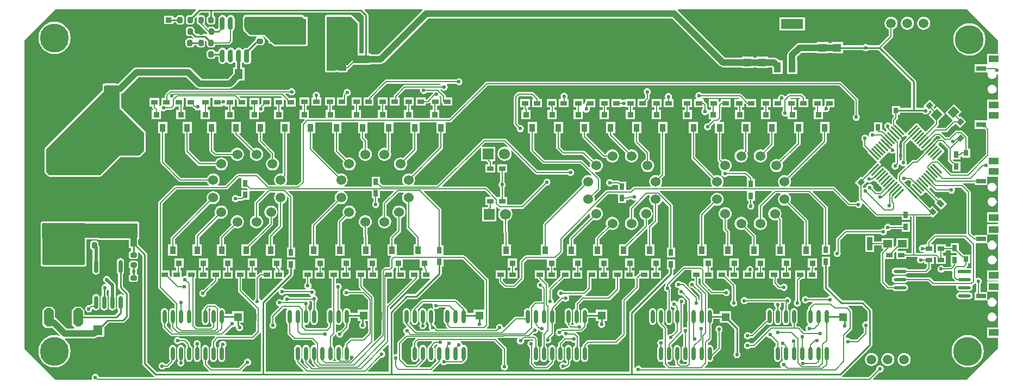
<source format=gbl>
G04*
G04 #@! TF.GenerationSoftware,Altium Limited,Altium Designer,20.0.9 (164)*
G04*
G04 Layer_Physical_Order=2*
G04 Layer_Color=16711680*
%FSLAX25Y25*%
%MOIN*%
G70*
G01*
G75*
%ADD10C,0.01000*%
%ADD13C,0.00500*%
%ADD16R,0.05500X0.04500*%
%ADD29C,0.01968*%
%ADD30R,0.15748X0.07874*%
%ADD31R,0.07874X0.15748*%
%ADD32C,0.05906*%
%ADD33R,0.05906X0.05906*%
%ADD34C,0.17717*%
%ADD35C,0.06693*%
%ADD36R,0.06693X0.06693*%
%ADD37C,0.06000*%
%ADD38C,0.02362*%
%ADD39R,0.19685X0.11811*%
%ADD40R,0.05500X0.06200*%
G04:AMPARAMS|DCode=41|XSize=35mil|YSize=30mil|CornerRadius=0mil|HoleSize=0mil|Usage=FLASHONLY|Rotation=45.000|XOffset=0mil|YOffset=0mil|HoleType=Round|Shape=Rectangle|*
%AMROTATEDRECTD41*
4,1,4,-0.00177,-0.02298,-0.02298,-0.00177,0.00177,0.02298,0.02298,0.00177,-0.00177,-0.02298,0.0*
%
%ADD41ROTATEDRECTD41*%

%ADD42R,0.03150X0.04000*%
%ADD43R,0.03000X0.03500*%
G04:AMPARAMS|DCode=44|XSize=11.81mil|YSize=82.68mil|CornerRadius=0mil|HoleSize=0mil|Usage=FLASHONLY|Rotation=135.000|XOffset=0mil|YOffset=0mil|HoleType=Round|Shape=Round|*
%AMOVALD44*
21,1,0.07087,0.01181,0.00000,0.00000,225.0*
1,1,0.01181,0.02506,0.02506*
1,1,0.01181,-0.02506,-0.02506*
%
%ADD44OVALD44*%

G04:AMPARAMS|DCode=45|XSize=11.81mil|YSize=82.68mil|CornerRadius=0mil|HoleSize=0mil|Usage=FLASHONLY|Rotation=225.000|XOffset=0mil|YOffset=0mil|HoleType=Round|Shape=Round|*
%AMOVALD45*
21,1,0.07087,0.01181,0.00000,0.00000,315.0*
1,1,0.01181,-0.02506,0.02506*
1,1,0.01181,0.02506,-0.02506*
%
%ADD45OVALD45*%

G04:AMPARAMS|DCode=46|XSize=47.24mil|YSize=55.12mil|CornerRadius=0mil|HoleSize=0mil|Usage=FLASHONLY|Rotation=135.000|XOffset=0mil|YOffset=0mil|HoleType=Round|Shape=Rectangle|*
%AMROTATEDRECTD46*
4,1,4,0.03619,0.00278,-0.00278,-0.03619,-0.03619,-0.00278,0.00278,0.03619,0.03619,0.00278,0.0*
%
%ADD46ROTATEDRECTD46*%

%ADD47R,0.05906X0.03150*%
%ADD48R,0.05906X0.04331*%
G04:AMPARAMS|DCode=49|XSize=35mil|YSize=30mil|CornerRadius=0mil|HoleSize=0mil|Usage=FLASHONLY|Rotation=315.000|XOffset=0mil|YOffset=0mil|HoleType=Round|Shape=Rectangle|*
%AMROTATEDRECTD49*
4,1,4,-0.02298,0.00177,-0.00177,0.02298,0.02298,-0.00177,0.00177,-0.02298,-0.02298,0.00177,0.0*
%
%ADD49ROTATEDRECTD49*%

G04:AMPARAMS|DCode=50|XSize=40mil|YSize=31.5mil|CornerRadius=0mil|HoleSize=0mil|Usage=FLASHONLY|Rotation=135.000|XOffset=0mil|YOffset=0mil|HoleType=Round|Shape=Rectangle|*
%AMROTATEDRECTD50*
4,1,4,0.02528,-0.00301,0.00301,-0.02528,-0.02528,0.00301,-0.00301,0.02528,0.02528,-0.00301,0.0*
%
%ADD50ROTATEDRECTD50*%

%ADD51R,0.04000X0.03150*%
%ADD52R,0.03500X0.08000*%
%ADD53R,0.08000X0.01968*%
%ADD54O,0.08000X0.01968*%
%ADD55R,0.05000X0.05000*%
%ADD56R,0.13583X0.06102*%
%ADD57R,0.04331X0.06102*%
%ADD58R,0.04331X0.06102*%
%ADD59O,0.03000X0.08000*%
G04:AMPARAMS|DCode=60|XSize=80mil|YSize=30mil|CornerRadius=0mil|HoleSize=0mil|Usage=FLASHONLY|Rotation=90.000|XOffset=0mil|YOffset=0mil|HoleType=Round|Shape=Octagon|*
%AMOCTAGOND60*
4,1,8,0.00750,0.04000,-0.00750,0.04000,-0.01500,0.03250,-0.01500,-0.03250,-0.00750,-0.04000,0.00750,-0.04000,0.01500,-0.03250,0.01500,0.03250,0.00750,0.04000,0.0*
%
%ADD60OCTAGOND60*%

%ADD61R,0.09449X0.15748*%
G04:AMPARAMS|DCode=62|XSize=37mil|YSize=32mil|CornerRadius=8mil|HoleSize=0mil|Usage=FLASHONLY|Rotation=90.000|XOffset=0mil|YOffset=0mil|HoleType=Round|Shape=RoundedRectangle|*
%AMROUNDEDRECTD62*
21,1,0.03700,0.01600,0,0,90.0*
21,1,0.02100,0.03200,0,0,90.0*
1,1,0.01600,0.00800,0.01050*
1,1,0.01600,0.00800,-0.01050*
1,1,0.01600,-0.00800,-0.01050*
1,1,0.01600,-0.00800,0.01050*
%
%ADD62ROUNDEDRECTD62*%
%ADD63R,0.10000X0.05000*%
%ADD64R,0.05000X0.06000*%
G04:AMPARAMS|DCode=65|XSize=37mil|YSize=32mil|CornerRadius=8mil|HoleSize=0mil|Usage=FLASHONLY|Rotation=0.000|XOffset=0mil|YOffset=0mil|HoleType=Round|Shape=RoundedRectangle|*
%AMROUNDEDRECTD65*
21,1,0.03700,0.01600,0,0,0.0*
21,1,0.02100,0.03200,0,0,0.0*
1,1,0.01600,0.01050,-0.00800*
1,1,0.01600,-0.01050,-0.00800*
1,1,0.01600,-0.01050,0.00800*
1,1,0.01600,0.01050,0.00800*
%
%ADD65ROUNDEDRECTD65*%
%ADD66R,0.03700X0.03200*%
%ADD67R,0.09449X0.07874*%
G04:AMPARAMS|DCode=68|XSize=110.24mil|YSize=59.06mil|CornerRadius=0mil|HoleSize=0mil|Usage=FLASHONLY|Rotation=90.000|XOffset=0mil|YOffset=0mil|HoleType=Round|Shape=Octagon|*
%AMOCTAGOND68*
4,1,8,0.01476,0.05512,-0.01476,0.05512,-0.02953,0.04035,-0.02953,-0.04035,-0.01476,-0.05512,0.01476,-0.05512,0.02953,-0.04035,0.02953,0.04035,0.01476,0.05512,0.0*
%
%ADD68OCTAGOND68*%

%ADD69R,0.25591X0.07874*%
%ADD70O,0.03937X0.10630*%
%ADD71R,0.03937X0.10630*%
%ADD72O,0.02400X0.08000*%
%ADD73R,0.05000X0.05000*%
%ADD74O,0.02362X0.08268*%
%ADD75R,0.03600X0.05000*%
%ADD76R,0.03600X0.03600*%
%ADD77R,0.03000X0.03600*%
%ADD78C,0.03937*%
%ADD79R,0.58500X0.09000*%
%ADD80R,0.26000X0.25500*%
G36*
X698471Y309366D02*
Y301315D01*
X692047D01*
Y295404D01*
X692047Y294984D01*
X691575Y294917D01*
X684173D01*
Y289768D01*
X691957D01*
X692335Y289374D01*
X692315Y289326D01*
X692220Y288602D01*
X692315Y287879D01*
X692595Y287205D01*
X693039Y286626D01*
X693618Y286181D01*
X694292Y285902D01*
X695016Y285807D01*
X695739Y285902D01*
X696414Y286181D01*
X696993Y286626D01*
X697437Y287205D01*
X697716Y287879D01*
X697811Y288602D01*
X697810Y288611D01*
X697963Y288748D01*
X697987Y288756D01*
X698471Y288395D01*
Y273165D01*
X692047D01*
Y266835D01*
X692047D01*
X692031Y266768D01*
X692031Y266768D01*
X692031Y266341D01*
Y260857D01*
X692031Y260437D01*
X691559Y260370D01*
X684157D01*
Y255220D01*
X689312D01*
X689435Y255196D01*
X690311D01*
X691102Y254405D01*
Y239804D01*
X679572Y228274D01*
X670028D01*
X662401Y235901D01*
X661988Y236177D01*
X661572Y236260D01*
X661338Y236665D01*
X661318Y236713D01*
X665075Y240471D01*
X665427Y240997D01*
X665550Y241617D01*
X665427Y242238D01*
X665075Y242764D01*
X664549Y243116D01*
X664120Y243201D01*
X664035Y243630D01*
X663683Y244156D01*
X663157Y244508D01*
X662728Y244593D01*
X662643Y245022D01*
X662291Y245548D01*
X662127Y245658D01*
X662064Y246301D01*
X662508Y246746D01*
X663952D01*
X667976Y242722D01*
Y236100D01*
X668073Y235612D01*
X668349Y235199D01*
X670349Y233199D01*
X670425Y233148D01*
Y229350D01*
X675575D01*
Y235350D01*
X671802D01*
X671002Y236150D01*
X671209Y236650D01*
X675575D01*
Y238244D01*
X676053Y238427D01*
X676500Y238192D01*
Y237650D01*
X681500D01*
Y243150D01*
X680274D01*
Y250000D01*
X680177Y250488D01*
X679901Y250901D01*
X676901Y253901D01*
X676488Y254177D01*
X676000Y254275D01*
X673000D01*
X672512Y254177D01*
X672099Y253901D01*
X668472Y250274D01*
X666528D01*
X664077Y252726D01*
X664284Y253225D01*
X666700D01*
X667188Y253323D01*
X667601Y253599D01*
X672228Y258225D01*
X672835D01*
X675298Y255763D01*
X679187Y259652D01*
X675652Y263187D01*
X675021Y262556D01*
X674121Y263456D01*
X676357Y265693D01*
X671602Y270447D01*
X666291Y265136D01*
X670605Y260821D01*
X670558Y260161D01*
X666172Y255774D01*
X661054D01*
X660863Y256236D01*
X661901Y257275D01*
X662178Y257688D01*
X662275Y258176D01*
Y260520D01*
X666033Y264278D01*
X661278Y269033D01*
X659774Y267529D01*
X658919Y268383D01*
X660238Y269702D01*
X656702Y273237D01*
X652813Y269348D01*
X653338Y268823D01*
X653199Y268255D01*
X653012Y268129D01*
X648429D01*
Y284100D01*
X648313Y284685D01*
X647981Y285181D01*
X627983Y305180D01*
X633901Y311099D01*
X634177Y311512D01*
X634274Y312000D01*
Y316249D01*
X634993Y316547D01*
X635819Y317181D01*
X636453Y318007D01*
X636851Y318968D01*
X636987Y320000D01*
X636851Y321032D01*
X636453Y321993D01*
X635819Y322819D01*
X634993Y323453D01*
X634032Y323851D01*
X633000Y323987D01*
X631968Y323851D01*
X631007Y323453D01*
X630181Y322819D01*
X629547Y321993D01*
X629149Y321032D01*
X629013Y320000D01*
X629149Y318968D01*
X629547Y318007D01*
X630181Y317181D01*
X631007Y316547D01*
X631726Y316249D01*
Y312528D01*
X625727Y306529D01*
X619101D01*
X619072Y306573D01*
X618351Y307055D01*
X617500Y307224D01*
X616649Y307055D01*
X615928Y306573D01*
X615899Y306529D01*
X603500D01*
Y308500D01*
X596500D01*
Y307994D01*
X594500D01*
Y308500D01*
X587500D01*
Y307994D01*
X577000D01*
X576225Y307892D01*
X575503Y307593D01*
X574883Y307117D01*
X570300Y302535D01*
X569824Y301915D01*
X569525Y301192D01*
X569423Y300417D01*
Y297025D01*
X569252D01*
Y288923D01*
X575583D01*
Y297025D01*
X575412D01*
Y299177D01*
X578240Y302006D01*
X587500D01*
Y301500D01*
X594500D01*
Y302006D01*
X596500D01*
Y301500D01*
X603500D01*
Y303471D01*
X615899D01*
X615928Y303428D01*
X616649Y302945D01*
X617500Y302776D01*
X618351Y302945D01*
X619072Y303428D01*
X619101Y303471D01*
X625366D01*
X645371Y283467D01*
Y268129D01*
X638500D01*
Y269350D01*
X633500D01*
Y263850D01*
X634726D01*
Y262511D01*
X633799Y261584D01*
X633523Y261171D01*
X633426Y260683D01*
Y258196D01*
X632926Y258044D01*
X632573Y258573D01*
X631851Y259055D01*
X631000Y259224D01*
X630149Y259055D01*
X629427Y258573D01*
X628945Y257851D01*
X628776Y257000D01*
X628945Y256149D01*
X629427Y255428D01*
X630076Y254994D01*
X630299Y254661D01*
X630328Y254560D01*
X630225Y254010D01*
X630060Y253900D01*
X629950Y253735D01*
X629307Y253672D01*
X628477Y254501D01*
X628063Y254778D01*
X627576Y254874D01*
X627575D01*
Y259350D01*
X622425D01*
Y254050D01*
X621925Y253639D01*
X621500Y253724D01*
X620649Y253555D01*
X619928Y253073D01*
X619445Y252351D01*
X619276Y251500D01*
X619445Y250649D01*
X619025Y250395D01*
X618573Y251073D01*
X617851Y251555D01*
X617000Y251724D01*
X616149Y251555D01*
X615427Y251073D01*
X614945Y250351D01*
X614776Y249500D01*
X614945Y248649D01*
X615427Y247927D01*
X615726Y247728D01*
Y244689D01*
X615823Y244201D01*
X616099Y243787D01*
X618495Y241392D01*
X618573Y240997D01*
X618925Y240471D01*
X623936Y235460D01*
X624156Y235312D01*
Y234711D01*
X624006Y234611D01*
X618995Y229600D01*
X618644Y229074D01*
X618612Y228914D01*
X615268Y225571D01*
X614652Y226187D01*
X610763Y222298D01*
X613200Y219860D01*
Y212525D01*
X613297Y212037D01*
X613574Y211624D01*
X613579Y211618D01*
X613333Y211158D01*
X613000Y211224D01*
X612149Y211055D01*
X611427Y210573D01*
X611228Y210275D01*
X607915D01*
X598745Y219445D01*
X598331Y219721D01*
X597844Y219818D01*
X597020D01*
X596800Y219775D01*
X570927D01*
X570680Y220274D01*
X571163Y220904D01*
X571566Y221877D01*
X571704Y222921D01*
X571566Y223965D01*
X571259Y224708D01*
X593201Y246651D01*
X593477Y247064D01*
X593574Y247552D01*
Y252500D01*
X595100D01*
Y259500D01*
X589500D01*
Y252500D01*
X591025D01*
Y248080D01*
X569456Y226511D01*
X568713Y226818D01*
X567669Y226956D01*
X566625Y226818D01*
X565652Y226415D01*
X564816Y225774D01*
X564175Y224939D01*
X563772Y223965D01*
X563635Y222921D01*
X563772Y221877D01*
X564175Y220904D01*
X564658Y220274D01*
X564412Y219775D01*
X549575D01*
Y224650D01*
X548275D01*
Y224800D01*
X548177Y225288D01*
X547901Y225701D01*
X544901Y228701D01*
X544488Y228977D01*
X544000Y229075D01*
X533836D01*
X533666Y229574D01*
X534105Y229911D01*
X534746Y230747D01*
X535149Y231720D01*
X535287Y232764D01*
X535149Y233808D01*
X534746Y234781D01*
X534105Y235617D01*
X533269Y236258D01*
X532296Y236661D01*
X531252Y236798D01*
X530208Y236661D01*
X529465Y236353D01*
X529074Y236744D01*
Y252500D01*
X530600D01*
Y259500D01*
X528010D01*
X527802Y260000D01*
X528701Y260899D01*
X528977Y261312D01*
X529074Y261800D01*
Y268425D01*
X534650D01*
Y273575D01*
X528650D01*
Y272245D01*
X528312Y272178D01*
X527899Y271901D01*
X527812Y271814D01*
X527350Y272006D01*
Y273575D01*
X521350D01*
Y268425D01*
X522725D01*
Y267154D01*
X522372Y266800D01*
X521200Y266800D01*
X520759Y266943D01*
X520472Y267372D01*
X520175Y267572D01*
Y270000D01*
X520078Y270488D01*
X519801Y270901D01*
X518801Y271901D01*
X518388Y272178D01*
X518300Y272195D01*
Y273575D01*
X517615D01*
X517348Y274075D01*
X517450Y274225D01*
X539698D01*
X539809Y274075D01*
X539556Y273575D01*
X537000D01*
Y268425D01*
X538926D01*
Y266800D01*
X537400D01*
Y261200D01*
X543000D01*
Y266800D01*
X541474D01*
Y268425D01*
X543000D01*
Y270544D01*
X543462Y270736D01*
X544099Y270099D01*
X544300Y269964D01*
Y268425D01*
X550300D01*
Y273575D01*
X544300D01*
X544300Y273575D01*
Y273575D01*
X543937Y273866D01*
X541401Y276401D01*
X540988Y276677D01*
X540500Y276775D01*
X517072D01*
X516873Y277073D01*
X516151Y277555D01*
X515300Y277724D01*
X514449Y277555D01*
X513728Y277073D01*
X513245Y276351D01*
X513076Y275500D01*
X513245Y274649D01*
X513629Y274075D01*
X513424Y273575D01*
X512300D01*
Y268425D01*
X517626D01*
Y267572D01*
X517327Y267372D01*
X516845Y266651D01*
X516676Y265800D01*
X516845Y264949D01*
X517327Y264228D01*
X518049Y263745D01*
X518900Y263576D01*
X519751Y263745D01*
X520472Y264228D01*
X520700Y264568D01*
X521200Y264416D01*
Y261200D01*
X522744D01*
X522936Y260738D01*
X520852Y258654D01*
X520500Y258724D01*
X519649Y258555D01*
X518927Y258072D01*
X518445Y257351D01*
X518276Y256500D01*
X518445Y255649D01*
X518927Y254927D01*
X519649Y254445D01*
X520500Y254276D01*
X521351Y254445D01*
X522073Y254927D01*
X522555Y255649D01*
X522724Y256500D01*
X522654Y256852D01*
X524538Y258736D01*
X525000Y258544D01*
Y252500D01*
X526525D01*
Y236216D01*
X526622Y235728D01*
X526899Y235315D01*
X527663Y234551D01*
X527355Y233808D01*
X527217Y232764D01*
X527355Y231720D01*
X527758Y230747D01*
X528399Y229911D01*
X529235Y229270D01*
X529305Y229039D01*
X529045Y228651D01*
X528876Y227800D01*
X529045Y226949D01*
X529528Y226227D01*
X530249Y225745D01*
X531100Y225576D01*
X531951Y225745D01*
X532673Y226227D01*
X532872Y226525D01*
X543472D01*
X544886Y225112D01*
X544694Y224650D01*
X544425D01*
Y219775D01*
X529588D01*
X529342Y220274D01*
X529825Y220904D01*
X530228Y221877D01*
X530365Y222921D01*
X530228Y223965D01*
X529825Y224939D01*
X529184Y225774D01*
X528348Y226415D01*
X527375Y226818D01*
X526331Y226956D01*
X525287Y226818D01*
X524544Y226511D01*
X513074Y237980D01*
Y252500D01*
X514600D01*
Y259500D01*
X509000D01*
Y252500D01*
X510526D01*
Y237452D01*
X510623Y236964D01*
X510899Y236551D01*
X522741Y224708D01*
X522434Y223965D01*
X522296Y222921D01*
X522434Y221877D01*
X522837Y220904D01*
X523320Y220274D01*
X523073Y219775D01*
X491927D01*
X491680Y220274D01*
X492163Y220904D01*
X492566Y221877D01*
X492704Y222921D01*
X492566Y223965D01*
X492259Y224708D01*
X493901Y226351D01*
X494177Y226764D01*
X494275Y227252D01*
Y252500D01*
X495800D01*
Y259500D01*
X490200D01*
Y252500D01*
X491725D01*
Y227780D01*
X490456Y226511D01*
X489713Y226818D01*
X488669Y226956D01*
X487625Y226818D01*
X486652Y226415D01*
X485816Y225774D01*
X485175Y224939D01*
X484772Y223965D01*
X484635Y222921D01*
X484772Y221877D01*
X485175Y220904D01*
X485658Y220274D01*
X485412Y219775D01*
X475500D01*
X475012Y219677D01*
X474599Y219401D01*
X472972Y217775D01*
X470575D01*
Y223000D01*
X466802D01*
X466701Y223101D01*
X466288Y223377D01*
X465800Y223475D01*
X462372D01*
X462173Y223773D01*
X461451Y224255D01*
X460600Y224424D01*
X459749Y224255D01*
X459027Y223773D01*
X458545Y223051D01*
X458376Y222200D01*
X458545Y221349D01*
X459027Y220627D01*
X459749Y220145D01*
X460600Y219976D01*
X461451Y220145D01*
X462173Y220627D01*
X462372Y220925D01*
X465272D01*
X465349Y220849D01*
X465425Y220798D01*
Y217775D01*
X459000D01*
X458512Y217677D01*
X458099Y217401D01*
X451730Y211032D01*
X451256Y211266D01*
X451365Y212094D01*
X451228Y213139D01*
X450920Y213881D01*
X454401Y217362D01*
X454677Y217776D01*
X454775Y218264D01*
Y224500D01*
X454677Y224988D01*
X454401Y225401D01*
X451475Y228327D01*
X451709Y228801D01*
X452252Y228729D01*
X453296Y228867D01*
X454269Y229270D01*
X455105Y229911D01*
X455746Y230747D01*
X456149Y231720D01*
X456286Y232764D01*
X456149Y233808D01*
X455746Y234781D01*
X455105Y235617D01*
X454269Y236258D01*
X453296Y236661D01*
X452252Y236798D01*
X451208Y236661D01*
X450465Y236353D01*
X445317Y241501D01*
X444904Y241777D01*
X444416Y241875D01*
X432528D01*
X430274Y244128D01*
Y252500D01*
X431800D01*
Y259500D01*
X426200D01*
Y252500D01*
X427726D01*
Y243600D01*
X427822Y243112D01*
X428099Y242699D01*
X431099Y239699D01*
X431512Y239422D01*
X432000Y239325D01*
X443888D01*
X448663Y234551D01*
X448355Y233808D01*
X448217Y232764D01*
X448289Y232221D01*
X447815Y231987D01*
X443901Y235901D01*
X443488Y236177D01*
X443000Y236275D01*
X420528D01*
X414275Y242528D01*
Y252500D01*
X415800D01*
Y259500D01*
X410200D01*
Y252500D01*
X411726D01*
Y242000D01*
X411823Y241512D01*
X412099Y241099D01*
X419099Y234099D01*
X419512Y233822D01*
X420000Y233726D01*
X442472D01*
X449166Y227032D01*
X448882Y226608D01*
X448375Y226818D01*
X447331Y226956D01*
X446287Y226818D01*
X445314Y226415D01*
X444478Y225774D01*
X443837Y224939D01*
X443434Y223965D01*
X443296Y222921D01*
X443434Y221877D01*
X443741Y221134D01*
X420099Y197492D01*
X419823Y197078D01*
X419726Y196590D01*
Y184500D01*
X418200D01*
Y177775D01*
X409300D01*
X408812Y177678D01*
X408399Y177401D01*
X405599Y174601D01*
X405323Y174188D01*
X405226Y173700D01*
Y164028D01*
X404413Y163216D01*
X404000Y163510D01*
X404000Y163890D01*
Y168575D01*
X402275D01*
Y170200D01*
X403600D01*
Y175800D01*
X398000D01*
Y170200D01*
X399726D01*
Y168575D01*
X398000D01*
Y163425D01*
X403508D01*
X403916Y163425D01*
X404210Y163012D01*
X401472Y160275D01*
X397028D01*
X394974Y162328D01*
Y163425D01*
X396700D01*
Y168575D01*
X390700D01*
Y163425D01*
X392425D01*
Y161800D01*
X392523Y161312D01*
X392799Y160899D01*
X395599Y158099D01*
X396012Y157823D01*
X396500Y157726D01*
X402000D01*
X402488Y157823D01*
X402901Y158099D01*
X407401Y162599D01*
X407678Y163012D01*
X407774Y163500D01*
Y173172D01*
X409828Y175225D01*
X422000D01*
Y170200D01*
X423525D01*
Y168575D01*
X422000D01*
Y163425D01*
X428000D01*
Y168575D01*
X426075D01*
Y170200D01*
X427600D01*
Y175398D01*
X427901Y175599D01*
X431401Y179099D01*
X431677Y179512D01*
X431775Y180000D01*
Y187472D01*
X447770Y203468D01*
X448076Y203317D01*
X448221Y203211D01*
X448355Y202192D01*
X448663Y201449D01*
X436099Y188885D01*
X435822Y188472D01*
X435725Y187984D01*
Y184500D01*
X434200D01*
Y177500D01*
X439800D01*
Y184500D01*
X438274D01*
Y187456D01*
X450465Y199647D01*
X451208Y199339D01*
X452252Y199202D01*
X453296Y199339D01*
X454269Y199742D01*
X455105Y200383D01*
X455746Y201219D01*
X456149Y202192D01*
X456286Y203236D01*
X456149Y204280D01*
X455746Y205254D01*
X455105Y206089D01*
X454269Y206730D01*
X453296Y207133D01*
X452277Y207267D01*
X452171Y207412D01*
X452020Y207718D01*
X459528Y215226D01*
X465425D01*
Y209700D01*
X470575D01*
Y211425D01*
X471500D01*
X471988Y211523D01*
X472401Y211799D01*
X472828Y212226D01*
X473728D01*
X473927Y211928D01*
X474649Y211445D01*
X475500Y211276D01*
X476121Y211400D01*
X476368Y210939D01*
X473004Y207576D01*
X472728Y207162D01*
X472631Y206675D01*
Y201132D01*
X471888Y200825D01*
X471053Y200184D01*
X470412Y199348D01*
X470009Y198375D01*
X469871Y197331D01*
X470009Y196287D01*
X470412Y195314D01*
X471053Y194478D01*
X471888Y193837D01*
X472861Y193434D01*
X473906Y193296D01*
X474950Y193434D01*
X475923Y193837D01*
X476758Y194478D01*
X477400Y195314D01*
X477803Y196287D01*
X477940Y197331D01*
X477803Y198375D01*
X477400Y199348D01*
X476758Y200184D01*
X475923Y200825D01*
X475180Y201132D01*
Y206147D01*
X483603Y214570D01*
X484962D01*
X485028Y214435D01*
X485158Y214070D01*
X484772Y213139D01*
X484635Y212094D01*
X484772Y211050D01*
X485175Y210077D01*
X485816Y209242D01*
X486652Y208600D01*
X487395Y208293D01*
Y199291D01*
X484538Y196434D01*
X484038Y196641D01*
Y199434D01*
X484781Y199742D01*
X485617Y200383D01*
X486258Y201219D01*
X486661Y202192D01*
X486798Y203236D01*
X486661Y204280D01*
X486258Y205254D01*
X485617Y206089D01*
X484781Y206730D01*
X483808Y207133D01*
X482764Y207271D01*
X481720Y207133D01*
X480747Y206730D01*
X479911Y206089D01*
X479270Y205254D01*
X478867Y204280D01*
X478729Y203236D01*
X478867Y202192D01*
X479270Y201219D01*
X479911Y200383D01*
X480747Y199742D01*
X481489Y199434D01*
Y195992D01*
X469998Y184500D01*
X466200D01*
Y177500D01*
X471800D01*
Y182698D01*
X483225Y194123D01*
X483726Y193916D01*
Y184500D01*
X482200D01*
Y177500D01*
X487800D01*
Y184500D01*
X486274D01*
Y194565D01*
X489570Y197861D01*
X489847Y198275D01*
X489944Y198763D01*
Y208293D01*
X490687Y208600D01*
X491522Y209242D01*
X492163Y210077D01*
X492549Y211008D01*
X492899Y211175D01*
X493041Y211223D01*
X496726Y207539D01*
Y182650D01*
X495425D01*
Y176650D01*
X500575D01*
Y182650D01*
X499274D01*
Y208067D01*
X499178Y208555D01*
X498901Y208968D01*
X491144Y216725D01*
X491149Y216812D01*
X491305Y217226D01*
X544425D01*
Y211350D01*
X545725D01*
Y209772D01*
X545428Y209573D01*
X544945Y208851D01*
X544776Y208000D01*
X544945Y207149D01*
X545428Y206428D01*
X546149Y205945D01*
X547000Y205776D01*
X547851Y205945D01*
X548572Y206428D01*
X549055Y207149D01*
X549224Y208000D01*
X549055Y208851D01*
X548572Y209573D01*
X548275Y209772D01*
Y211350D01*
X549575D01*
Y217226D01*
X559770D01*
X559961Y216764D01*
X552004Y208807D01*
X551728Y208393D01*
X551631Y207906D01*
Y201132D01*
X550888Y200825D01*
X550053Y200184D01*
X549412Y199348D01*
X549009Y198375D01*
X548871Y197331D01*
X549009Y196287D01*
X549412Y195314D01*
X550053Y194478D01*
X550888Y193837D01*
X551861Y193434D01*
X552906Y193296D01*
X553950Y193434D01*
X554923Y193837D01*
X555758Y194478D01*
X556400Y195314D01*
X556803Y196287D01*
X556940Y197331D01*
X556803Y198375D01*
X556400Y199348D01*
X555758Y200184D01*
X554923Y200825D01*
X554180Y201132D01*
Y207378D01*
X562528Y215725D01*
X565009D01*
X565179Y215226D01*
X564816Y214947D01*
X564175Y214112D01*
X563772Y213139D01*
X563635Y212094D01*
X563772Y211050D01*
X564175Y210077D01*
X564816Y209242D01*
X565652Y208600D01*
X566625Y208197D01*
X567669Y208060D01*
X568713Y208197D01*
X569456Y208505D01*
X579726Y198236D01*
Y184500D01*
X578200D01*
Y177500D01*
X583800D01*
Y184500D01*
X582274D01*
Y198764D01*
X582177Y199251D01*
X581901Y199665D01*
X571259Y210307D01*
X571566Y211050D01*
X571704Y212094D01*
X571566Y213139D01*
X571163Y214112D01*
X570522Y214947D01*
X570159Y215226D01*
X570329Y215725D01*
X582472D01*
X591725Y206472D01*
Y184300D01*
X590425D01*
Y178300D01*
X595575D01*
Y184300D01*
X594275D01*
Y207000D01*
X594177Y207488D01*
X593901Y207901D01*
X585039Y216764D01*
X585230Y217226D01*
X596976D01*
X597195Y217269D01*
X597316D01*
X606486Y208099D01*
X606900Y207822D01*
X607387Y207726D01*
X611228D01*
X611427Y207428D01*
X612149Y206945D01*
X613000Y206776D01*
X613851Y206945D01*
X614572Y207428D01*
X615055Y208149D01*
X615224Y209000D01*
X615158Y209333D01*
X615618Y209579D01*
X623449Y201749D01*
X623862Y201472D01*
X624350Y201376D01*
X639425D01*
Y199650D01*
X644575D01*
Y201376D01*
X645725D01*
Y179274D01*
X642300D01*
Y180575D01*
X637031D01*
X636839Y181037D01*
X637552Y181750D01*
X643750D01*
Y188250D01*
X636250D01*
Y184052D01*
X635212Y183014D01*
X634750Y183206D01*
Y188250D01*
X627250D01*
Y186275D01*
X622750D01*
Y190000D01*
X617250D01*
Y180000D01*
X622750D01*
Y183726D01*
X627250D01*
Y181750D01*
X628094D01*
X628286Y181288D01*
X627099Y180101D01*
X626823Y179688D01*
X626725Y179200D01*
Y161200D01*
X626823Y160712D01*
X627099Y160299D01*
X630299Y157099D01*
X630712Y156823D01*
X631200Y156726D01*
X633949D01*
X634054Y156569D01*
X634710Y156131D01*
X635484Y155977D01*
X641516D01*
X642290Y156131D01*
X642946Y156569D01*
X643385Y157226D01*
X643539Y158000D01*
X643385Y158774D01*
X642946Y159431D01*
X642290Y159869D01*
X641516Y160023D01*
X635484D01*
X634710Y159869D01*
X634054Y159431D01*
X633949Y159274D01*
X631728D01*
X629275Y161728D01*
Y175425D01*
X635000D01*
Y179198D01*
X635838Y180036D01*
X636300Y179844D01*
Y175425D01*
X642300D01*
Y176725D01*
X649028D01*
X649296Y176225D01*
X649045Y175851D01*
X648876Y175000D01*
X649045Y174149D01*
X649528Y173427D01*
X650249Y172945D01*
X651100Y172776D01*
X651951Y172945D01*
X652672Y173427D01*
X652872Y173725D01*
X653350D01*
Y172425D01*
X655076D01*
Y170528D01*
X653822Y169274D01*
X643051D01*
X642946Y169431D01*
X642290Y169869D01*
X641516Y170023D01*
X635484D01*
X634710Y169869D01*
X634054Y169431D01*
X633615Y168774D01*
X633461Y168000D01*
X633615Y167226D01*
X634054Y166569D01*
X634710Y166131D01*
X635484Y165977D01*
X641516D01*
X642290Y166131D01*
X642946Y166569D01*
X643051Y166726D01*
X654350D01*
X654838Y166823D01*
X655251Y167099D01*
X657251Y169099D01*
X657527Y169512D01*
X657624Y170000D01*
Y172425D01*
X659350D01*
Y176725D01*
X660122D01*
X660650Y176198D01*
Y172425D01*
X666650D01*
Y177575D01*
X664924D01*
Y179425D01*
X666650D01*
Y180726D01*
X669425D01*
Y179300D01*
X672772D01*
X673610Y178462D01*
X673419Y178000D01*
X669425D01*
Y172000D01*
X670090D01*
X670298Y171500D01*
X669472Y170675D01*
X665472D01*
X665273Y170973D01*
X664551Y171455D01*
X663700Y171624D01*
X662849Y171455D01*
X662127Y170973D01*
X661645Y170251D01*
X661476Y169400D01*
X661645Y168549D01*
X662127Y167827D01*
X662849Y167345D01*
X663700Y167176D01*
X664551Y167345D01*
X665273Y167827D01*
X665472Y168125D01*
X670000D01*
X670225Y168170D01*
X670725Y167826D01*
Y164336D01*
X670822Y163848D01*
X671099Y163435D01*
X672259Y162275D01*
X672052Y161775D01*
X659428D01*
X657301Y163901D01*
X656888Y164178D01*
X656400Y164275D01*
X643051D01*
X642946Y164431D01*
X642290Y164869D01*
X641516Y165023D01*
X635484D01*
X634710Y164869D01*
X634054Y164431D01*
X633615Y163774D01*
X633461Y163000D01*
X633615Y162226D01*
X634054Y161569D01*
X634710Y161131D01*
X635484Y160977D01*
X641516D01*
X642290Y161131D01*
X642946Y161569D01*
X643051Y161725D01*
X655872D01*
X657999Y159599D01*
X658412Y159323D01*
X658900Y159225D01*
X672886D01*
X673081Y158861D01*
X673105Y158726D01*
X672961Y158000D01*
X673115Y157226D01*
X673554Y156569D01*
X674210Y156131D01*
X674984Y155977D01*
X681016D01*
X681790Y156131D01*
X682446Y156569D01*
X682885Y157226D01*
X683039Y158000D01*
X682885Y158774D01*
X682744Y158985D01*
X682884Y159323D01*
X683297Y159599D01*
X684206Y160507D01*
X684815Y160495D01*
X684928Y160327D01*
X685225Y160128D01*
Y155315D01*
X684157D01*
Y150165D01*
X691670D01*
X691941Y150165D01*
X692170Y149927D01*
Y149927D01*
X692170Y149927D01*
Y149927D01*
X692264Y149453D01*
X692204Y149000D01*
X692300Y148276D01*
X692579Y147602D01*
X693023Y147023D01*
X693602Y146579D01*
X694277Y146300D01*
X695000Y146204D01*
X695723Y146300D01*
X696398Y146579D01*
X696977Y147023D01*
X697421Y147602D01*
X697700Y148276D01*
X697796Y149000D01*
X697700Y149724D01*
X697421Y150398D01*
X696977Y150977D01*
X696398Y151421D01*
X695723Y151700D01*
X695000Y151796D01*
X694277Y151700D01*
X693602Y151421D01*
X693023Y150977D01*
X692788Y150670D01*
X692422Y150387D01*
X692422Y150387D01*
X692422D01*
X692063Y150459D01*
X692063Y150615D01*
Y154895D01*
X692063Y155315D01*
X692535Y155382D01*
X698471D01*
Y133563D01*
X692031D01*
Y127232D01*
X698471D01*
Y120633D01*
X679366Y101529D01*
X621985D01*
X621794Y101991D01*
X625848Y106046D01*
X626200Y105976D01*
X627051Y106146D01*
X627773Y106628D01*
X628255Y107349D01*
X628424Y108200D01*
X628255Y109051D01*
X627773Y109773D01*
X627051Y110255D01*
X626200Y110424D01*
X625349Y110255D01*
X624627Y109773D01*
X624145Y109051D01*
X623976Y108200D01*
X624046Y107849D01*
X619472Y103275D01*
X603018D01*
X602866Y103774D01*
X603081Y103919D01*
X621081Y121919D01*
X621413Y122415D01*
X621529Y123000D01*
Y144000D01*
X621413Y144585D01*
X621081Y145081D01*
X616581Y149581D01*
X616085Y149913D01*
X615500Y150029D01*
X603133D01*
X594529Y158633D01*
Y171000D01*
X595575D01*
Y177000D01*
X590425D01*
Y171000D01*
X591471D01*
Y158000D01*
X591587Y157415D01*
X591919Y156919D01*
X595678Y153159D01*
X595422Y152708D01*
X594649Y152555D01*
X593927Y152073D01*
X593728Y151775D01*
X582272D01*
X582072Y152073D01*
X581351Y152555D01*
X580500Y152724D01*
X579649Y152555D01*
X578928Y152073D01*
X578445Y151351D01*
X578276Y150500D01*
X578445Y149649D01*
X578928Y148927D01*
X579649Y148445D01*
X580500Y148276D01*
X581351Y148445D01*
X582072Y148927D01*
X582272Y149225D01*
X584716D01*
X584923Y148725D01*
X582599Y146401D01*
X582323Y145988D01*
X582226Y145500D01*
Y145043D01*
X581927Y144844D01*
X581445Y144123D01*
X581276Y143272D01*
Y137366D01*
X581445Y136515D01*
X581927Y135794D01*
X582197Y135614D01*
X582091Y135083D01*
X581949Y135055D01*
X581227Y134573D01*
X580745Y133851D01*
X580576Y133000D01*
X580745Y132149D01*
X580996Y131774D01*
X580728Y131274D01*
X579928D01*
X577251Y133951D01*
X576838Y134228D01*
X576350Y134325D01*
X574775D01*
Y135595D01*
X575072Y135794D01*
X575555Y136515D01*
X575724Y137366D01*
Y143272D01*
X575555Y144123D01*
X575072Y144844D01*
X574351Y145326D01*
X573500Y145496D01*
X572649Y145326D01*
X571927Y144844D01*
X571445Y144123D01*
X571276Y143272D01*
Y137366D01*
X571445Y136515D01*
X571927Y135794D01*
X572226Y135595D01*
Y134325D01*
X559450D01*
X558962Y134228D01*
X558549Y133951D01*
X548372Y123775D01*
X546772D01*
X546572Y124073D01*
X545851Y124555D01*
X545000Y124724D01*
X544149Y124555D01*
X543428Y124073D01*
X542945Y123351D01*
X542776Y122500D01*
X542945Y121649D01*
X543428Y120928D01*
X544149Y120446D01*
X545000Y120276D01*
X545851Y120446D01*
X546572Y120928D01*
X546772Y121226D01*
X548900D01*
X549388Y121323D01*
X549801Y121599D01*
X556304Y128101D01*
X556911Y128001D01*
X557228Y127527D01*
X557949Y127046D01*
X558800Y126876D01*
X559152Y126946D01*
X562225Y123872D01*
Y122406D01*
X561928Y122206D01*
X561445Y121485D01*
X561276Y120634D01*
Y114728D01*
X561445Y113877D01*
X561928Y113156D01*
X562649Y112674D01*
X563500Y112505D01*
X564351Y112674D01*
X565072Y113156D01*
X565555Y113877D01*
X565724Y114728D01*
Y120634D01*
X565588Y121317D01*
X565878Y121686D01*
X565974Y121745D01*
X566121Y121718D01*
X566400Y121256D01*
X566276Y120634D01*
Y114728D01*
X566445Y113877D01*
X566658Y113560D01*
X566466Y113098D01*
X566249Y113055D01*
X565527Y112573D01*
X565045Y111851D01*
X564876Y111000D01*
X565045Y110149D01*
X565527Y109427D01*
X565653Y109343D01*
X565502Y108843D01*
X518799D01*
X518608Y109305D01*
X520201Y110899D01*
X520477Y111312D01*
X520575Y111800D01*
Y112378D01*
X521074Y112652D01*
X521814Y112505D01*
X522665Y112674D01*
X523386Y113156D01*
X523868Y113877D01*
X524038Y114728D01*
Y115521D01*
X528401Y119885D01*
X528678Y120299D01*
X528774Y120786D01*
Y130728D01*
X529073Y130928D01*
X529555Y131649D01*
X529724Y132500D01*
X529555Y133351D01*
X529073Y134072D01*
X528351Y134555D01*
X527500Y134724D01*
X526649Y134555D01*
X525927Y134072D01*
X525445Y133351D01*
X525276Y132500D01*
X525445Y131649D01*
X525927Y130928D01*
X526226Y130728D01*
Y121314D01*
X524500Y119588D01*
X524038Y119780D01*
Y120634D01*
X523868Y121485D01*
X523386Y122206D01*
X522665Y122688D01*
X521814Y122858D01*
X521074Y122711D01*
X520575Y122985D01*
Y123872D01*
X522715Y126013D01*
X522991Y126426D01*
X523088Y126914D01*
Y135595D01*
X523386Y135794D01*
X523868Y136515D01*
X524038Y137366D01*
Y138790D01*
X528000D01*
Y136500D01*
X532837D01*
X536971Y132367D01*
Y118601D01*
X536928Y118572D01*
X536445Y117851D01*
X536276Y117000D01*
X536445Y116149D01*
X536928Y115427D01*
X537649Y114945D01*
X538500Y114776D01*
X539351Y114945D01*
X540072Y115427D01*
X540555Y116149D01*
X540724Y117000D01*
X540555Y117851D01*
X540072Y118572D01*
X540029Y118601D01*
Y133000D01*
X539913Y133585D01*
X539581Y134081D01*
X535000Y138663D01*
Y143500D01*
X528000D01*
Y141848D01*
X524038D01*
Y143272D01*
X523868Y144123D01*
X523386Y144844D01*
X522665Y145326D01*
X521814Y145496D01*
X520974Y145329D01*
X520884Y145312D01*
X520474Y145599D01*
Y154300D01*
X520377Y154788D01*
X520101Y155201D01*
X514974Y160328D01*
Y163425D01*
X516225D01*
Y160500D01*
X516323Y160012D01*
X516599Y159599D01*
X522099Y154099D01*
X522512Y153823D01*
X523000Y153726D01*
X530228D01*
X530428Y153428D01*
X531149Y152945D01*
X532000Y152776D01*
X532851Y152945D01*
X533572Y153428D01*
X534055Y154149D01*
X534224Y155000D01*
X534055Y155851D01*
X533572Y156572D01*
X532851Y157054D01*
X532000Y157224D01*
X531149Y157054D01*
X530428Y156572D01*
X530228Y156274D01*
X523528D01*
X518775Y161028D01*
Y163425D01*
X524000D01*
Y168575D01*
X522274D01*
Y170200D01*
X523600D01*
Y175800D01*
X518000D01*
Y170710D01*
X517500Y170502D01*
X517101Y170901D01*
X516688Y171177D01*
X516200Y171274D01*
X506000D01*
X505512Y171177D01*
X505099Y170901D01*
X499817Y165619D01*
X499413Y165915D01*
X499529Y166500D01*
Y169350D01*
X500575D01*
Y175350D01*
X495425D01*
Y169350D01*
X496471D01*
Y167133D01*
X472919Y143581D01*
X472587Y143085D01*
X472471Y142500D01*
Y106529D01*
X351849D01*
X351697Y107029D01*
X351801Y107099D01*
X356387Y111685D01*
X356971Y111561D01*
X357328Y111028D01*
X358049Y110546D01*
X358900Y110376D01*
X359751Y110546D01*
X360472Y111028D01*
X360672Y111326D01*
X370000D01*
X370488Y111423D01*
X370901Y111699D01*
X371801Y112599D01*
X371932Y112795D01*
X372473Y113156D01*
X372955Y113877D01*
X373124Y114728D01*
Y120634D01*
X372955Y121485D01*
X372473Y122206D01*
X371751Y122688D01*
X370900Y122858D01*
X370219Y122722D01*
X370055Y123551D01*
X369572Y124273D01*
X369147Y124557D01*
X369299Y125057D01*
X389641D01*
X394694Y120003D01*
Y111203D01*
X394396Y111004D01*
X393914Y110282D01*
X393745Y109431D01*
X393914Y108580D01*
X394396Y107859D01*
X395118Y107377D01*
X395969Y107207D01*
X396820Y107377D01*
X397541Y107859D01*
X398023Y108580D01*
X398193Y109431D01*
X398023Y110282D01*
X397541Y111004D01*
X397243Y111203D01*
Y120531D01*
X397146Y121019D01*
X396870Y121432D01*
X391708Y126595D01*
X391899Y127057D01*
X395191D01*
X395678Y127154D01*
X395786Y127225D01*
X403795D01*
X404063Y126725D01*
X403745Y126251D01*
X403576Y125400D01*
X403745Y124549D01*
X404227Y123828D01*
X404949Y123345D01*
X405800Y123176D01*
X406651Y123345D01*
X407373Y123828D01*
X407855Y124549D01*
X408024Y125400D01*
X407954Y125751D01*
X408428Y126225D01*
X413314D01*
X413693Y125817D01*
X413680Y125688D01*
X413173Y125440D01*
X413151Y125454D01*
X412300Y125624D01*
X411449Y125454D01*
X410728Y124972D01*
X410245Y124251D01*
X410076Y123400D01*
X410245Y122549D01*
X410728Y121827D01*
X411256Y121474D01*
Y111469D01*
X411353Y110982D01*
X411629Y110568D01*
X414099Y108099D01*
X414512Y107823D01*
X415000Y107726D01*
X422000D01*
X422488Y107823D01*
X422901Y108099D01*
X426001Y111199D01*
X426277Y111612D01*
X426374Y112100D01*
Y112957D01*
X426673Y113156D01*
X427155Y113877D01*
X427324Y114728D01*
Y120634D01*
X427155Y121485D01*
X426673Y122206D01*
X425951Y122688D01*
X425100Y122858D01*
X424249Y122688D01*
X423527Y122206D01*
X423045Y121485D01*
X422876Y120634D01*
Y114728D01*
X423045Y113877D01*
X423527Y113156D01*
X423667Y113062D01*
X423707Y112509D01*
X421472Y110275D01*
X415528D01*
X413825Y111978D01*
X413865Y112472D01*
X414148Y112623D01*
X414305Y112663D01*
X415100Y112505D01*
X415951Y112674D01*
X416673Y113156D01*
X417155Y113877D01*
X417324Y114728D01*
Y120634D01*
X417155Y121485D01*
X416673Y122206D01*
X416374Y122406D01*
Y126400D01*
X416278Y126888D01*
X416001Y127301D01*
X414901Y128401D01*
X414488Y128677D01*
X414000Y128774D01*
X413575D01*
X413384Y129236D01*
X414019Y129872D01*
X414500Y129776D01*
X415351Y129946D01*
X416073Y130428D01*
X416555Y131149D01*
X416628Y131520D01*
X416738Y131690D01*
X417240Y131708D01*
X417427Y131428D01*
X418149Y130946D01*
X419000Y130776D01*
X419044Y130785D01*
X419291Y130324D01*
X419199Y130232D01*
X418923Y129819D01*
X418825Y129331D01*
Y122406D01*
X418528Y122206D01*
X418045Y121485D01*
X417876Y120634D01*
Y114728D01*
X418045Y113877D01*
X418528Y113156D01*
X419249Y112674D01*
X420100Y112505D01*
X420951Y112674D01*
X421672Y113156D01*
X422155Y113877D01*
X422324Y114728D01*
Y120634D01*
X422155Y121485D01*
X421672Y122206D01*
X421375Y122406D01*
Y123573D01*
X421875Y123901D01*
X422500Y123776D01*
X423351Y123945D01*
X424073Y124427D01*
X424555Y125149D01*
X424724Y126000D01*
X424555Y126851D01*
X424314Y127211D01*
X426001Y128899D01*
X426277Y129312D01*
X426374Y129800D01*
Y135595D01*
X426673Y135794D01*
X427155Y136515D01*
X427324Y137366D01*
Y143272D01*
X427155Y144123D01*
X426673Y144844D01*
X426653Y145046D01*
X431486Y149879D01*
X431927Y149836D01*
X432649Y149354D01*
X433500Y149185D01*
X434351Y149354D01*
X435073Y149836D01*
X435555Y150557D01*
X435724Y151409D01*
X435555Y152260D01*
X435243Y152726D01*
X435510Y153226D01*
X443705D01*
X443754Y152726D01*
X443512Y152678D01*
X443099Y152401D01*
X439550Y148853D01*
X439274Y148439D01*
X439177Y147951D01*
Y145278D01*
X438527Y144844D01*
X438045Y144123D01*
X437876Y143272D01*
Y137366D01*
X438045Y136515D01*
X438527Y135794D01*
X438556Y135775D01*
X438405Y135275D01*
X437221D01*
X436684Y135811D01*
X437155Y136515D01*
X437324Y137366D01*
Y143272D01*
X437155Y144123D01*
X436672Y144844D01*
X435951Y145326D01*
X435100Y145496D01*
X434249Y145326D01*
X433528Y144844D01*
X433045Y144123D01*
X432876Y143272D01*
Y137366D01*
X433045Y136515D01*
X433528Y135794D01*
X433825Y135595D01*
Y135593D01*
X433922Y135105D01*
X434199Y134692D01*
X435154Y133736D01*
X434963Y133274D01*
X431300D01*
X430812Y133177D01*
X430399Y132901D01*
X430102Y132604D01*
X429500Y132724D01*
X428649Y132554D01*
X427927Y132072D01*
X427445Y131351D01*
X427276Y130500D01*
X427445Y129649D01*
X427927Y128928D01*
X428649Y128445D01*
X429500Y128276D01*
X430351Y128445D01*
X431048Y128911D01*
X431075Y128927D01*
X431634Y128867D01*
X431927Y128428D01*
X432365Y128135D01*
X432380Y128088D01*
X432331Y127557D01*
X432099Y127401D01*
X429199Y124501D01*
X428923Y124088D01*
X428826Y123600D01*
Y122406D01*
X428527Y122206D01*
X428045Y121485D01*
X427876Y120634D01*
Y114728D01*
X428045Y113877D01*
X428527Y113156D01*
X429249Y112674D01*
X430100Y112505D01*
X430951Y112674D01*
X431672Y113156D01*
X432155Y113877D01*
X432324Y114728D01*
Y120634D01*
X432155Y121485D01*
X431672Y122206D01*
X431375Y122406D01*
Y123072D01*
X433528Y125225D01*
X436728D01*
X436928Y124927D01*
X437649Y124445D01*
X438500Y124276D01*
X438889Y124354D01*
X439276Y124036D01*
Y122694D01*
X439249Y122688D01*
X438527Y122206D01*
X438045Y121485D01*
X437876Y120634D01*
Y114728D01*
X438045Y113877D01*
X438527Y113156D01*
X439249Y112674D01*
X440100Y112505D01*
X440951Y112674D01*
X441673Y113156D01*
X442155Y113877D01*
X442324Y114728D01*
Y120634D01*
X442155Y121485D01*
X441819Y121987D01*
X441824Y122015D01*
Y127950D01*
X441727Y128438D01*
X441451Y128851D01*
X440077Y130226D01*
X440284Y130726D01*
X442775D01*
X443263Y130823D01*
X443677Y131099D01*
X446001Y133423D01*
X446278Y133837D01*
X446375Y134325D01*
Y135595D01*
X446672Y135794D01*
X447155Y136515D01*
X447324Y137366D01*
Y139471D01*
X452000D01*
Y137500D01*
X453667D01*
X453797Y137287D01*
X453879Y137000D01*
X453445Y136351D01*
X453276Y135500D01*
X453445Y134649D01*
X453928Y133928D01*
X454649Y133446D01*
X455500Y133276D01*
X456351Y133446D01*
X457072Y133928D01*
X457555Y134649D01*
X457724Y135500D01*
X457555Y136351D01*
X457121Y137000D01*
X457203Y137287D01*
X457333Y137500D01*
X459000D01*
Y144500D01*
X452000D01*
Y142529D01*
X447324D01*
Y143272D01*
X447155Y144123D01*
X446672Y144844D01*
X445951Y145326D01*
X445100Y145496D01*
X444249Y145326D01*
X443528Y144844D01*
X443045Y144123D01*
X442876Y143272D01*
Y137366D01*
X442996Y136763D01*
X442648Y136314D01*
X442618Y136299D01*
X442567Y136301D01*
X442403Y136453D01*
X442203Y136757D01*
X442324Y137366D01*
Y143272D01*
X442155Y144123D01*
X441726Y144764D01*
Y147424D01*
X444528Y150225D01*
X460000D01*
X460488Y150322D01*
X460901Y150599D01*
X466251Y155949D01*
X466528Y156362D01*
X466624Y156850D01*
Y163425D01*
X468350D01*
Y168575D01*
X462350D01*
Y163425D01*
X464076D01*
Y157378D01*
X459472Y152775D01*
X445295D01*
X445246Y153275D01*
X445488Y153323D01*
X445901Y153599D01*
X448851Y156549D01*
X449127Y156962D01*
X449225Y157450D01*
Y163425D01*
X452700D01*
Y168575D01*
X446700D01*
Y164798D01*
X446675Y164675D01*
Y157978D01*
X444472Y155774D01*
X432272D01*
X432072Y156072D01*
X431351Y156554D01*
X430500Y156724D01*
X429649Y156554D01*
X428928Y156072D01*
X428445Y155351D01*
X428276Y154500D01*
X428445Y153649D01*
X428928Y152927D01*
X429649Y152445D01*
X429725Y152430D01*
X429890Y151888D01*
X426528Y148526D01*
X426082Y148787D01*
X426224Y149500D01*
X426055Y150351D01*
X425572Y151073D01*
X425275Y151272D01*
Y156372D01*
X432328Y163425D01*
X436350D01*
Y168575D01*
X430350D01*
Y165052D01*
X423275Y157977D01*
X422775Y158184D01*
Y160000D01*
X422678Y160488D01*
X422401Y160901D01*
X420339Y162963D01*
X420531Y163425D01*
X420700D01*
Y168575D01*
X414700D01*
Y163425D01*
X416500D01*
X416523Y163312D01*
X416799Y162899D01*
X417603Y162094D01*
X417458Y161616D01*
X417149Y161555D01*
X416428Y161073D01*
X415945Y160351D01*
X415776Y159500D01*
X415945Y158649D01*
X416428Y157928D01*
X417149Y157446D01*
X418000Y157276D01*
X418352Y157346D01*
X418825Y156872D01*
Y149674D01*
X415000D01*
X414512Y149577D01*
X414099Y149301D01*
X411699Y146901D01*
X411422Y146488D01*
X411326Y146000D01*
Y145632D01*
X410825Y145351D01*
X410100Y145496D01*
X409249Y145326D01*
X408528Y144844D01*
X408045Y144123D01*
X407876Y143272D01*
Y140174D01*
X402931D01*
X402444Y140077D01*
X402030Y139801D01*
X395686Y133458D01*
X395190Y133669D01*
X395055Y134351D01*
X394572Y135073D01*
X393851Y135555D01*
X393000Y135724D01*
X392149Y135555D01*
X391427Y135073D01*
X390945Y134351D01*
X390776Y133500D01*
X390831Y133223D01*
X390494Y132843D01*
X385299D01*
X385108Y133305D01*
X385901Y134099D01*
X386177Y134512D01*
X386275Y135000D01*
Y162500D01*
X386177Y162988D01*
X385901Y163401D01*
X371951Y177351D01*
X371538Y177628D01*
X371050Y177725D01*
X358961D01*
X358575Y178000D01*
Y184000D01*
X357275D01*
Y205500D01*
X357177Y205988D01*
X356901Y206401D01*
X346539Y216764D01*
X346730Y217226D01*
X383972D01*
X387161Y214037D01*
X386969Y213575D01*
X384350D01*
Y208425D01*
X386075D01*
Y207878D01*
X385599Y207401D01*
X385562Y207347D01*
X382154D01*
Y198653D01*
X390846D01*
Y207244D01*
X391272Y207525D01*
X392199Y206599D01*
X392612Y206323D01*
X392897Y206266D01*
X393110Y205827D01*
X393113Y205726D01*
X392703Y205192D01*
X392265Y204135D01*
X392116Y203000D01*
X392265Y201865D01*
X392703Y200808D01*
X393400Y199900D01*
X394308Y199203D01*
X395226Y198823D01*
Y192500D01*
X395322Y192012D01*
X395599Y191599D01*
X395725Y191472D01*
Y184500D01*
X394200D01*
Y177500D01*
X399800D01*
Y184500D01*
X398274D01*
Y192000D01*
X398178Y192488D01*
X397901Y192901D01*
X397775Y193028D01*
Y198823D01*
X398692Y199203D01*
X399600Y199900D01*
X400297Y200808D01*
X400735Y201865D01*
X400884Y203000D01*
X400735Y204135D01*
X400297Y205192D01*
X399887Y205726D01*
X400134Y206225D01*
X406900D01*
X407388Y206323D01*
X407801Y206599D01*
X421649Y220446D01*
X422000Y220376D01*
X422851Y220545D01*
X423572Y221027D01*
X424055Y221749D01*
X424224Y222600D01*
X424055Y223451D01*
X423572Y224172D01*
X422851Y224655D01*
X422000Y224824D01*
X421149Y224655D01*
X420428Y224172D01*
X419945Y223451D01*
X419776Y222600D01*
X419846Y222249D01*
X406372Y208774D01*
X397650D01*
Y213575D01*
X395924D01*
Y219429D01*
X396073Y219528D01*
X396555Y220249D01*
X396724Y221100D01*
X396555Y221951D01*
X396073Y222673D01*
X395924Y222771D01*
Y228425D01*
X397650D01*
Y233575D01*
X391650D01*
Y228425D01*
X393226D01*
Y222872D01*
X392928Y222673D01*
X392445Y221951D01*
X392276Y221100D01*
X392445Y220249D01*
X392928Y219528D01*
X393375Y219228D01*
Y213575D01*
X391650D01*
Y213575D01*
X391351Y213451D01*
X385401Y219401D01*
X384988Y219677D01*
X384500Y219775D01*
X357730D01*
X357539Y220236D01*
X381153Y243851D01*
X381653Y243644D01*
Y235653D01*
X384828D01*
X385099Y235249D01*
X386075Y234272D01*
Y233575D01*
X384350D01*
Y228425D01*
X390350D01*
Y233575D01*
X388625D01*
Y234800D01*
X388554Y235154D01*
X388839Y235653D01*
X390347D01*
Y244346D01*
X382356D01*
X382149Y244847D01*
X384028Y246726D01*
X395672D01*
X397966Y244431D01*
X397683Y244007D01*
X397135Y244235D01*
X396000Y244384D01*
X394865Y244235D01*
X393808Y243797D01*
X392900Y243100D01*
X392203Y242192D01*
X391765Y241135D01*
X391616Y240000D01*
X391765Y238865D01*
X392203Y237808D01*
X392900Y236900D01*
X393808Y236203D01*
X394865Y235765D01*
X396000Y235616D01*
X397135Y235765D01*
X398192Y236203D01*
X399100Y236900D01*
X399797Y237808D01*
X400235Y238865D01*
X400384Y240000D01*
X400235Y241135D01*
X400007Y241683D01*
X400431Y241966D01*
X414699Y227699D01*
X415112Y227422D01*
X415600Y227326D01*
X434728D01*
X434928Y227028D01*
X435649Y226545D01*
X436500Y226376D01*
X437351Y226545D01*
X438072Y227028D01*
X438555Y227749D01*
X438724Y228600D01*
X438555Y229451D01*
X438072Y230172D01*
X437351Y230655D01*
X436500Y230824D01*
X435649Y230655D01*
X434928Y230172D01*
X434728Y229874D01*
X416128D01*
X397101Y248901D01*
X396688Y249178D01*
X396200Y249274D01*
X383500D01*
X383012Y249178D01*
X382599Y248901D01*
X354472Y220775D01*
X340427D01*
X340180Y221274D01*
X340663Y221904D01*
X341066Y222877D01*
X341204Y223921D01*
X341066Y224965D01*
X340759Y225708D01*
X357901Y242851D01*
X358177Y243264D01*
X358275Y243752D01*
Y252500D01*
X359800D01*
Y259226D01*
X362700D01*
X363188Y259323D01*
X363601Y259599D01*
X385728Y281726D01*
X601272D01*
X610426Y272572D01*
Y264172D01*
X610127Y263972D01*
X609645Y263251D01*
X609476Y262400D01*
X609645Y261549D01*
X610127Y260827D01*
X610849Y260345D01*
X611700Y260176D01*
X612551Y260345D01*
X613272Y260827D01*
X613755Y261549D01*
X613924Y262400D01*
X613755Y263251D01*
X613272Y263972D01*
X612975Y264172D01*
Y273100D01*
X612878Y273588D01*
X612601Y274001D01*
X602701Y283901D01*
X602288Y284177D01*
X601800Y284275D01*
X385200D01*
X384712Y284177D01*
X384299Y283901D01*
X362172Y261774D01*
X356000D01*
Y266800D01*
X354474D01*
Y269425D01*
X356700D01*
Y274575D01*
X356297D01*
X356053Y275065D01*
X356215Y275332D01*
X356707Y275391D01*
X357326Y274772D01*
Y272000D01*
X357422Y271512D01*
X357699Y271099D01*
X358000Y270898D01*
Y269425D01*
X364000D01*
Y274575D01*
X359875D01*
Y275300D01*
X359777Y275788D01*
X359501Y276201D01*
X356690Y279012D01*
X356893Y279517D01*
X357192Y279530D01*
X357328Y279328D01*
X358049Y278845D01*
X358900Y278676D01*
X359751Y278845D01*
X360472Y279328D01*
X360955Y280049D01*
X361124Y280900D01*
X360955Y281751D01*
X360571Y282326D01*
X360776Y282825D01*
X366228D01*
X366427Y282527D01*
X367149Y282045D01*
X368000Y281876D01*
X368851Y282045D01*
X369572Y282527D01*
X370055Y283249D01*
X370224Y284100D01*
X370055Y284951D01*
X369572Y285672D01*
X368851Y286155D01*
X368000Y286324D01*
X367149Y286155D01*
X366427Y285672D01*
X366228Y285374D01*
X323200D01*
X322712Y285278D01*
X322299Y285001D01*
X312199Y274901D01*
X311981Y274575D01*
X309650D01*
Y269425D01*
X315650D01*
Y274575D01*
X315650Y274575D01*
X315650D01*
X315879Y274976D01*
X323728Y282825D01*
X356586D01*
X356852Y282326D01*
X356751Y282174D01*
X334700D01*
X334212Y282078D01*
X333799Y281801D01*
X328199Y276201D01*
X327923Y275788D01*
X327825Y275300D01*
Y274575D01*
X325650D01*
Y269425D01*
X331650D01*
Y274575D01*
X330884D01*
X330677Y275075D01*
X335228Y279626D01*
X343864D01*
X344181Y279239D01*
X344114Y278900D01*
X344283Y278049D01*
X344765Y277327D01*
X345487Y276845D01*
X346338Y276676D01*
X347189Y276845D01*
X347910Y277327D01*
X348109Y277625D01*
X351773D01*
X352101Y277126D01*
X352070Y276973D01*
X348372Y273274D01*
X347650D01*
Y274575D01*
X341650D01*
Y269425D01*
X347650D01*
Y270725D01*
X348900D01*
X349388Y270823D01*
X349801Y271099D01*
X350238Y271536D01*
X350700Y271344D01*
Y269425D01*
X351925D01*
Y266800D01*
X350400D01*
Y261774D01*
X340000D01*
Y266800D01*
X338474D01*
Y269425D01*
X340350D01*
Y274575D01*
X334350D01*
Y269425D01*
X335926D01*
Y266800D01*
X334400D01*
Y261774D01*
X324000D01*
Y266800D01*
X322475D01*
Y269425D01*
X324350D01*
Y274575D01*
X318350D01*
Y269425D01*
X319925D01*
Y266800D01*
X318400D01*
Y261774D01*
X308000D01*
Y266800D01*
X306474D01*
Y269425D01*
X308350D01*
Y274575D01*
X302350D01*
Y269425D01*
X303925D01*
Y266800D01*
X302400D01*
Y261774D01*
X292000D01*
Y266800D01*
X290275D01*
Y269425D01*
X292000D01*
Y274575D01*
X286000D01*
Y269425D01*
X287725D01*
Y266800D01*
X286400D01*
Y261774D01*
X276000D01*
Y266800D01*
X274475D01*
Y269425D01*
X276350D01*
Y274575D01*
X270350D01*
Y269425D01*
X271925D01*
Y266800D01*
X270400D01*
Y261200D01*
X273244D01*
X273436Y260738D01*
X271599Y258901D01*
X271322Y258488D01*
X271226Y258000D01*
Y223128D01*
X268872Y220775D01*
X261927D01*
X261680Y221274D01*
X262163Y221904D01*
X262566Y222877D01*
X262704Y223921D01*
X262566Y224965D01*
X262251Y225726D01*
X262477Y226064D01*
X262575Y226552D01*
Y252500D01*
X264100D01*
Y259500D01*
X258500D01*
Y252500D01*
X260026D01*
Y228171D01*
X259525Y227843D01*
X258669Y227956D01*
X257625Y227818D01*
X256652Y227415D01*
X255816Y226774D01*
X255175Y225939D01*
X254772Y224965D01*
X254635Y223921D01*
X254772Y222877D01*
X255175Y221904D01*
X255658Y221274D01*
X255412Y220775D01*
X251528D01*
X244901Y227401D01*
X244488Y227677D01*
X244000Y227775D01*
X232600D01*
X232112Y227677D01*
X231699Y227401D01*
X224872Y220574D01*
X220318D01*
X220213Y220884D01*
X220188Y221075D01*
X220825Y221904D01*
X221228Y222877D01*
X221365Y223921D01*
X221228Y224965D01*
X220825Y225939D01*
X220184Y226774D01*
X219348Y227415D01*
X218375Y227818D01*
X217331Y227956D01*
X216287Y227818D01*
X215314Y227415D01*
X214478Y226774D01*
X213837Y225939D01*
X213562Y225274D01*
X197528D01*
X187575Y235228D01*
Y252500D01*
X189100D01*
Y259500D01*
X183500D01*
Y252500D01*
X185026D01*
Y234700D01*
X185123Y234212D01*
X185399Y233799D01*
X196099Y223099D01*
X196512Y222822D01*
X197000Y222726D01*
X213496D01*
X213837Y221904D01*
X214473Y221075D01*
X214449Y220884D01*
X214344Y220574D01*
X194300D01*
X193812Y220478D01*
X193399Y220201D01*
X183999Y210801D01*
X183722Y210388D01*
X183625Y209900D01*
Y158300D01*
X183722Y157812D01*
X183999Y157399D01*
X193726Y147672D01*
Y145632D01*
X193226Y145351D01*
X192500Y145496D01*
X191649Y145326D01*
X190928Y144844D01*
X190445Y144123D01*
X190276Y143272D01*
Y137366D01*
X190445Y136515D01*
X190928Y135794D01*
X191226Y135595D01*
Y133500D01*
X191323Y133012D01*
X191599Y132599D01*
X192647Y131550D01*
X192477Y131014D01*
X192316Y130986D01*
X188775Y134528D01*
Y135595D01*
X189073Y135794D01*
X189555Y136515D01*
X189724Y137366D01*
Y143272D01*
X189555Y144123D01*
X189073Y144844D01*
X188351Y145326D01*
X187500Y145496D01*
X186649Y145326D01*
X185927Y144844D01*
X185445Y144123D01*
X185276Y143272D01*
Y137366D01*
X185445Y136515D01*
X185927Y135794D01*
X186225Y135595D01*
Y134000D01*
X186322Y133512D01*
X186599Y133099D01*
X191099Y128599D01*
X191512Y128323D01*
X192000Y128226D01*
X218270D01*
X218461Y127764D01*
X216599Y125901D01*
X216322Y125488D01*
X216226Y125000D01*
Y122405D01*
X215928Y122206D01*
X215445Y121485D01*
X215276Y120634D01*
Y114728D01*
X215445Y113877D01*
X215928Y113156D01*
X216649Y112674D01*
X217500Y112504D01*
X218351Y112674D01*
X219073Y113156D01*
X219555Y113877D01*
X219724Y114728D01*
Y120634D01*
X219555Y121485D01*
X219073Y122206D01*
X218775Y122405D01*
Y124472D01*
X220528Y126225D01*
X241500D01*
X241988Y126322D01*
X242401Y126599D01*
X245701Y129899D01*
X245977Y130312D01*
X246471Y130228D01*
Y106529D01*
X235139D01*
X234932Y107029D01*
X238049Y110146D01*
X238400Y110076D01*
X239251Y110246D01*
X239972Y110728D01*
X240455Y111449D01*
X240624Y112300D01*
X240455Y113151D01*
X239972Y113873D01*
X239251Y114355D01*
X238400Y114524D01*
X237549Y114355D01*
X236827Y113873D01*
X236345Y113151D01*
X236176Y112300D01*
X236246Y111949D01*
X233072Y108774D01*
X216528D01*
X213774Y111528D01*
Y112957D01*
X214072Y113156D01*
X214555Y113877D01*
X214724Y114728D01*
Y120634D01*
X214555Y121485D01*
X214072Y122206D01*
X213351Y122688D01*
X212500Y122858D01*
X211649Y122688D01*
X210928Y122206D01*
X210445Y121485D01*
X210276Y120634D01*
Y114728D01*
X210445Y113877D01*
X210928Y113156D01*
X211226Y112957D01*
Y111000D01*
X211322Y110512D01*
X211599Y110099D01*
X214668Y107029D01*
X214461Y106529D01*
X182633D01*
X176944Y112219D01*
Y178057D01*
X176827Y178642D01*
X176496Y179138D01*
X171408Y184226D01*
Y187570D01*
X171721Y187779D01*
X171942Y188110D01*
X172020Y188500D01*
Y197500D01*
X171942Y197890D01*
X171721Y198221D01*
X171390Y198442D01*
X171000Y198520D01*
X112500D01*
X112110Y198442D01*
X111779Y198221D01*
X111558Y197890D01*
X111480Y197500D01*
Y188500D01*
Y172000D01*
X111558Y171610D01*
X111644Y171481D01*
Y171063D01*
X112102D01*
X112110Y171058D01*
X112500Y170980D01*
X138500D01*
X138890Y171058D01*
X138898Y171063D01*
X139235D01*
Y171300D01*
X139442Y171610D01*
X139520Y172000D01*
Y187480D01*
X146495D01*
X146499Y187477D01*
X146912Y187200D01*
X147400Y187103D01*
X165471D01*
Y182063D01*
X166910D01*
Y180540D01*
X166687Y180496D01*
X166092Y180098D01*
X165694Y179502D01*
X165554Y178800D01*
Y177200D01*
X165694Y176498D01*
X166092Y175902D01*
X166687Y175504D01*
X167389Y175365D01*
X169489D01*
X170192Y175504D01*
X170787Y175902D01*
X171185Y176498D01*
X171325Y177200D01*
Y178800D01*
X171206Y179395D01*
X171567Y179667D01*
X171619Y179689D01*
X173885Y177423D01*
Y111586D01*
X174001Y111001D01*
X174333Y110504D01*
X180919Y103919D01*
X181134Y103774D01*
X180982Y103275D01*
X147169D01*
X147055Y103851D01*
X146572Y104572D01*
X145851Y105054D01*
X145000Y105224D01*
X144149Y105054D01*
X143428Y104572D01*
X142946Y103851D01*
X142776Y103000D01*
X142946Y102149D01*
X143065Y101970D01*
X142829Y101529D01*
X120633D01*
X101529Y120633D01*
Y309366D01*
X120633Y328471D01*
X206617D01*
X206808Y328009D01*
X203685Y324885D01*
X202413D01*
X201710Y324746D01*
X201115Y324348D01*
X200717Y323752D01*
X200577Y323050D01*
Y320950D01*
X200717Y320248D01*
X201115Y319652D01*
X201710Y319254D01*
X202413Y319115D01*
X204013D01*
X204715Y319254D01*
X205310Y319652D01*
X205708Y320248D01*
X205848Y320950D01*
Y322722D01*
X206758Y323633D01*
X207219Y323387D01*
X207152Y323050D01*
Y320950D01*
X207292Y320248D01*
X207690Y319652D01*
X208285Y319254D01*
X208637Y319184D01*
X208886Y318811D01*
X213577Y314120D01*
Y313950D01*
X213679Y313437D01*
X213551Y313306D01*
X213226Y313152D01*
X212835Y313413D01*
X212250Y313529D01*
X206846D01*
X205848Y314528D01*
Y316050D01*
X205708Y316752D01*
X205310Y317348D01*
X204715Y317746D01*
X204013Y317885D01*
X202413D01*
X201710Y317746D01*
X201115Y317348D01*
X200717Y316752D01*
X200577Y316050D01*
Y313950D01*
X200717Y313248D01*
X201115Y312652D01*
X201710Y312254D01*
X202413Y312115D01*
X203935D01*
X205131Y310919D01*
X204843Y310518D01*
X204502Y310746D01*
X203800Y310885D01*
X202200D01*
X201498Y310746D01*
X200902Y310348D01*
X200504Y309752D01*
X200365Y309050D01*
Y306950D01*
X200504Y306248D01*
X200902Y305652D01*
X201498Y305254D01*
X202200Y305115D01*
X203800D01*
X204502Y305254D01*
X205098Y305652D01*
X205496Y306248D01*
X205540Y306471D01*
X207247D01*
X207292Y306248D01*
X207690Y305652D01*
X208285Y305254D01*
X208987Y305115D01*
X210587D01*
X211290Y305254D01*
X211885Y305652D01*
X212283Y306248D01*
X212423Y306950D01*
Y308957D01*
X212645Y309110D01*
X212907Y309181D01*
X213365Y308722D01*
Y306950D01*
X213504Y306248D01*
X213902Y305652D01*
X214498Y305254D01*
X215200Y305115D01*
X216800D01*
X217502Y305254D01*
X218098Y305652D01*
X218496Y306248D01*
X218591Y306726D01*
X226800D01*
X227288Y306822D01*
X227701Y307099D01*
X228901Y308299D01*
X229177Y308712D01*
X229275Y309200D01*
Y315345D01*
X229802Y315698D01*
X230355Y316525D01*
X230549Y317500D01*
Y322500D01*
X230355Y323476D01*
X229802Y324302D01*
X228976Y324855D01*
X228000Y325049D01*
X227025Y324855D01*
X226198Y324302D01*
X225784Y323684D01*
X225216D01*
X224802Y324302D01*
X223975Y324855D01*
X223000Y325049D01*
X222024Y324855D01*
X221198Y324302D01*
X220645Y323476D01*
X220451Y322500D01*
Y317500D01*
X220515Y317178D01*
X219866Y316529D01*
X218753D01*
X218708Y316752D01*
X218310Y317348D01*
X217715Y317746D01*
X217013Y317885D01*
X215413D01*
X214710Y317746D01*
X214115Y317348D01*
X213969Y317333D01*
X211864Y319438D01*
X211885Y319652D01*
X212283Y320248D01*
X212423Y320950D01*
Y323050D01*
X212283Y323752D01*
X211885Y324348D01*
X211290Y324746D01*
X210587Y324885D01*
X208987D01*
X208651Y324818D01*
X208405Y325279D01*
X209596Y326471D01*
X214471D01*
Y324728D01*
X213902Y324348D01*
X213504Y323752D01*
X213365Y323050D01*
Y320950D01*
X213504Y320248D01*
X213902Y319652D01*
X214498Y319254D01*
X215200Y319115D01*
X216800D01*
X217502Y319254D01*
X218098Y319652D01*
X218496Y320248D01*
X218635Y320950D01*
Y323050D01*
X218496Y323752D01*
X218098Y324348D01*
X217529Y324728D01*
Y326471D01*
X307366D01*
X309471Y324366D01*
Y301500D01*
X307020D01*
Y320000D01*
X306942Y320390D01*
X306721Y320721D01*
X302721Y324721D01*
X302390Y324942D01*
X302000Y325020D01*
X287000D01*
X286610Y324942D01*
X286279Y324721D01*
X286058Y324390D01*
X285980Y324000D01*
Y291000D01*
X286058Y290610D01*
X286279Y290279D01*
X286610Y290058D01*
X287000Y289980D01*
X292067D01*
X292166Y290000D01*
X292266D01*
X292359Y290038D01*
X292458Y290058D01*
X292497Y290084D01*
X293000Y290184D01*
X293503Y290084D01*
X293543Y290058D01*
X293641Y290038D01*
X293734Y290000D01*
X293834D01*
X293933Y289980D01*
X298874D01*
X298935Y289993D01*
X298998Y289988D01*
X299129Y290031D01*
X299264Y290058D01*
X299316Y290093D01*
X299376Y290112D01*
X299480Y290202D01*
X299595Y290279D01*
X299630Y290331D01*
X299677Y290372D01*
X299853Y290598D01*
X299929Y290748D01*
X300014Y290893D01*
X300018Y290924D01*
X300033Y290953D01*
X300045Y291121D01*
X300068Y291287D01*
X300100Y291405D01*
X300323Y291730D01*
X300440Y291813D01*
X300488Y291823D01*
X300901Y292099D01*
X303302Y294500D01*
X314000D01*
Y295006D01*
X320000D01*
X320775Y295108D01*
X321497Y295407D01*
X322117Y295883D01*
X349240Y323006D01*
X498760D01*
X527883Y293883D01*
X528503Y293407D01*
X529225Y293108D01*
X530000Y293006D01*
X541500D01*
Y292500D01*
X548500D01*
Y293006D01*
X550500D01*
Y292500D01*
X557500D01*
Y293006D01*
X559982D01*
X560197Y292791D01*
Y288923D01*
X566528D01*
Y297025D01*
X564431D01*
X563339Y298117D01*
X562719Y298593D01*
X561997Y298892D01*
X561222Y298994D01*
X557500D01*
Y299500D01*
X550500D01*
Y298994D01*
X548500D01*
Y299500D01*
X541500D01*
Y298994D01*
X531240D01*
X502264Y327971D01*
X502471Y328471D01*
X679366D01*
X698471Y309366D01*
D02*
G37*
G36*
X345736Y327971D02*
X318760Y300994D01*
X314000D01*
Y301500D01*
X312529D01*
Y325000D01*
X312413Y325585D01*
X312081Y326081D01*
X310154Y328009D01*
X310346Y328471D01*
X345529D01*
X345736Y327971D01*
D02*
G37*
G36*
X306000Y320000D02*
Y299274D01*
X305000D01*
X304512Y299178D01*
X304099Y298901D01*
X299472Y294274D01*
X297000D01*
X296512Y294178D01*
X296099Y293901D01*
X295823Y293488D01*
X295725Y293000D01*
X295823Y292512D01*
X296099Y292099D01*
X296512Y291823D01*
X297000Y291725D01*
X298807D01*
X299050Y291226D01*
X298874Y291000D01*
X293933D01*
X293851Y291055D01*
X293000Y291224D01*
X292149Y291055D01*
X292067Y291000D01*
X287000D01*
Y324000D01*
X302000D01*
X306000Y320000D01*
D02*
G37*
G36*
X657971Y265726D02*
X655967Y263722D01*
X659726Y259963D01*
Y258704D01*
X654694Y253672D01*
X654050Y253735D01*
X653940Y253900D01*
X653414Y254251D01*
X652985Y254337D01*
X652899Y254765D01*
X652548Y255291D01*
X652022Y255643D01*
X651593Y255728D01*
X651508Y256157D01*
X651156Y256683D01*
X650630Y257035D01*
X650201Y257120D01*
X650116Y257549D01*
X649764Y258075D01*
X649238Y258427D01*
X648617Y258550D01*
X647997Y258427D01*
X647471Y258075D01*
X642460Y253064D01*
X642301Y252827D01*
X641699D01*
X641540Y253064D01*
X636529Y258075D01*
X636003Y258427D01*
X635975Y258433D01*
Y260155D01*
X636901Y261082D01*
X637178Y261495D01*
X637275Y261983D01*
Y263850D01*
X638500D01*
Y265071D01*
X652398D01*
X652628Y264727D01*
X653349Y264245D01*
X654200Y264076D01*
X655051Y264245D01*
X655772Y264727D01*
X656095Y265210D01*
X656204Y265373D01*
X656204Y265373D01*
X656255Y265449D01*
X656294Y265648D01*
X656562Y266026D01*
X657117Y266581D01*
X657971Y265726D01*
D02*
G37*
G36*
X663441Y249757D02*
X663250Y249295D01*
X661980D01*
X661492Y249198D01*
X661079Y248921D01*
X659527Y247370D01*
X659132Y247291D01*
X658606Y246940D01*
X653595Y241929D01*
X653244Y241403D01*
X653165Y241008D01*
X648432Y236275D01*
X646500D01*
X646012Y236177D01*
X645599Y235901D01*
X642772Y233074D01*
X642384Y233393D01*
X642555Y233649D01*
X642724Y234500D01*
X642555Y235351D01*
X642275Y235770D01*
Y246000D01*
X644490Y248215D01*
X645133Y248151D01*
X645243Y247987D01*
X645770Y247635D01*
X646199Y247550D01*
X646284Y247121D01*
X646635Y246595D01*
X647161Y246244D01*
X647590Y246158D01*
X647676Y245729D01*
X648027Y245203D01*
X648554Y244852D01*
X648982Y244766D01*
X649068Y244337D01*
X649419Y243811D01*
X649945Y243460D01*
X650374Y243374D01*
X650460Y242946D01*
X650811Y242419D01*
X651337Y242068D01*
X651958Y241944D01*
X652578Y242068D01*
X653105Y242419D01*
X658116Y247430D01*
X658467Y247956D01*
X658546Y248352D01*
X660920Y250726D01*
X662472D01*
X663441Y249757D01*
D02*
G37*
G36*
X354200Y252500D02*
X355726D01*
Y244280D01*
X338956Y227511D01*
X338213Y227818D01*
X337169Y227956D01*
X336125Y227818D01*
X335152Y227415D01*
X334316Y226774D01*
X333675Y225939D01*
X333272Y224965D01*
X333135Y223921D01*
X333272Y222877D01*
X333675Y221904D01*
X334158Y221274D01*
X333912Y220775D01*
X321152D01*
X319575Y222103D01*
Y226000D01*
X314425D01*
Y220000D01*
X314019Y219775D01*
X297579D01*
X297479Y220274D01*
X297848Y220427D01*
X298684Y221068D01*
X299325Y221904D01*
X299728Y222877D01*
X299865Y223921D01*
X299728Y224965D01*
X299325Y225939D01*
X298684Y226774D01*
X297848Y227415D01*
X296875Y227818D01*
X295831Y227956D01*
X294787Y227818D01*
X294044Y227511D01*
X278274Y243280D01*
Y252500D01*
X279800D01*
Y259226D01*
X290200D01*
Y252500D01*
X291725D01*
Y241516D01*
X291823Y241028D01*
X292099Y240615D01*
X297163Y235551D01*
X296855Y234808D01*
X296718Y233764D01*
X296855Y232720D01*
X297258Y231747D01*
X297899Y230911D01*
X298735Y230270D01*
X299708Y229867D01*
X300752Y229729D01*
X301796Y229867D01*
X302769Y230270D01*
X303605Y230911D01*
X304246Y231747D01*
X304649Y232720D01*
X304786Y233764D01*
X304649Y234808D01*
X304246Y235781D01*
X303605Y236617D01*
X302769Y237258D01*
X301796Y237661D01*
X300752Y237798D01*
X299708Y237661D01*
X298965Y237353D01*
X294274Y242044D01*
Y252500D01*
X295800D01*
Y259226D01*
X306200D01*
Y252500D01*
X307726D01*
Y249394D01*
X307822Y248907D01*
X308099Y248493D01*
X309320Y247272D01*
Y243471D01*
X308577Y243163D01*
X307742Y242522D01*
X307100Y241687D01*
X306697Y240713D01*
X306560Y239669D01*
X306697Y238625D01*
X307100Y237652D01*
X307742Y236816D01*
X308577Y236175D01*
X309550Y235772D01*
X310594Y235635D01*
X311639Y235772D01*
X312612Y236175D01*
X313447Y236816D01*
X314088Y237652D01*
X314491Y238625D01*
X314629Y239669D01*
X314491Y240713D01*
X314088Y241687D01*
X313447Y242522D01*
X312612Y243163D01*
X311869Y243471D01*
Y247800D01*
X311772Y248288D01*
X311496Y248701D01*
X310275Y249922D01*
Y252500D01*
X311800D01*
Y259226D01*
X322200D01*
Y252500D01*
X323726D01*
Y243940D01*
X323225Y243596D01*
X322406Y243704D01*
X321361Y243566D01*
X320388Y243163D01*
X319553Y242522D01*
X318912Y241687D01*
X318509Y240713D01*
X318371Y239669D01*
X318509Y238625D01*
X318912Y237652D01*
X319553Y236816D01*
X320388Y236175D01*
X321361Y235772D01*
X322406Y235635D01*
X323450Y235772D01*
X324423Y236175D01*
X325258Y236816D01*
X325900Y237652D01*
X326303Y238625D01*
X326440Y239669D01*
X326303Y240713D01*
X325983Y241485D01*
X326178Y241776D01*
X326274Y242264D01*
Y252500D01*
X327800D01*
Y259226D01*
X334424D01*
X334675Y259175D01*
X338200D01*
Y252500D01*
X339725D01*
Y243044D01*
X334035Y237353D01*
X333292Y237661D01*
X332248Y237798D01*
X331204Y237661D01*
X330231Y237258D01*
X329395Y236617D01*
X328754Y235781D01*
X328351Y234808D01*
X328214Y233764D01*
X328351Y232720D01*
X328754Y231747D01*
X329395Y230911D01*
X330231Y230270D01*
X331204Y229867D01*
X332248Y229729D01*
X333292Y229867D01*
X334265Y230270D01*
X335101Y230911D01*
X335742Y231747D01*
X336145Y232720D01*
X336282Y233764D01*
X336145Y234808D01*
X335837Y235551D01*
X341901Y241615D01*
X342178Y242028D01*
X342274Y242516D01*
Y252500D01*
X343800D01*
Y259226D01*
X354200D01*
Y252500D01*
D02*
G37*
G36*
X633799Y256710D02*
X633806Y256703D01*
X633884Y256308D01*
X634236Y255782D01*
X639247Y250771D01*
X639773Y250419D01*
X640394Y250296D01*
X641014Y250419D01*
X641540Y250771D01*
X641699Y251009D01*
X642301D01*
X642460Y250771D01*
X642624Y250661D01*
X642688Y250017D01*
X640099Y247429D01*
X639822Y247015D01*
X639725Y246527D01*
Y236570D01*
X639649Y236555D01*
X638928Y236072D01*
X638774Y235843D01*
X638274Y235995D01*
Y246800D01*
X638177Y247288D01*
X638449Y247781D01*
X638757Y247987D01*
X639108Y248513D01*
X639232Y249134D01*
X639108Y249754D01*
X638757Y250280D01*
X633746Y255291D01*
X633219Y255643D01*
X633055Y256149D01*
X633173Y256746D01*
X633704Y256852D01*
X633799Y256710D01*
D02*
G37*
G36*
X632240Y240859D02*
X632328Y240727D01*
X633049Y240245D01*
X633900Y240076D01*
X634751Y240245D01*
X635225Y240563D01*
X635725Y240295D01*
Y234909D01*
X635500Y234724D01*
X634649Y234555D01*
X633927Y234072D01*
X633445Y233351D01*
X633276Y232500D01*
X633445Y231649D01*
X633927Y230927D01*
X634649Y230445D01*
X635500Y230276D01*
X636351Y230445D01*
X637073Y230927D01*
X637555Y231649D01*
X637724Y232500D01*
X637654Y232852D01*
X637901Y233099D01*
X638057Y233331D01*
X638588Y233380D01*
X638635Y233365D01*
X638928Y232927D01*
X639649Y232445D01*
X640500Y232276D01*
X641351Y232445D01*
X641607Y232616D01*
X641926Y232228D01*
X637399Y227701D01*
X637122Y227288D01*
X637025Y226800D01*
Y224717D01*
X636525Y224313D01*
X636497Y224320D01*
X636352Y224406D01*
X636043Y224868D01*
X635517Y225219D01*
X635088Y225305D01*
X635003Y225733D01*
X634651Y226259D01*
X634125Y226611D01*
X633696Y226696D01*
X633611Y227125D01*
X633259Y227651D01*
X632733Y228003D01*
X632304Y228088D01*
X632219Y228517D01*
X631868Y229043D01*
X631342Y229395D01*
X630912Y229480D01*
X630827Y229909D01*
X630476Y230435D01*
X629950Y230787D01*
X629521Y230872D01*
X629435Y231301D01*
X629084Y231827D01*
X628557Y232179D01*
X627937Y232302D01*
X627316Y232179D01*
X626790Y231827D01*
X621779Y226816D01*
X621581Y226520D01*
X621305Y226465D01*
X620993Y226483D01*
X620942Y226535D01*
X621014Y227123D01*
X621289Y227307D01*
X626300Y232318D01*
X626651Y232844D01*
X626775Y233465D01*
X626651Y234085D01*
X626300Y234611D01*
X626080Y234758D01*
Y235360D01*
X626229Y235460D01*
X626581Y235986D01*
X626666Y236415D01*
X627095Y236500D01*
X627621Y236852D01*
X627973Y237378D01*
X628058Y237807D01*
X628487Y237892D01*
X629013Y238243D01*
X629364Y238770D01*
X629450Y239198D01*
X629879Y239284D01*
X630405Y239635D01*
X630756Y240161D01*
X630842Y240591D01*
X631271Y240676D01*
X631609Y240902D01*
X632240Y240859D01*
D02*
G37*
G36*
X623005Y223338D02*
X623061Y223295D01*
X623171Y223131D01*
X623697Y222779D01*
X624126Y222694D01*
X624212Y222265D01*
X624563Y221739D01*
X625089Y221387D01*
X625518Y221302D01*
X625603Y220873D01*
X625955Y220347D01*
X626481Y219995D01*
X626910Y219910D01*
X626995Y219481D01*
X627347Y218955D01*
X627511Y218845D01*
X627575Y218201D01*
X626148Y216775D01*
X624228D01*
X622054Y218949D01*
X622124Y219300D01*
X621955Y220151D01*
X621473Y220872D01*
X620751Y221355D01*
X619900Y221524D01*
X619049Y221355D01*
X618328Y220872D01*
X617845Y220151D01*
X617682Y219328D01*
X617200Y219424D01*
X616349Y219255D01*
X616190Y219148D01*
X615749Y219384D01*
Y220214D01*
X617996Y222460D01*
X618187Y222652D01*
X618655Y222575D01*
X618849Y222445D01*
X619700Y222276D01*
X620551Y222445D01*
X621273Y222927D01*
X621472Y223225D01*
X621756D01*
X622244Y223323D01*
X622395Y223423D01*
X623005Y223338D01*
D02*
G37*
G36*
X698471Y204091D02*
X692031D01*
Y197760D01*
X698471D01*
Y196713D01*
X692031D01*
Y190802D01*
X692031Y190382D01*
X691559Y190315D01*
X684157D01*
Y189798D01*
X683696Y189607D01*
X681775Y191528D01*
Y216500D01*
X681677Y216988D01*
X681401Y217401D01*
X677401Y221401D01*
X677263Y221493D01*
X677415Y221993D01*
X684157D01*
Y220693D01*
X691670D01*
X691941Y220693D01*
X692170Y220455D01*
Y220455D01*
X692170Y220455D01*
Y220455D01*
X692264Y219980D01*
X692204Y219528D01*
X692300Y218804D01*
X692579Y218130D01*
X693023Y217551D01*
X693602Y217107D01*
X694277Y216827D01*
X695000Y216732D01*
X695723Y216827D01*
X696398Y217107D01*
X696977Y217551D01*
X697421Y218130D01*
X697700Y218804D01*
X697796Y219528D01*
X697700Y220251D01*
X697421Y220925D01*
X696977Y221504D01*
X696398Y221949D01*
X695723Y222228D01*
X695000Y222323D01*
X694277Y222228D01*
X693602Y221949D01*
X693023Y221504D01*
X692788Y221197D01*
X692422Y220915D01*
X692422Y220915D01*
X692422D01*
X692063Y220986D01*
X692063Y221143D01*
Y225423D01*
X692063Y225843D01*
X692535Y225909D01*
X698471D01*
Y204091D01*
D02*
G37*
G36*
X645471Y222767D02*
X645408Y222123D01*
X645243Y222013D01*
X644892Y221487D01*
X644768Y220866D01*
X644892Y220246D01*
X645243Y219720D01*
X650254Y214709D01*
X650780Y214357D01*
X651401Y214234D01*
X652022Y214357D01*
X652548Y214709D01*
X652899Y215235D01*
X652985Y215664D01*
X653414Y215749D01*
X653940Y216100D01*
X654050Y216265D01*
X654694Y216328D01*
X660309Y210713D01*
X659477Y209882D01*
X663720Y205639D01*
X667361Y209280D01*
X663118Y213523D01*
X662111Y212516D01*
X656496Y218131D01*
X656559Y218774D01*
X656724Y218884D01*
X656834Y219049D01*
X657477Y219112D01*
X659791Y216799D01*
X660204Y216523D01*
X660692Y216425D01*
X668228D01*
X668428Y216127D01*
X669149Y215645D01*
X670000Y215476D01*
X670851Y215645D01*
X671572Y216127D01*
X672055Y216849D01*
X672224Y217700D01*
X672055Y218551D01*
X671899Y218784D01*
X672134Y219226D01*
X675972D01*
X679225Y215972D01*
Y191101D01*
X679192Y191042D01*
X679020Y190873D01*
X678771Y190720D01*
X678500Y190775D01*
X660000D01*
X659512Y190677D01*
X659099Y190401D01*
X655449Y186751D01*
X655172Y186338D01*
X655076Y185850D01*
Y184575D01*
X653350D01*
Y184410D01*
X652850Y184095D01*
X652200Y184224D01*
X651349Y184055D01*
X650628Y183572D01*
X650145Y182851D01*
X649976Y182000D01*
X650145Y181149D01*
X650628Y180428D01*
X651349Y179946D01*
X652200Y179776D01*
X652474Y179831D01*
X652928Y179411D01*
X652913Y179274D01*
X652912Y179274D01*
X648275D01*
Y201376D01*
X656700D01*
X657188Y201472D01*
X657602Y201749D01*
X657659Y201806D01*
X658702Y200763D01*
X662238Y204298D01*
X658348Y208187D01*
X656826Y206665D01*
X650194Y213297D01*
X650116Y213692D01*
X649764Y214218D01*
X644753Y219229D01*
X644227Y219581D01*
X643832Y219659D01*
X641187Y222304D01*
X641352Y222846D01*
X641851Y222945D01*
X642572Y223428D01*
X642772Y223726D01*
X644512D01*
X645471Y222767D01*
D02*
G37*
G36*
X698471Y168563D02*
X692031D01*
Y162232D01*
X698471D01*
Y161713D01*
X692031D01*
Y155802D01*
X692031Y155382D01*
X691559Y155315D01*
X687775D01*
Y160128D01*
X688072Y160327D01*
X688555Y161049D01*
X688724Y161900D01*
X688555Y162751D01*
X688072Y163472D01*
X687351Y163954D01*
X686500Y164124D01*
X685649Y163954D01*
X685275Y163704D01*
X684774Y163972D01*
Y184500D01*
X684742Y184665D01*
X685114Y185165D01*
X691670D01*
X691941Y185165D01*
X692170Y184927D01*
Y184927D01*
X692170Y184927D01*
Y184927D01*
X692264Y184453D01*
X692204Y184000D01*
X692300Y183276D01*
X692579Y182602D01*
X693023Y182023D01*
X693602Y181579D01*
X694277Y181300D01*
X695000Y181204D01*
X695723Y181300D01*
X696398Y181579D01*
X696977Y182023D01*
X697421Y182602D01*
X697700Y183276D01*
X697796Y184000D01*
X697700Y184724D01*
X697421Y185398D01*
X696977Y185977D01*
X696398Y186421D01*
X695723Y186700D01*
X695000Y186796D01*
X694277Y186700D01*
X693602Y186421D01*
X693023Y185977D01*
X692788Y185670D01*
X692422Y185387D01*
X692422Y185387D01*
X692422D01*
X692063Y185459D01*
X692063Y185615D01*
Y189895D01*
X692063Y190315D01*
X692535Y190382D01*
X698471D01*
Y168563D01*
D02*
G37*
G36*
X234425Y225000D02*
Y219000D01*
X237615D01*
X238601Y218170D01*
X238429Y217700D01*
X234425D01*
Y213928D01*
X234272Y213774D01*
X232772D01*
X232573Y214072D01*
X231851Y214555D01*
X231000Y214724D01*
X230149Y214555D01*
X229428Y214072D01*
X228945Y213351D01*
X228776Y212500D01*
X228945Y211649D01*
X229428Y210928D01*
X230149Y210445D01*
X231000Y210276D01*
X231851Y210445D01*
X232573Y210928D01*
X232772Y211226D01*
X234800D01*
X235288Y211322D01*
X235701Y211599D01*
X235802Y211700D01*
X239575D01*
Y216846D01*
X239611Y216915D01*
X239872Y217152D01*
X240075Y217248D01*
X240187Y217226D01*
X248770D01*
X248961Y216764D01*
X243004Y210807D01*
X242728Y210393D01*
X242631Y209906D01*
Y202133D01*
X241888Y201825D01*
X241053Y201184D01*
X240412Y200348D01*
X240009Y199375D01*
X239871Y198331D01*
X240009Y197287D01*
X240412Y196314D01*
X241053Y195478D01*
X241888Y194837D01*
X242861Y194434D01*
X243906Y194296D01*
X244950Y194434D01*
X245923Y194837D01*
X246758Y195478D01*
X247400Y196314D01*
X247803Y197287D01*
X247940Y198331D01*
X247803Y199375D01*
X247400Y200348D01*
X246758Y201184D01*
X245923Y201825D01*
X245180Y202133D01*
Y209378D01*
X252028Y216226D01*
X255400D01*
X255646Y215725D01*
X255175Y215112D01*
X254772Y214139D01*
X254635Y213094D01*
X254772Y212050D01*
X255175Y211077D01*
X255816Y210242D01*
X256652Y209600D01*
X257395Y209293D01*
Y196197D01*
X251599Y190401D01*
X251323Y189988D01*
X251225Y189500D01*
Y184500D01*
X249700D01*
Y177500D01*
X255300D01*
Y184500D01*
X253774D01*
Y188972D01*
X259570Y194768D01*
X259847Y195182D01*
X259944Y195669D01*
Y209293D01*
X260686Y209600D01*
X261522Y210242D01*
X262163Y211077D01*
X262566Y212050D01*
X262704Y213094D01*
X262669Y213359D01*
X263117Y213580D01*
X263725Y212972D01*
Y182650D01*
X262425D01*
Y176650D01*
X267575D01*
Y182650D01*
X266274D01*
Y213500D01*
X266178Y213988D01*
X265901Y214401D01*
X263539Y216764D01*
X263730Y217226D01*
X294045D01*
X294145Y216725D01*
X293813Y216588D01*
X292978Y215947D01*
X292337Y215112D01*
X291934Y214139D01*
X291796Y213094D01*
X291934Y212050D01*
X292241Y211307D01*
X278099Y197165D01*
X277822Y196751D01*
X277726Y196264D01*
Y184500D01*
X276200D01*
Y177500D01*
X281800D01*
Y184500D01*
X280275D01*
Y195736D01*
X294044Y209505D01*
X294787Y209197D01*
X295831Y209060D01*
X296875Y209197D01*
X297848Y209600D01*
X298684Y210242D01*
X299325Y211077D01*
X299728Y212050D01*
X299865Y213094D01*
X299728Y214139D01*
X299325Y215112D01*
X298684Y215947D01*
X297848Y216588D01*
X297517Y216725D01*
X297617Y217226D01*
X314425D01*
Y212700D01*
X315725D01*
Y210672D01*
X315427Y210472D01*
X314945Y209751D01*
X314776Y208900D01*
X314945Y208049D01*
X315427Y207328D01*
X316149Y206845D01*
X317000Y206676D01*
X317851Y206845D01*
X318572Y207328D01*
X319055Y208049D01*
X319224Y208900D01*
X319055Y209751D01*
X318572Y210472D01*
X318274Y210672D01*
Y212700D01*
X319575D01*
Y217226D01*
X327770D01*
X327961Y216764D01*
X321504Y210307D01*
X321228Y209893D01*
X321131Y209406D01*
Y202133D01*
X320388Y201825D01*
X319553Y201184D01*
X318912Y200348D01*
X318509Y199375D01*
X318371Y198331D01*
X318509Y197287D01*
X318912Y196314D01*
X319553Y195478D01*
X320388Y194837D01*
X321361Y194434D01*
X322406Y194296D01*
X323450Y194434D01*
X324423Y194837D01*
X325258Y195478D01*
X325900Y196314D01*
X326303Y197287D01*
X326440Y198331D01*
X326303Y199375D01*
X325900Y200348D01*
X325258Y201184D01*
X324423Y201825D01*
X323680Y202133D01*
Y208878D01*
X331028Y216226D01*
X333900D01*
X334146Y215725D01*
X333675Y215112D01*
X333272Y214139D01*
X333135Y213094D01*
X333272Y212050D01*
X333675Y211077D01*
X334316Y210242D01*
X335152Y209600D01*
X335895Y209293D01*
Y194831D01*
X335992Y194343D01*
X336268Y193930D01*
X341725Y188472D01*
Y184500D01*
X340200D01*
Y177725D01*
X329800D01*
Y184500D01*
X328274D01*
Y187972D01*
X332165Y191863D01*
X332441Y192276D01*
X332538Y192764D01*
Y200434D01*
X333281Y200742D01*
X334117Y201383D01*
X334758Y202219D01*
X335161Y203192D01*
X335298Y204236D01*
X335161Y205280D01*
X334758Y206254D01*
X334117Y207089D01*
X333281Y207730D01*
X332308Y208133D01*
X331264Y208271D01*
X330220Y208133D01*
X329246Y207730D01*
X328411Y207089D01*
X327770Y206254D01*
X327367Y205280D01*
X327229Y204236D01*
X327367Y203192D01*
X327770Y202219D01*
X328411Y201383D01*
X329246Y200742D01*
X329989Y200434D01*
Y193292D01*
X326099Y189401D01*
X325822Y188988D01*
X325726Y188500D01*
Y184500D01*
X324200D01*
Y177500D01*
X326416D01*
X326623Y177000D01*
X326074Y176451D01*
X325798Y176038D01*
X325701Y175550D01*
Y170803D01*
X325472Y170574D01*
X323000D01*
X322512Y170477D01*
X322099Y170201D01*
X320849Y168951D01*
X320572Y168538D01*
X320476Y168050D01*
Y129428D01*
X316236Y125189D01*
X315774Y125380D01*
Y152000D01*
X315677Y152488D01*
X315401Y152901D01*
X309275Y159028D01*
Y163425D01*
X311000D01*
Y168575D01*
X305000D01*
Y163425D01*
X306726D01*
Y158500D01*
X306822Y158012D01*
X307099Y157599D01*
X307961Y156736D01*
X307770Y156274D01*
X300772D01*
X300572Y156572D01*
X299851Y157054D01*
X299000Y157224D01*
X298149Y157054D01*
X297428Y156572D01*
X296945Y155851D01*
X296776Y155000D01*
X296945Y154149D01*
X297428Y153428D01*
X298149Y152945D01*
X299000Y152776D01*
X299851Y152945D01*
X300572Y153428D01*
X300772Y153726D01*
X308972D01*
X312226Y150472D01*
Y144500D01*
X306000D01*
Y142529D01*
X301438D01*
Y143272D01*
X301268Y144123D01*
X300786Y144844D01*
X300065Y145326D01*
X299214Y145496D01*
X298363Y145326D01*
X297641Y144844D01*
X297159Y144123D01*
X296990Y143272D01*
Y137366D01*
X297159Y136515D01*
X297641Y135794D01*
X297939Y135595D01*
Y134242D01*
X295352Y131654D01*
X295000Y131724D01*
X294149Y131554D01*
X293427Y131072D01*
X293125Y130619D01*
X292624Y130771D01*
Y135204D01*
X293125Y135471D01*
X293363Y135312D01*
X294214Y135142D01*
X295065Y135312D01*
X295786Y135794D01*
X296268Y136515D01*
X296438Y137366D01*
Y143272D01*
X296268Y144123D01*
X295786Y144844D01*
X295274Y145186D01*
Y156728D01*
X295572Y156928D01*
X296055Y157649D01*
X296224Y158500D01*
X296055Y159351D01*
X295572Y160073D01*
X294851Y160555D01*
X294000Y160724D01*
X293149Y160555D01*
X293066Y160499D01*
X292624Y160734D01*
Y163425D01*
X294350D01*
Y168575D01*
X288350D01*
Y163425D01*
X290075D01*
Y145834D01*
X289576Y145424D01*
X289214Y145496D01*
X288363Y145326D01*
X287641Y144844D01*
X287159Y144123D01*
X286990Y143272D01*
Y137366D01*
X287159Y136515D01*
X287641Y135794D01*
X287939Y135595D01*
Y134528D01*
X286686Y133274D01*
X274528D01*
X273421Y134381D01*
X273441Y134897D01*
X273840Y135217D01*
X274214Y135142D01*
X275065Y135312D01*
X275786Y135794D01*
X276268Y136515D01*
X276438Y137366D01*
Y143272D01*
X276268Y144123D01*
X275786Y144844D01*
X275488Y145043D01*
Y146569D01*
X275786Y146768D01*
X276268Y147490D01*
X276438Y148341D01*
X276268Y149192D01*
X276206Y149285D01*
X276442Y149725D01*
X277495D01*
X277627Y149528D01*
X277939Y149319D01*
Y145043D01*
X277641Y144844D01*
X277159Y144123D01*
X276990Y143272D01*
Y137366D01*
X277159Y136515D01*
X277641Y135794D01*
X278363Y135312D01*
X279214Y135142D01*
X280065Y135312D01*
X280786Y135794D01*
X281268Y136515D01*
X281438Y137366D01*
Y143272D01*
X281268Y144123D01*
X280786Y144844D01*
X280488Y145043D01*
Y149338D01*
X280772Y149528D01*
X281255Y150249D01*
X281424Y151100D01*
X281255Y151951D01*
X280772Y152673D01*
X280051Y153155D01*
X279972Y153170D01*
X279750Y153724D01*
X280055Y154180D01*
X280224Y155031D01*
X280055Y155882D01*
X279573Y156604D01*
X278851Y157086D01*
X278000Y157255D01*
X277149Y157086D01*
X276923Y157512D01*
X276973Y157545D01*
X277455Y158266D01*
X277624Y159117D01*
X277455Y159968D01*
X276973Y160690D01*
X276675Y160889D01*
Y163425D01*
X278350D01*
Y168575D01*
X272350D01*
Y163425D01*
X274126D01*
Y160889D01*
X273828Y160690D01*
X273345Y159968D01*
X273176Y159117D01*
X273345Y158266D01*
X273828Y157545D01*
X274232Y157274D01*
X274080Y156774D01*
X261272D01*
X261072Y157072D01*
X260351Y157554D01*
X259578Y157708D01*
X259322Y158159D01*
X266081Y164919D01*
X266413Y165415D01*
X266529Y166000D01*
Y169350D01*
X267575D01*
Y175350D01*
X262425D01*
Y169350D01*
X263471D01*
Y166633D01*
X260962Y164125D01*
X260500Y164316D01*
Y168575D01*
X258774D01*
Y168900D01*
X258678Y169388D01*
X258469Y169700D01*
X258636Y170200D01*
X259100D01*
Y175800D01*
X253500D01*
Y170200D01*
X255026D01*
Y170100D01*
X255122Y169612D01*
X255399Y169199D01*
X255561Y169037D01*
X255369Y168575D01*
X254500D01*
Y163425D01*
X259609D01*
X259800Y162963D01*
X247018Y150181D01*
X246493Y150260D01*
X246455Y150451D01*
X245972Y151172D01*
X245674Y151372D01*
Y163472D01*
X246700Y164498D01*
X247200Y164290D01*
Y163425D01*
X253200D01*
Y168575D01*
X247200D01*
Y167274D01*
X246400D01*
X245912Y167177D01*
X245499Y166901D01*
X244612Y166014D01*
X244150Y166206D01*
Y168575D01*
X242425D01*
Y170200D01*
X244100D01*
Y175800D01*
X238500D01*
Y170200D01*
X239876D01*
Y168575D01*
X238150D01*
Y163425D01*
X243126D01*
Y151372D01*
X242828Y151172D01*
X242345Y150451D01*
X242284Y150142D01*
X241806Y149997D01*
X235074Y156728D01*
Y163425D01*
X236850D01*
Y168575D01*
X230850D01*
Y163425D01*
X232525D01*
Y156200D01*
X232623Y155712D01*
X232899Y155299D01*
X243526Y144672D01*
Y131328D01*
X240972Y128774D01*
X224330D01*
X224139Y129236D01*
X228549Y133646D01*
X228900Y133576D01*
X229751Y133746D01*
X230472Y134228D01*
X230562Y134361D01*
X231065Y134287D01*
X231350Y133873D01*
X231276Y133500D01*
X231445Y132649D01*
X231927Y131928D01*
X232649Y131446D01*
X233500Y131276D01*
X234351Y131446D01*
X235072Y131928D01*
X235555Y132649D01*
X235724Y133500D01*
X235555Y134351D01*
X235072Y135073D01*
X234351Y135555D01*
X234029Y135618D01*
Y136500D01*
X236000D01*
Y143500D01*
X229000D01*
Y141848D01*
X224724D01*
Y143272D01*
X224555Y144123D01*
X224073Y144844D01*
X223351Y145326D01*
X222500Y145496D01*
X221717Y145340D01*
X221547Y145361D01*
X221178Y145488D01*
X220901Y145901D01*
X219401Y147401D01*
X218988Y147678D01*
X218500Y147775D01*
X214000D01*
X213512Y147678D01*
X213099Y147401D01*
X211599Y145901D01*
X211322Y145488D01*
X211235Y145050D01*
X210928Y144844D01*
X210445Y144123D01*
X210276Y143272D01*
Y137366D01*
X210445Y136515D01*
X210928Y135794D01*
X211649Y135312D01*
X212500Y135142D01*
X213351Y135312D01*
X214072Y135794D01*
X214555Y136515D01*
X214724Y137366D01*
Y143272D01*
X214555Y144123D01*
X214102Y144800D01*
X214528Y145226D01*
X215667D01*
X215848Y144726D01*
X215445Y144123D01*
X215276Y143272D01*
Y137366D01*
X215445Y136515D01*
X215928Y135794D01*
X216226Y135595D01*
Y134528D01*
X215472Y133774D01*
X207528D01*
X206275Y135028D01*
Y163425D01*
X206850D01*
Y168575D01*
X200850D01*
Y165380D01*
X200464Y165063D01*
X200000Y165155D01*
X199149Y164986D01*
X198500Y164552D01*
X198000Y164695D01*
Y168575D01*
X197274D01*
Y170200D01*
X199100D01*
Y175800D01*
X193500D01*
Y170200D01*
X194726D01*
Y168575D01*
X192000D01*
Y164581D01*
X191538Y164390D01*
X190700Y165228D01*
Y168575D01*
X186174D01*
Y209372D01*
X194828Y218025D01*
X225400D01*
X225888Y218123D01*
X226301Y218399D01*
X233128Y225225D01*
X234019D01*
X234425Y225000D01*
D02*
G37*
G36*
X682226Y183972D02*
Y169984D01*
X679462D01*
X679254Y170484D01*
X679901Y171131D01*
X680177Y171545D01*
X680274Y172032D01*
Y172750D01*
X681500D01*
Y178250D01*
X677873D01*
X677750Y178275D01*
X677403D01*
X674575Y181102D01*
Y185300D01*
X669425D01*
Y183274D01*
X666650D01*
Y184575D01*
X660650D01*
Y179745D01*
X660650Y179425D01*
X660212Y179274D01*
X659788D01*
X659350Y179425D01*
Y184575D01*
X657624D01*
Y185322D01*
X660528Y188225D01*
X677972D01*
X682226Y183972D01*
D02*
G37*
G36*
X344000Y170200D02*
X345526D01*
Y170100D01*
X345622Y169612D01*
X345899Y169199D01*
X346061Y169037D01*
X345869Y168575D01*
X345000D01*
Y163425D01*
X350109D01*
X350300Y162963D01*
X341367Y154029D01*
X336000D01*
X335415Y153913D01*
X334919Y153581D01*
X326136Y144799D01*
X325675Y144991D01*
Y145772D01*
X342901Y162999D01*
X343178Y163412D01*
X343180Y163425D01*
X343700D01*
Y168575D01*
X337700D01*
Y163425D01*
X339070D01*
X339261Y162963D01*
X324486Y148189D01*
X324025Y148380D01*
Y163425D01*
X328000D01*
Y168575D01*
X327730D01*
X327539Y169037D01*
X327877Y169374D01*
X328153Y169788D01*
X328235Y170200D01*
X329525D01*
Y168575D01*
X329300D01*
Y163425D01*
X335300D01*
Y168575D01*
X332074D01*
Y170200D01*
X333600D01*
Y175175D01*
X344000D01*
Y170200D01*
D02*
G37*
G36*
X510700Y168575D02*
Y163425D01*
X512426D01*
Y162201D01*
X511985Y161965D01*
X511851Y162055D01*
X511000Y162224D01*
X510149Y162055D01*
X509427Y161573D01*
X508945Y160851D01*
X508776Y160000D01*
X508945Y159149D01*
X509427Y158428D01*
X510149Y157946D01*
X511000Y157776D01*
X511351Y157846D01*
X515539Y153658D01*
Y150500D01*
X515039Y150270D01*
X514775Y150473D01*
Y151828D01*
X514677Y152316D01*
X514401Y152730D01*
X511030Y156101D01*
X511030Y156101D01*
X506430Y160701D01*
X506016Y160977D01*
X505528Y161074D01*
X504472D01*
X504273Y161372D01*
X503551Y161855D01*
X502700Y162024D01*
X501849Y161855D01*
X501127Y161372D01*
X500645Y160651D01*
X500476Y159800D01*
X500645Y158949D01*
X501127Y158228D01*
X501849Y157746D01*
X502700Y157576D01*
X502898Y157615D01*
X503093Y157144D01*
X502812Y156957D01*
X502330Y156236D01*
X502161Y155385D01*
X502330Y154534D01*
X502812Y153812D01*
X503534Y153330D01*
X504385Y153161D01*
X504929Y153269D01*
X508059Y150139D01*
Y133971D01*
X507559Y133613D01*
X507000Y133724D01*
X506149Y133554D01*
X505973Y133437D01*
X505532Y133673D01*
Y147566D01*
X506073Y147927D01*
X506555Y148649D01*
X506724Y149500D01*
X506555Y150351D01*
X506073Y151073D01*
X505351Y151555D01*
X504500Y151724D01*
X503649Y151555D01*
X502927Y151073D01*
X502445Y150351D01*
X502276Y149500D01*
X502320Y149281D01*
X501849Y149086D01*
X501635Y149406D01*
X500913Y149888D01*
X500062Y150057D01*
X499211Y149888D01*
X498588Y149472D01*
X498088Y149636D01*
Y156686D01*
X498075Y156752D01*
X498224Y157500D01*
X498055Y158351D01*
X497573Y159072D01*
X497551Y159087D01*
X497500Y159698D01*
X506528Y168726D01*
X510262D01*
X510700Y168575D01*
D02*
G37*
G36*
X257292Y155422D02*
X257445Y154649D01*
X257927Y153928D01*
X258649Y153445D01*
X259500Y153276D01*
X260351Y153445D01*
X261072Y153928D01*
X261272Y154226D01*
X275936D01*
X275945Y154180D01*
X276428Y153459D01*
X276961Y153102D01*
X277109Y152564D01*
X277101Y152476D01*
X276964Y152275D01*
X264272D01*
X264072Y152573D01*
X263351Y153054D01*
X262500Y153224D01*
X261649Y153054D01*
X260928Y152573D01*
X260445Y151851D01*
X260276Y151000D01*
X260343Y150662D01*
X259990Y150228D01*
X259597Y150236D01*
X259573Y150273D01*
X258851Y150754D01*
X258000Y150924D01*
X257149Y150754D01*
X256428Y150273D01*
X255945Y149551D01*
X255776Y148700D01*
X255945Y147849D01*
X256428Y147127D01*
X257149Y146645D01*
X257555Y146565D01*
X257720Y146022D01*
X253099Y141401D01*
X252822Y140988D01*
X252726Y140500D01*
Y136772D01*
X252428Y136573D01*
X251945Y135851D01*
X251776Y135000D01*
X251945Y134149D01*
X252428Y133428D01*
X253149Y132946D01*
X254000Y132776D01*
X254851Y132946D01*
X255573Y133428D01*
X256055Y134149D01*
X256224Y135000D01*
X256055Y135851D01*
X255573Y136573D01*
X255275Y136772D01*
Y139972D01*
X260528Y145226D01*
X262380D01*
X262562Y144726D01*
X262159Y144123D01*
X261990Y143272D01*
Y137366D01*
X262159Y136515D01*
X262641Y135794D01*
X262939Y135595D01*
Y130000D01*
X263036Y129512D01*
X263313Y129099D01*
X266313Y126099D01*
X266726Y125822D01*
X267214Y125725D01*
X277672D01*
X279833Y123565D01*
X279819Y123162D01*
X279394Y122822D01*
X279214Y122858D01*
X278363Y122688D01*
X277641Y122206D01*
X277159Y121485D01*
X276990Y120634D01*
Y114728D01*
X277159Y113877D01*
X277641Y113156D01*
X277939Y112957D01*
Y112286D01*
X278036Y111799D01*
X278313Y111385D01*
X279661Y110036D01*
X279470Y109574D01*
X278428D01*
X275512Y112490D01*
X275541Y112992D01*
X275786Y113156D01*
X276268Y113877D01*
X276438Y114728D01*
Y120634D01*
X276268Y121485D01*
X275786Y122206D01*
X275065Y122688D01*
X274214Y122858D01*
X273363Y122688D01*
X272641Y122206D01*
X272159Y121485D01*
X271990Y120634D01*
Y114728D01*
X272159Y113877D01*
X272641Y113156D01*
X272939Y112957D01*
Y111986D01*
X273036Y111498D01*
X273313Y111085D01*
X275284Y109114D01*
X275119Y108571D01*
X275046Y108557D01*
X270756Y112847D01*
X270786Y113156D01*
X271268Y113877D01*
X271438Y114728D01*
Y120634D01*
X271268Y121485D01*
X270786Y122206D01*
X270065Y122688D01*
X269214Y122858D01*
X268363Y122688D01*
X267641Y122206D01*
X267159Y121485D01*
X266990Y120634D01*
Y114728D01*
X267159Y113877D01*
X267641Y113156D01*
X267939Y112957D01*
Y112586D01*
X268036Y112099D01*
X268313Y111685D01*
X273006Y106991D01*
X272815Y106529D01*
X249529D01*
Y148366D01*
X256840Y155678D01*
X257292Y155422D01*
D02*
G37*
G36*
X359898Y145226D02*
X359328Y144844D01*
X358845Y144123D01*
X358676Y143272D01*
Y137366D01*
X358845Y136515D01*
X359328Y135794D01*
X359982Y135357D01*
Y134744D01*
X360079Y134256D01*
X360355Y133843D01*
X360892Y133305D01*
X360701Y132843D01*
X354959D01*
X353994Y133808D01*
X353859Y134487D01*
X353377Y135208D01*
X352656Y135690D01*
X352734Y136185D01*
X352955Y136515D01*
X353124Y137366D01*
Y143272D01*
X352955Y144123D01*
X352531Y144757D01*
X352891Y145118D01*
X353149Y144946D01*
X354000Y144776D01*
X354851Y144946D01*
X355573Y145428D01*
X355772Y145726D01*
X359746D01*
X359898Y145226D01*
D02*
G37*
G36*
X383726Y161972D02*
Y144500D01*
X377000D01*
Y142529D01*
X373124D01*
Y143272D01*
X372955Y144123D01*
X372473Y144844D01*
X371932Y145205D01*
X371801Y145401D01*
X366870Y150332D01*
X366457Y150609D01*
X365969Y150706D01*
X345631D01*
X345143Y150609D01*
X344730Y150332D01*
X339999Y145601D01*
X339722Y145188D01*
X339704Y145096D01*
X339328Y144844D01*
X338845Y144123D01*
X338676Y143272D01*
Y137366D01*
X338845Y136515D01*
X339328Y135794D01*
X340049Y135312D01*
X340900Y135142D01*
X341751Y135312D01*
X342473Y135794D01*
X342955Y136515D01*
X343124Y137366D01*
Y143272D01*
X342955Y144123D01*
X342622Y144620D01*
X346159Y148157D01*
X351594D01*
X351907Y147657D01*
X351776Y147000D01*
X351945Y146149D01*
X352369Y145515D01*
X352009Y145154D01*
X351751Y145326D01*
X350900Y145496D01*
X350049Y145326D01*
X349327Y144844D01*
X348845Y144123D01*
X348676Y143272D01*
Y137366D01*
X348845Y136515D01*
X349327Y135794D01*
X349625Y135595D01*
Y135100D01*
X349723Y134612D01*
X349778Y134529D01*
X349750Y134487D01*
X349581Y133636D01*
X349750Y132785D01*
X350204Y132106D01*
X350086Y131606D01*
X342097D01*
X337647Y136055D01*
X337955Y136515D01*
X338124Y137366D01*
Y143272D01*
X337955Y144123D01*
X337473Y144844D01*
X336751Y145326D01*
X335900Y145496D01*
X335049Y145326D01*
X334328Y144844D01*
X333845Y144123D01*
X333676Y143272D01*
Y137366D01*
X333845Y136515D01*
X334328Y135794D01*
X334718Y135532D01*
X334722Y135512D01*
X334999Y135099D01*
X335854Y134244D01*
X335689Y133701D01*
X335283Y133620D01*
X334562Y133138D01*
X334080Y132417D01*
X333911Y131566D01*
X334080Y130715D01*
X334562Y129993D01*
X334865Y129790D01*
X334915Y129359D01*
X334878Y129181D01*
X330599Y124901D01*
X330323Y124488D01*
X330225Y124000D01*
Y117394D01*
X329726Y117019D01*
X329200Y117124D01*
X328529Y116990D01*
X328029Y117297D01*
Y142367D01*
X336633Y150971D01*
X342000D01*
X342585Y151087D01*
X343081Y151419D01*
X357081Y165419D01*
X357413Y165915D01*
X357529Y166500D01*
Y170700D01*
X358575D01*
Y175175D01*
X370522D01*
X383726Y161972D01*
D02*
G37*
G36*
X618471Y143367D02*
Y137530D01*
X617971Y137130D01*
X617500Y137224D01*
X616649Y137055D01*
X615928Y136573D01*
X615445Y135851D01*
X615276Y135000D01*
X615445Y134149D01*
X615928Y133428D01*
X616225Y133228D01*
Y130528D01*
X611972Y126275D01*
X608272D01*
X608073Y126573D01*
X607351Y127055D01*
X606500Y127224D01*
X605843Y127093D01*
X605343Y127406D01*
Y128472D01*
X608901Y132030D01*
X609177Y132443D01*
X609274Y132931D01*
Y143500D01*
X609177Y143988D01*
X608901Y144401D01*
X606901Y146401D01*
X606797Y146471D01*
X606949Y146971D01*
X614866D01*
X618471Y143367D01*
D02*
G37*
G36*
X494791Y160472D02*
X494814Y160444D01*
X494726Y160000D01*
Y159272D01*
X494427Y159072D01*
X493945Y158351D01*
X493776Y157500D01*
X493945Y156649D01*
X494427Y155928D01*
X495149Y155445D01*
X495539Y155368D01*
Y145043D01*
X495241Y144844D01*
X494759Y144123D01*
X494590Y143272D01*
Y137366D01*
X494759Y136515D01*
X495241Y135794D01*
X495963Y135312D01*
X496814Y135142D01*
X497665Y135312D01*
X498386Y135794D01*
X498868Y136515D01*
X499038Y137366D01*
Y143272D01*
X498868Y144123D01*
X498386Y144844D01*
X498088Y145043D01*
Y146031D01*
X498588Y146195D01*
X499211Y145779D01*
X500062Y145610D01*
X500250Y145451D01*
X500241Y144844D01*
X499759Y144123D01*
X499590Y143272D01*
Y137366D01*
X499759Y136515D01*
X500241Y135794D01*
X500539Y135595D01*
Y131842D01*
X498351Y129654D01*
X498000Y129724D01*
X497149Y129554D01*
X496427Y129072D01*
X496275Y128843D01*
X495775Y128995D01*
Y133114D01*
X495678Y133601D01*
X495401Y134015D01*
X493481Y135935D01*
X493868Y136515D01*
X494038Y137366D01*
Y143272D01*
X493868Y144123D01*
X493386Y144844D01*
X492665Y145326D01*
X491814Y145496D01*
X490963Y145326D01*
X490241Y144844D01*
X489759Y144123D01*
X489590Y143272D01*
Y137366D01*
X489759Y136515D01*
X490241Y135794D01*
X490586Y135563D01*
X490636Y135312D01*
X490913Y134899D01*
X493225Y132586D01*
Y126310D01*
X492785Y126075D01*
X492665Y126154D01*
X491814Y126324D01*
X490963Y126154D01*
X490241Y125672D01*
X489759Y124951D01*
X489590Y124100D01*
X489759Y123249D01*
X490241Y122528D01*
Y122206D01*
X489759Y121485D01*
X489590Y120634D01*
Y114728D01*
X489759Y113877D01*
X490241Y113156D01*
X490963Y112674D01*
X491814Y112504D01*
X492665Y112674D01*
X492785Y112754D01*
X493225Y112518D01*
Y111500D01*
X493323Y111012D01*
X493599Y110599D01*
X494892Y109305D01*
X494701Y108843D01*
X480056D01*
X480055Y108851D01*
X479572Y109573D01*
X478851Y110055D01*
X478000Y110224D01*
X477149Y110055D01*
X476428Y109573D01*
X476029Y108977D01*
X475529Y109127D01*
Y141867D01*
X494246Y160584D01*
X494791Y160472D01*
D02*
G37*
G36*
X306000Y137500D02*
X307471D01*
Y136601D01*
X307428Y136573D01*
X306945Y135851D01*
X306776Y135000D01*
X306945Y134149D01*
X307428Y133428D01*
X308149Y132946D01*
X309000Y132776D01*
X309851Y132946D01*
X310573Y133428D01*
X311055Y134149D01*
X311224Y135000D01*
X311055Y135851D01*
X310573Y136573D01*
X310529Y136601D01*
Y137500D01*
X312226D01*
Y130528D01*
X308972Y127275D01*
X302000D01*
X301512Y127178D01*
X301099Y126901D01*
X298313Y124115D01*
X298036Y123702D01*
X297939Y123214D01*
Y122406D01*
X297641Y122206D01*
X297159Y121485D01*
X296990Y120634D01*
Y114728D01*
X296714Y114472D01*
X296528Y114644D01*
X296438Y114830D01*
Y120634D01*
X296268Y121485D01*
X295786Y122206D01*
X295065Y122688D01*
X294214Y122858D01*
X293363Y122688D01*
X292641Y122206D01*
X292159Y121485D01*
X291990Y120634D01*
Y114728D01*
X292159Y113877D01*
X292428Y113475D01*
X292161Y112975D01*
X291266D01*
X290999Y113475D01*
X291268Y113877D01*
X291438Y114728D01*
Y120634D01*
X291268Y121485D01*
X290786Y122206D01*
X290488Y122406D01*
Y127272D01*
X292251Y129035D01*
X292334Y129159D01*
X292865Y129054D01*
X292945Y128649D01*
X293427Y127927D01*
X294149Y127445D01*
X295000Y127276D01*
X295851Y127445D01*
X296572Y127927D01*
X297055Y128649D01*
X297224Y129500D01*
X297154Y129851D01*
X300115Y132813D01*
X300391Y133226D01*
X300488Y133714D01*
Y135595D01*
X300786Y135794D01*
X301268Y136515D01*
X301438Y137366D01*
Y139471D01*
X306000D01*
Y137500D01*
D02*
G37*
G36*
X324971Y122896D02*
Y106529D01*
X312485D01*
X312294Y106991D01*
X320349Y115046D01*
X320700Y114976D01*
X321551Y115146D01*
X322272Y115628D01*
X322755Y116349D01*
X322924Y117200D01*
X322755Y118051D01*
X322272Y118772D01*
X321551Y119255D01*
X321341Y119296D01*
X321196Y119775D01*
X324509Y123088D01*
X324971Y122896D01*
D02*
G37*
G36*
X505632Y129573D02*
Y122468D01*
X505241Y122206D01*
X504759Y121485D01*
X504590Y120634D01*
Y114728D01*
X504759Y113877D01*
X505241Y113156D01*
X505963Y112674D01*
X506814Y112505D01*
X507559Y112653D01*
X508059Y112381D01*
Y111861D01*
X507472Y111275D01*
X504028D01*
X503183Y112120D01*
Y113020D01*
X503386Y113156D01*
X503868Y113877D01*
X504038Y114728D01*
Y120634D01*
X503868Y121485D01*
X503386Y122206D01*
X502665Y122688D01*
X501814Y122858D01*
X500963Y122688D01*
X500241Y122206D01*
X499759Y121485D01*
X499590Y120634D01*
Y114728D01*
X499759Y113877D01*
X500241Y113156D01*
X500634Y112894D01*
Y111592D01*
X500731Y111104D01*
X500951Y110775D01*
X500798Y110275D01*
X497528D01*
X495983Y111820D01*
X496009Y112234D01*
X496458Y112575D01*
X496814Y112505D01*
X497665Y112674D01*
X498386Y113156D01*
X498868Y113877D01*
X499038Y114728D01*
Y120634D01*
X498868Y121485D01*
X498386Y122206D01*
X498199Y122332D01*
X498164Y122862D01*
X504988Y129685D01*
X505186Y129795D01*
X505632Y129573D01*
D02*
G37*
G36*
X341292Y126595D02*
X339999Y125301D01*
X339722Y124888D01*
X339626Y124400D01*
Y122405D01*
X339328Y122206D01*
X338845Y121485D01*
X338676Y120634D01*
Y114728D01*
X338845Y113877D01*
X339328Y113156D01*
X340049Y112674D01*
X340900Y112504D01*
X341751Y112674D01*
X342473Y113156D01*
X342955Y113877D01*
X343124Y114728D01*
Y120634D01*
X342955Y121485D01*
X342473Y122206D01*
X342175Y122405D01*
Y123872D01*
X343359Y125057D01*
X351501D01*
X351692Y124595D01*
X349999Y122901D01*
X349723Y122488D01*
X349718Y122468D01*
X349327Y122206D01*
X348845Y121485D01*
X348676Y120634D01*
Y114728D01*
X348845Y113877D01*
X349327Y113156D01*
X350049Y112674D01*
X350900Y112505D01*
X351751Y112674D01*
X352472Y113156D01*
X352955Y113877D01*
X353124Y114728D01*
Y120634D01*
X352955Y121485D01*
X352647Y121945D01*
X353828Y123126D01*
X354631D01*
X354867Y122641D01*
X354714Y122465D01*
X354328Y122206D01*
X353845Y121485D01*
X353676Y120634D01*
Y114728D01*
X353845Y113877D01*
X354298Y113200D01*
X350372Y109274D01*
X344030D01*
X343839Y109736D01*
X346500Y112398D01*
X346674Y112659D01*
X346751Y112674D01*
X347473Y113156D01*
X347955Y113877D01*
X348124Y114728D01*
Y120634D01*
X347955Y121485D01*
X347473Y122206D01*
X346751Y122688D01*
X345900Y122858D01*
X345049Y122688D01*
X344327Y122206D01*
X343845Y121485D01*
X343676Y120634D01*
Y114728D01*
X343845Y113877D01*
X344058Y113560D01*
X341272Y110775D01*
X336528D01*
X332774Y114528D01*
Y123472D01*
X336359Y127057D01*
X341101D01*
X341292Y126595D01*
D02*
G37*
%LPC*%
G36*
X197800Y324885D02*
X196200D01*
X195498Y324746D01*
X194902Y324348D01*
X194504Y323752D01*
X194460Y323529D01*
X192850D01*
Y324600D01*
X187150D01*
Y319400D01*
X192850D01*
Y320471D01*
X194460D01*
X194504Y320248D01*
X194902Y319652D01*
X195498Y319254D01*
X196200Y319115D01*
X197800D01*
X198502Y319254D01*
X199098Y319652D01*
X199496Y320248D01*
X199635Y320950D01*
Y323050D01*
X199496Y323752D01*
X199098Y324348D01*
X198502Y324746D01*
X197800Y324885D01*
D02*
G37*
G36*
X653000Y323987D02*
X651968Y323851D01*
X651007Y323453D01*
X650181Y322819D01*
X649547Y321993D01*
X649149Y321032D01*
X649013Y320000D01*
X649149Y318968D01*
X649547Y318007D01*
X650181Y317181D01*
X651007Y316547D01*
X651968Y316149D01*
X653000Y316013D01*
X654032Y316149D01*
X654993Y316547D01*
X655819Y317181D01*
X656453Y318007D01*
X656851Y318968D01*
X656987Y320000D01*
X656851Y321032D01*
X656453Y321993D01*
X655819Y322819D01*
X654993Y323453D01*
X654032Y323851D01*
X653000Y323987D01*
D02*
G37*
G36*
X643000D02*
X641968Y323851D01*
X641007Y323453D01*
X640181Y322819D01*
X639547Y321993D01*
X639149Y321032D01*
X639013Y320000D01*
X639149Y318968D01*
X639547Y318007D01*
X640181Y317181D01*
X641007Y316547D01*
X641968Y316149D01*
X643000Y316013D01*
X644032Y316149D01*
X644993Y316547D01*
X645819Y317181D01*
X646453Y318007D01*
X646851Y318968D01*
X646987Y320000D01*
X646851Y321032D01*
X646453Y321993D01*
X645819Y322819D01*
X644993Y323453D01*
X644032Y323851D01*
X643000Y323987D01*
D02*
G37*
G36*
X580209Y323600D02*
X564626D01*
Y315498D01*
X580209D01*
Y323600D01*
D02*
G37*
G36*
X238000Y325049D02*
X237852Y325020D01*
X237000D01*
X236610Y324942D01*
X236279Y324721D01*
X236058Y324390D01*
X235980Y324000D01*
Y323977D01*
X235645Y323476D01*
X235451Y322500D01*
Y317500D01*
X235645Y316525D01*
X235980Y316023D01*
Y316000D01*
X236058Y315610D01*
X236279Y315279D01*
X239279Y312279D01*
X239610Y312058D01*
X240000Y311980D01*
X244064D01*
X244232Y311518D01*
X244225Y311480D01*
X243652Y311098D01*
X243254Y310502D01*
X243115Y309800D01*
Y309521D01*
X243000Y309498D01*
X242504Y309167D01*
X238337Y305000D01*
X236750D01*
X235664Y303914D01*
X235066Y303908D01*
X234802Y304302D01*
X233976Y304855D01*
X233000Y305049D01*
X232025Y304855D01*
X231198Y304302D01*
X230785Y303684D01*
X230216D01*
X229802Y304302D01*
X228976Y304855D01*
X228000Y305049D01*
X227025Y304855D01*
X226198Y304302D01*
X225784Y303684D01*
X225216D01*
X224802Y304302D01*
X223975Y304855D01*
X223000Y305049D01*
X222024Y304855D01*
X221198Y304302D01*
X220645Y303475D01*
X220457Y302529D01*
X218540D01*
X218496Y302752D01*
X218098Y303348D01*
X217502Y303746D01*
X216800Y303885D01*
X215200D01*
X214498Y303746D01*
X213902Y303348D01*
X213504Y302752D01*
X213365Y302050D01*
Y299950D01*
X213504Y299248D01*
X213902Y298652D01*
X214498Y298254D01*
X215200Y298115D01*
X216800D01*
X217502Y298254D01*
X218098Y298652D01*
X218496Y299248D01*
X218540Y299471D01*
X220451D01*
Y297500D01*
X220645Y296525D01*
X221198Y295698D01*
X222024Y295145D01*
X223000Y294951D01*
X223975Y295145D01*
X224802Y295698D01*
X225216Y296316D01*
X225784D01*
X226198Y295698D01*
X227025Y295145D01*
X228000Y294951D01*
X228976Y295145D01*
X229802Y295698D01*
X230144Y296209D01*
X230670Y296234D01*
X230977Y295896D01*
Y293000D01*
X229500D01*
Y289234D01*
X226260Y285994D01*
X210240D01*
X204117Y292117D01*
X203497Y292593D01*
X202775Y292892D01*
X202000Y292994D01*
X170409D01*
X169634Y292892D01*
X169211Y292717D01*
X168912Y292593D01*
X168292Y292117D01*
X159075Y282899D01*
X158454D01*
X158390Y282942D01*
X158000Y283020D01*
X151000Y283020D01*
X150610Y282942D01*
X150508Y282874D01*
X149472D01*
Y278914D01*
X114279Y243721D01*
X114058Y243390D01*
X113980Y243000D01*
Y229000D01*
X114058Y228610D01*
X114279Y228279D01*
X116279Y226279D01*
X116610Y226058D01*
X117000Y225980D01*
X148000D01*
X148390Y226058D01*
X148721Y226279D01*
X160422Y237980D01*
X172000D01*
X172390Y238058D01*
X172721Y238279D01*
X175721Y241279D01*
X175942Y241610D01*
X176020Y242000D01*
Y253000D01*
X175942Y253390D01*
X175721Y253721D01*
X161020Y268422D01*
Y277004D01*
X161090Y277013D01*
X161812Y277312D01*
X162432Y277788D01*
X171650Y287006D01*
X200760D01*
X206883Y280883D01*
X207503Y280407D01*
X208225Y280108D01*
X209000Y280006D01*
X227500D01*
X228275Y280108D01*
X228997Y280407D01*
X229617Y280883D01*
X233734Y285000D01*
X236500D01*
Y293000D01*
X235023D01*
Y295608D01*
X235262Y295849D01*
X235900Y295850D01*
X236750Y295000D01*
X239250D01*
X240500Y296250D01*
Y302837D01*
X244199Y306537D01*
X244248Y306504D01*
X244950Y306365D01*
X247050D01*
X247752Y306504D01*
X248348Y306902D01*
X248746Y307498D01*
X248885Y308200D01*
Y309800D01*
X248746Y310502D01*
X248348Y311098D01*
X247775Y311480D01*
X247768Y311518D01*
X247936Y311980D01*
X248578D01*
X251276Y309282D01*
Y307598D01*
X252960D01*
X254279Y306279D01*
X254610Y306058D01*
X255000Y305980D01*
X274000D01*
X274390Y306058D01*
X274492Y306126D01*
X275165D01*
Y323874D01*
X273568D01*
X272721Y324721D01*
X272390Y324942D01*
X272000Y325020D01*
X238148D01*
X238000Y325049D01*
D02*
G37*
G36*
X120000Y320906D02*
X118067Y320716D01*
X116209Y320152D01*
X114497Y319236D01*
X112995Y318005D01*
X111764Y316504D01*
X110848Y314791D01*
X110284Y312933D01*
X110094Y311000D01*
X110284Y309067D01*
X110848Y307209D01*
X111764Y305497D01*
X112995Y303995D01*
X114497Y302764D01*
X116209Y301848D01*
X118067Y301284D01*
X120000Y301094D01*
X121933Y301284D01*
X123791Y301848D01*
X125504Y302764D01*
X127005Y303995D01*
X128236Y305497D01*
X129152Y307209D01*
X129716Y309067D01*
X129906Y311000D01*
X129716Y312933D01*
X129152Y314791D01*
X128236Y316504D01*
X127005Y318005D01*
X125504Y319236D01*
X123791Y320152D01*
X121933Y320716D01*
X120000Y320906D01*
D02*
G37*
G36*
X681000Y319906D02*
X679067Y319716D01*
X677209Y319152D01*
X675496Y318236D01*
X673995Y317005D01*
X672763Y315504D01*
X671848Y313791D01*
X671284Y311933D01*
X671094Y310000D01*
X671284Y308067D01*
X671848Y306209D01*
X672763Y304497D01*
X673995Y302995D01*
X675496Y301764D01*
X677209Y300848D01*
X679067Y300284D01*
X681000Y300094D01*
X682933Y300284D01*
X684791Y300848D01*
X686504Y301764D01*
X688005Y302995D01*
X689236Y304497D01*
X690152Y306209D01*
X690716Y308067D01*
X690906Y310000D01*
X690716Y311933D01*
X690152Y313791D01*
X689236Y315504D01*
X688005Y317005D01*
X686504Y318236D01*
X684791Y319152D01*
X682933Y319716D01*
X681000Y319906D01*
D02*
G37*
G36*
X695016Y282343D02*
X694292Y282247D01*
X693618Y281968D01*
X693039Y281524D01*
X692595Y280945D01*
X692315Y280271D01*
X692220Y279547D01*
X692315Y278824D01*
X692595Y278149D01*
X693039Y277570D01*
X693618Y277126D01*
X694292Y276847D01*
X695016Y276752D01*
X695739Y276847D01*
X696414Y277126D01*
X696993Y277570D01*
X697437Y278149D01*
X697716Y278824D01*
X697811Y279547D01*
X697716Y280271D01*
X697437Y280945D01*
X696993Y281524D01*
X696414Y281968D01*
X695739Y282247D01*
X695016Y282343D01*
D02*
G37*
G36*
X265500Y280224D02*
X264649Y280055D01*
X263928Y279573D01*
X263728Y279275D01*
X191222D01*
X190734Y279177D01*
X190321Y278901D01*
X188099Y276679D01*
X187822Y276266D01*
X187725Y275778D01*
Y274075D01*
X185650D01*
Y270055D01*
X185228Y269773D01*
X185012Y269450D01*
X184540Y269302D01*
X184350Y269359D01*
X184350Y269366D01*
X184350Y269366D01*
X184350Y269368D01*
Y274075D01*
X178350D01*
Y268925D01*
X180076D01*
Y268250D01*
X180173Y267762D01*
X180449Y267349D01*
X180536Y267262D01*
X180344Y266800D01*
X179700D01*
Y261200D01*
X185300D01*
Y266049D01*
X185741Y266284D01*
X185949Y266145D01*
X186800Y265976D01*
X187651Y266145D01*
X188373Y266628D01*
X188572Y266926D01*
X191700D01*
X192188Y267022D01*
X192601Y267299D01*
X193901Y268599D01*
X194119Y268925D01*
X196226D01*
Y266800D01*
X194700D01*
Y261200D01*
X200300D01*
Y266800D01*
X198775D01*
Y268925D01*
X199350D01*
Y274075D01*
X199788Y274225D01*
X200212D01*
X200650Y274075D01*
X200650Y273726D01*
Y268925D01*
X204345D01*
X204491Y268706D01*
X205361Y267837D01*
X205774Y267561D01*
X206079Y267500D01*
X206328Y267127D01*
X207049Y266645D01*
X207900Y266476D01*
X208751Y266645D01*
X209155Y266915D01*
X209357Y266905D01*
X209428Y266889D01*
X209700Y266678D01*
X209700Y266347D01*
Y261200D01*
X215300D01*
Y266800D01*
X213974D01*
Y268925D01*
X215700D01*
X215700Y274075D01*
X216138Y274225D01*
X216562D01*
X217000Y274075D01*
Y268925D01*
X223000D01*
Y269181D01*
X223387Y269499D01*
X223500Y269476D01*
X224200Y269615D01*
X224700Y269323D01*
Y268925D01*
X226426D01*
Y266800D01*
X224700D01*
Y261200D01*
X230300D01*
Y266800D01*
X228975D01*
Y268925D01*
X230700D01*
Y273344D01*
X231162Y273536D01*
X232000Y272698D01*
Y268925D01*
X238000D01*
Y274075D01*
X234202D01*
X234151Y274151D01*
X233539Y274764D01*
X233730Y275225D01*
X259047D01*
X259736Y274537D01*
X259544Y274075D01*
X254500D01*
Y268925D01*
X256225D01*
Y266800D01*
X254700D01*
Y261200D01*
X260300D01*
Y266800D01*
X258774D01*
Y268925D01*
X260500D01*
Y273119D01*
X260962Y273310D01*
X261800Y272472D01*
Y268925D01*
X267800D01*
Y274075D01*
X263802D01*
X261614Y276264D01*
X261805Y276726D01*
X263728D01*
X263928Y276428D01*
X264649Y275945D01*
X265500Y275776D01*
X266351Y275945D01*
X267073Y276428D01*
X267555Y277149D01*
X267724Y278000D01*
X267555Y278851D01*
X267073Y279573D01*
X266351Y280055D01*
X265500Y280224D01*
D02*
G37*
G36*
X578000Y276775D02*
X570500D01*
X570012Y276677D01*
X569599Y276401D01*
X568380Y275182D01*
X567749Y275259D01*
X567473Y275673D01*
X566751Y276155D01*
X565900Y276324D01*
X565049Y276155D01*
X564327Y275673D01*
X563845Y274951D01*
X563676Y274100D01*
X563704Y273961D01*
X563387Y273575D01*
X560650D01*
Y268425D01*
X566650D01*
X566725Y267956D01*
Y266772D01*
X566428Y266572D01*
X565945Y265851D01*
X565776Y265000D01*
X565945Y264149D01*
X566428Y263427D01*
X567149Y262945D01*
X568000Y262776D01*
X568851Y262945D01*
X569200Y263179D01*
X569700Y262911D01*
Y261200D01*
X575300D01*
Y266800D01*
X573275D01*
Y268425D01*
X575000D01*
Y273575D01*
X571444D01*
X571191Y274075D01*
X571302Y274225D01*
X577144D01*
X577246Y274075D01*
X576980Y273575D01*
X576300D01*
Y268425D01*
X582300D01*
Y273575D01*
X580575D01*
Y274200D01*
X580478Y274688D01*
X580201Y275101D01*
X578901Y276401D01*
X578488Y276677D01*
X578000Y276775D01*
D02*
G37*
G36*
X476350Y273575D02*
X470350D01*
Y273477D01*
X469850Y273114D01*
X469300Y273224D01*
X468449Y273055D01*
X468150Y272855D01*
X467650Y273122D01*
Y273575D01*
X461650D01*
Y268425D01*
X467650D01*
Y268878D01*
X468150Y269145D01*
X468449Y268945D01*
X469300Y268776D01*
X469850Y268886D01*
X470350Y268523D01*
Y268425D01*
X471925D01*
Y266800D01*
X470400D01*
Y261200D01*
X476000D01*
Y266800D01*
X474474D01*
Y268425D01*
X476350D01*
Y273575D01*
D02*
G37*
G36*
X451650D02*
X445650D01*
Y271852D01*
X445199Y271401D01*
X444922Y270988D01*
X444850Y270623D01*
X444350Y270672D01*
Y273575D01*
X438350D01*
Y268425D01*
X439925D01*
Y266800D01*
X438400D01*
Y261200D01*
X444000D01*
Y265717D01*
X444500Y265869D01*
X444527Y265827D01*
X445249Y265345D01*
X446100Y265176D01*
X446951Y265345D01*
X447673Y265827D01*
X448155Y266549D01*
X448324Y267400D01*
X448219Y267925D01*
X448594Y268425D01*
X451650D01*
Y273575D01*
D02*
G37*
G36*
X253000Y274075D02*
X247000D01*
Y270728D01*
X246200Y269928D01*
X245700Y270135D01*
Y274075D01*
X239700D01*
Y268925D01*
X241425D01*
Y266800D01*
X239700D01*
Y261200D01*
X245300D01*
Y265123D01*
X245800Y265415D01*
X246500Y265276D01*
X247351Y265445D01*
X248073Y265928D01*
X248555Y266649D01*
X248724Y267500D01*
X248555Y268351D01*
X248424Y268547D01*
X248802Y268925D01*
X253000D01*
Y274075D01*
D02*
G37*
G36*
X299500Y279724D02*
X298649Y279555D01*
X297927Y279072D01*
X297445Y278351D01*
X297276Y277500D01*
X297346Y277149D01*
X297149Y276951D01*
X296872Y276538D01*
X296776Y276050D01*
Y274575D01*
X293300D01*
Y269425D01*
X299300D01*
Y272577D01*
X299324Y272700D01*
Y275132D01*
X299500Y275276D01*
X300351Y275445D01*
X301073Y275927D01*
X301555Y276649D01*
X301724Y277500D01*
X301555Y278351D01*
X301073Y279072D01*
X300351Y279555D01*
X299500Y279724D01*
D02*
G37*
G36*
X280600Y277924D02*
X279749Y277755D01*
X279028Y277273D01*
X278545Y276551D01*
X278376Y275700D01*
X278501Y275075D01*
X278173Y274575D01*
X277650D01*
Y269425D01*
X283650D01*
Y274575D01*
X283027D01*
X282699Y275075D01*
X282824Y275700D01*
X282655Y276551D01*
X282172Y277273D01*
X281451Y277755D01*
X280600Y277924D01*
D02*
G37*
G36*
X598300Y273575D02*
X592300D01*
Y269798D01*
X592278Y269688D01*
X592257Y269656D01*
X592249Y269655D01*
X591528Y269173D01*
X591500Y269131D01*
X591000Y269283D01*
Y273575D01*
X585000D01*
Y268425D01*
X586726D01*
Y266800D01*
X585700D01*
Y261200D01*
X591300D01*
Y265578D01*
X591800Y265845D01*
X592249Y265545D01*
X593100Y265376D01*
X593951Y265545D01*
X594672Y266027D01*
X595155Y266749D01*
X595324Y267600D01*
X595237Y268039D01*
X595554Y268425D01*
X598300D01*
Y273575D01*
D02*
G37*
G36*
X496500Y277224D02*
X495649Y277055D01*
X494928Y276572D01*
X494445Y275851D01*
X494276Y275000D01*
X494445Y274149D01*
X494534Y274016D01*
X494299Y273575D01*
X493650D01*
Y268425D01*
X499650D01*
Y273575D01*
X498701D01*
X498465Y274016D01*
X498555Y274149D01*
X498724Y275000D01*
X498555Y275851D01*
X498072Y276572D01*
X497351Y277055D01*
X496500Y277224D01*
D02*
G37*
G36*
X483500Y280224D02*
X482649Y280055D01*
X481927Y279573D01*
X481445Y278851D01*
X481276Y278000D01*
X481445Y277149D01*
X481927Y276428D01*
X482226Y276228D01*
Y274378D01*
X481422Y273575D01*
X477650D01*
Y268425D01*
X483650D01*
Y272198D01*
X484401Y272949D01*
X484678Y273362D01*
X484774Y273850D01*
Y276228D01*
X485073Y276428D01*
X485555Y277149D01*
X485724Y278000D01*
X485555Y278851D01*
X485073Y279573D01*
X484351Y280055D01*
X483500Y280224D01*
D02*
G37*
G36*
X432500Y277480D02*
X431649Y277310D01*
X430928Y276828D01*
X430445Y276107D01*
X430276Y275256D01*
X430445Y274405D01*
X430666Y274075D01*
X430399Y273575D01*
X429300D01*
Y268425D01*
X435300D01*
Y273575D01*
X434601D01*
X434334Y274075D01*
X434555Y274405D01*
X434724Y275256D01*
X434555Y276107D01*
X434072Y276828D01*
X433351Y277310D01*
X432500Y277480D01*
D02*
G37*
G36*
X413000Y277775D02*
X404500D01*
X404012Y277677D01*
X403599Y277401D01*
X402099Y275901D01*
X401823Y275488D01*
X401725Y275000D01*
Y258069D01*
X401823Y257581D01*
X402099Y257168D01*
X403515Y255751D01*
X403445Y255400D01*
X403614Y254549D01*
X404096Y253828D01*
X404818Y253345D01*
X405669Y253176D01*
X406520Y253345D01*
X407241Y253828D01*
X407724Y254549D01*
X407893Y255400D01*
X407724Y256251D01*
X407241Y256973D01*
X406520Y257455D01*
X405669Y257624D01*
X405317Y257554D01*
X404275Y258597D01*
Y274472D01*
X405028Y275225D01*
X412472D01*
X413661Y274037D01*
X413470Y273575D01*
X413000D01*
Y268425D01*
X419000D01*
Y273575D01*
X417260D01*
X417177Y273988D01*
X416901Y274401D01*
X413901Y277401D01*
X413488Y277677D01*
X413000Y277775D01*
D02*
G37*
G36*
X559350Y273575D02*
X553350D01*
Y268425D01*
X554925D01*
Y266800D01*
X553400D01*
Y261200D01*
X559000D01*
Y266800D01*
X557475D01*
Y268425D01*
X559350D01*
Y273575D01*
D02*
G37*
G36*
X511000D02*
X505000D01*
Y268425D01*
X506726D01*
Y266800D01*
X505200D01*
Y261200D01*
X510800D01*
Y266800D01*
X509274D01*
Y268425D01*
X511000D01*
Y273575D01*
D02*
G37*
G36*
X492350D02*
X486350D01*
Y268425D01*
X487925D01*
Y266800D01*
X486400D01*
Y261200D01*
X492000D01*
Y266800D01*
X490475D01*
Y268425D01*
X492350D01*
Y273575D01*
D02*
G37*
G36*
X460350D02*
X454350D01*
Y268425D01*
X456125D01*
Y266800D01*
X454400D01*
Y261200D01*
X460000D01*
Y266800D01*
X458674D01*
Y268425D01*
X460350D01*
Y273575D01*
D02*
G37*
G36*
X428000D02*
X422000D01*
Y268425D01*
X423925D01*
Y266800D01*
X422400D01*
Y261200D01*
X428000D01*
Y266800D01*
X426475D01*
Y268425D01*
X428000D01*
Y273575D01*
D02*
G37*
G36*
X411700D02*
X405700D01*
Y268425D01*
X407425D01*
Y267700D01*
X407505Y267300D01*
X407242Y266800D01*
X406400D01*
Y261200D01*
X412000D01*
Y266800D01*
X410474D01*
Y267200D01*
X410378Y267688D01*
X410219Y267925D01*
X410435Y268396D01*
X410467Y268425D01*
X411700D01*
Y273575D01*
D02*
G37*
G36*
X546800Y259500D02*
X541200D01*
Y252500D01*
X542726D01*
Y242773D01*
X542310Y242495D01*
X542139Y242566D01*
X541094Y242704D01*
X540050Y242566D01*
X539077Y242163D01*
X538242Y241522D01*
X537600Y240686D01*
X537197Y239713D01*
X537060Y238669D01*
X537197Y237625D01*
X537600Y236652D01*
X538242Y235816D01*
X539077Y235175D01*
X540050Y234772D01*
X541094Y234635D01*
X542139Y234772D01*
X543112Y235175D01*
X543947Y235816D01*
X544588Y236652D01*
X544991Y237625D01*
X545129Y238669D01*
X544991Y239713D01*
X544684Y240456D01*
X544901Y240674D01*
X545178Y241087D01*
X545274Y241575D01*
Y252500D01*
X546800D01*
Y259500D01*
D02*
G37*
G36*
X562800D02*
X557200D01*
Y252500D01*
X558726D01*
Y246291D01*
X554693Y242259D01*
X553950Y242566D01*
X552906Y242704D01*
X551861Y242566D01*
X550888Y242163D01*
X550053Y241522D01*
X549412Y240686D01*
X549009Y239713D01*
X548871Y238669D01*
X549009Y237625D01*
X549412Y236652D01*
X550053Y235816D01*
X550888Y235175D01*
X551861Y234772D01*
X552906Y234635D01*
X553950Y234772D01*
X554923Y235175D01*
X555758Y235816D01*
X556400Y236652D01*
X556803Y237625D01*
X556940Y238669D01*
X556803Y239713D01*
X556495Y240456D01*
X560901Y244862D01*
X561177Y245276D01*
X561274Y245764D01*
Y252500D01*
X562800D01*
Y259500D01*
D02*
G37*
G36*
X579100D02*
X573500D01*
Y252500D01*
X575026D01*
Y246844D01*
X564535Y236353D01*
X563792Y236661D01*
X562748Y236798D01*
X561704Y236661D01*
X560731Y236258D01*
X559895Y235617D01*
X559254Y234781D01*
X558851Y233808D01*
X558713Y232764D01*
X558851Y231720D01*
X559254Y230747D01*
X559895Y229911D01*
X560731Y229270D01*
X561704Y228867D01*
X562748Y228729D01*
X563792Y228867D01*
X564765Y229270D01*
X565601Y229911D01*
X566242Y230747D01*
X566645Y231720D01*
X566783Y232764D01*
X566645Y233808D01*
X566337Y234551D01*
X577201Y245415D01*
X577478Y245828D01*
X577574Y246316D01*
Y252500D01*
X579100D01*
Y259500D01*
D02*
G37*
G36*
X234100D02*
X228500D01*
Y252500D01*
X230026D01*
Y252275D01*
X230122Y251787D01*
X230399Y251374D01*
X240316Y241456D01*
X240009Y240713D01*
X239871Y239669D01*
X240009Y238625D01*
X240412Y237652D01*
X241053Y236816D01*
X241888Y236175D01*
X242861Y235772D01*
X243906Y235635D01*
X244950Y235772D01*
X245923Y236175D01*
X246758Y236816D01*
X247400Y237652D01*
X247803Y238625D01*
X247940Y239669D01*
X247803Y240713D01*
X247400Y241687D01*
X246758Y242522D01*
X245923Y243163D01*
X244950Y243566D01*
X243906Y243704D01*
X242861Y243566D01*
X242119Y243259D01*
X233339Y252038D01*
X233530Y252500D01*
X234100D01*
Y259500D01*
D02*
G37*
G36*
X219100D02*
X213500D01*
Y252500D01*
X215025D01*
Y242000D01*
X215123Y241512D01*
X215399Y241099D01*
X217730Y238768D01*
X218143Y238492D01*
X218631Y238395D01*
X228293D01*
X228600Y237652D01*
X229242Y236816D01*
X230077Y236175D01*
X231050Y235772D01*
X232094Y235635D01*
X233139Y235772D01*
X234112Y236175D01*
X234947Y236816D01*
X235588Y237652D01*
X235991Y238625D01*
X236129Y239669D01*
X235991Y240713D01*
X235588Y241687D01*
X234947Y242522D01*
X234112Y243163D01*
X233139Y243566D01*
X232094Y243704D01*
X231050Y243566D01*
X230077Y243163D01*
X229242Y242522D01*
X228600Y241687D01*
X228293Y240944D01*
X219159D01*
X217575Y242528D01*
Y252500D01*
X219100D01*
Y259500D01*
D02*
G37*
G36*
X463800D02*
X458200D01*
Y252500D01*
X459726D01*
Y251575D01*
X459823Y251087D01*
X460099Y250674D01*
X470316Y240456D01*
X470009Y239713D01*
X469871Y238669D01*
X470009Y237625D01*
X470412Y236652D01*
X471053Y235816D01*
X471888Y235175D01*
X472861Y234772D01*
X473906Y234635D01*
X474950Y234772D01*
X475923Y235175D01*
X476758Y235816D01*
X477400Y236652D01*
X477803Y237625D01*
X477940Y238669D01*
X477803Y239713D01*
X477400Y240686D01*
X476758Y241522D01*
X475923Y242163D01*
X474950Y242566D01*
X473906Y242704D01*
X472861Y242566D01*
X472119Y242259D01*
X462377Y252000D01*
X462523Y252500D01*
X463800D01*
Y259500D01*
D02*
G37*
G36*
X447800D02*
X442200D01*
Y252500D01*
X443725D01*
Y250500D01*
X443822Y250012D01*
X444099Y249599D01*
X455930Y237768D01*
X456343Y237492D01*
X456831Y237395D01*
X458293D01*
X458600Y236652D01*
X459242Y235816D01*
X460077Y235175D01*
X461050Y234772D01*
X462094Y234635D01*
X463139Y234772D01*
X464112Y235175D01*
X464947Y235816D01*
X465588Y236652D01*
X465991Y237625D01*
X466129Y238669D01*
X465991Y239713D01*
X465588Y240686D01*
X464947Y241522D01*
X464112Y242163D01*
X463139Y242566D01*
X462094Y242704D01*
X461050Y242566D01*
X460077Y242163D01*
X459242Y241522D01*
X458600Y240686D01*
X458293Y239944D01*
X457359D01*
X446275Y251028D01*
Y252500D01*
X447800D01*
Y259500D01*
D02*
G37*
G36*
X249100D02*
X243500D01*
Y252500D01*
X245025D01*
Y247800D01*
X245123Y247312D01*
X245399Y246899D01*
X252473Y239824D01*
Y237565D01*
X251731Y237258D01*
X250895Y236617D01*
X250254Y235781D01*
X249851Y234808D01*
X249713Y233764D01*
X249851Y232720D01*
X250254Y231747D01*
X250895Y230911D01*
X251731Y230270D01*
X252704Y229867D01*
X253748Y229729D01*
X254792Y229867D01*
X255765Y230270D01*
X256601Y230911D01*
X257242Y231747D01*
X257645Y232720D01*
X257783Y233764D01*
X257645Y234808D01*
X257242Y235781D01*
X256601Y236617D01*
X255765Y237258D01*
X255023Y237565D01*
Y240352D01*
X254925Y240840D01*
X254649Y241253D01*
X247574Y248328D01*
Y252500D01*
X249100D01*
Y259500D01*
D02*
G37*
G36*
X204100D02*
X198500D01*
Y252500D01*
X200026D01*
Y241366D01*
X200122Y240879D01*
X200399Y240465D01*
X208001Y232863D01*
X208415Y232586D01*
X208902Y232489D01*
X218450D01*
X218758Y231747D01*
X219399Y230911D01*
X220235Y230270D01*
X221208Y229867D01*
X222252Y229729D01*
X223296Y229867D01*
X224269Y230270D01*
X225105Y230911D01*
X225746Y231747D01*
X226149Y232720D01*
X226287Y233764D01*
X226149Y234808D01*
X225746Y235781D01*
X225105Y236617D01*
X224269Y237258D01*
X223296Y237661D01*
X222252Y237798D01*
X221208Y237661D01*
X220235Y237258D01*
X219399Y236617D01*
X218758Y235781D01*
X218450Y235038D01*
X209430D01*
X202574Y241894D01*
Y252500D01*
X204100D01*
Y259500D01*
D02*
G37*
G36*
X479800D02*
X474200D01*
Y252500D01*
X475726D01*
Y247200D01*
X475822Y246712D01*
X476099Y246299D01*
X482474Y239924D01*
Y236565D01*
X481731Y236258D01*
X480895Y235617D01*
X480254Y234781D01*
X479851Y233808D01*
X479713Y232764D01*
X479851Y231720D01*
X480254Y230747D01*
X480895Y229911D01*
X481731Y229270D01*
X482704Y228867D01*
X483748Y228729D01*
X484792Y228867D01*
X485765Y229270D01*
X486601Y229911D01*
X487242Y230747D01*
X487645Y231720D01*
X487782Y232764D01*
X487645Y233808D01*
X487242Y234781D01*
X486601Y235617D01*
X485765Y236258D01*
X485022Y236565D01*
Y240452D01*
X484926Y240940D01*
X484649Y241353D01*
X478274Y247728D01*
Y252500D01*
X479800D01*
Y259500D01*
D02*
G37*
G36*
X526331Y216129D02*
X525287Y215991D01*
X524313Y215588D01*
X523478Y214947D01*
X522837Y214112D01*
X522434Y213139D01*
X522296Y212094D01*
X522434Y211050D01*
X522741Y210307D01*
X516099Y203665D01*
X515823Y203251D01*
X515726Y202764D01*
Y184500D01*
X514200D01*
Y177500D01*
X519800D01*
Y184500D01*
X518274D01*
Y202236D01*
X524544Y208505D01*
X525287Y208197D01*
X526331Y208060D01*
X527375Y208197D01*
X528348Y208600D01*
X529184Y209242D01*
X529825Y210077D01*
X530228Y211050D01*
X530365Y212094D01*
X530228Y213139D01*
X529825Y214112D01*
X529184Y214947D01*
X528348Y215588D01*
X527375Y215991D01*
X526331Y216129D01*
D02*
G37*
G36*
X644575Y198350D02*
X639425D01*
Y196274D01*
X632772D01*
X632573Y196572D01*
X631851Y197055D01*
X631000Y197224D01*
X630149Y197055D01*
X629427Y196572D01*
X628945Y195851D01*
X628776Y195000D01*
X628852Y194618D01*
X628499Y194264D01*
X628200Y194324D01*
X627349Y194155D01*
X626627Y193673D01*
X626428Y193375D01*
X605100D01*
X604612Y193278D01*
X604199Y193001D01*
X599599Y188401D01*
X599323Y187988D01*
X599226Y187500D01*
Y181070D01*
X599149Y181054D01*
X598427Y180572D01*
X597945Y179851D01*
X597776Y179000D01*
X597945Y178149D01*
X598427Y177427D01*
X599149Y176945D01*
X600000Y176776D01*
X600851Y176945D01*
X601573Y177427D01*
X602055Y178149D01*
X602224Y179000D01*
X602055Y179851D01*
X601775Y180270D01*
Y186972D01*
X605628Y190825D01*
X626428D01*
X626627Y190527D01*
X627349Y190045D01*
X628200Y189876D01*
X629051Y190045D01*
X629773Y190527D01*
X630255Y191249D01*
X630424Y192100D01*
X630348Y192482D01*
X630701Y192836D01*
X631000Y192776D01*
X631851Y192946D01*
X632573Y193428D01*
X632772Y193726D01*
X639425D01*
Y192350D01*
X644575D01*
Y198350D01*
D02*
G37*
G36*
X462094Y201365D02*
X461050Y201228D01*
X460077Y200825D01*
X459242Y200184D01*
X458600Y199348D01*
X458197Y198375D01*
X458060Y197331D01*
X458197Y196287D01*
X458505Y195544D01*
X452099Y189138D01*
X451823Y188724D01*
X451725Y188236D01*
Y184500D01*
X450200D01*
Y177500D01*
X455800D01*
Y184500D01*
X454275D01*
Y187708D01*
X460307Y193741D01*
X461050Y193434D01*
X462094Y193296D01*
X463139Y193434D01*
X464112Y193837D01*
X464947Y194478D01*
X465588Y195314D01*
X465991Y196287D01*
X466129Y197331D01*
X465991Y198375D01*
X465588Y199348D01*
X464947Y200184D01*
X464112Y200825D01*
X463139Y201228D01*
X462094Y201365D01*
D02*
G37*
G36*
X561764Y207271D02*
X560720Y207133D01*
X559747Y206730D01*
X558911Y206089D01*
X558270Y205254D01*
X557867Y204280D01*
X557729Y203236D01*
X557867Y202192D01*
X558270Y201219D01*
X558911Y200383D01*
X559747Y199742D01*
X560720Y199339D01*
X561764Y199202D01*
X562808Y199339D01*
X563245Y199520D01*
X563726Y199178D01*
Y184500D01*
X562200D01*
Y177500D01*
X567800D01*
Y184500D01*
X566274D01*
Y200000D01*
X566178Y200488D01*
X565901Y200901D01*
X565353Y201449D01*
X565661Y202192D01*
X565798Y203236D01*
X565661Y204280D01*
X565258Y205254D01*
X564617Y206089D01*
X563781Y206730D01*
X562808Y207133D01*
X561764Y207271D01*
D02*
G37*
G36*
X541094Y201365D02*
X540050Y201228D01*
X539077Y200825D01*
X538242Y200184D01*
X537600Y199348D01*
X537197Y198375D01*
X537060Y197331D01*
X537197Y196287D01*
X537600Y195314D01*
X538242Y194478D01*
X539077Y193837D01*
X540050Y193434D01*
X541094Y193296D01*
X542139Y193434D01*
X542881Y193741D01*
X547725Y188897D01*
Y184500D01*
X546200D01*
Y177500D01*
X551800D01*
Y184500D01*
X550275D01*
Y189425D01*
X550177Y189913D01*
X549901Y190326D01*
X544684Y195544D01*
X544991Y196287D01*
X545129Y197331D01*
X544991Y198375D01*
X544588Y199348D01*
X543947Y200184D01*
X543112Y200825D01*
X542139Y201228D01*
X541094Y201365D01*
D02*
G37*
G36*
X531252Y207271D02*
X530208Y207133D01*
X529235Y206730D01*
X528399Y206089D01*
X527758Y205254D01*
X527355Y204280D01*
X527217Y203236D01*
X527355Y202192D01*
X527758Y201219D01*
X528399Y200383D01*
X529235Y199742D01*
X529978Y199434D01*
Y193848D01*
X530075Y193360D01*
X530351Y192947D01*
X531726Y191572D01*
Y184500D01*
X530200D01*
Y177500D01*
X535800D01*
Y184500D01*
X534274D01*
Y192100D01*
X534177Y192588D01*
X533901Y193001D01*
X532526Y194376D01*
Y199434D01*
X533269Y199742D01*
X534105Y200383D01*
X534746Y201219D01*
X535149Y202192D01*
X535287Y203236D01*
X535149Y204280D01*
X534746Y205254D01*
X534105Y206089D01*
X533269Y206730D01*
X532296Y207133D01*
X531252Y207271D01*
D02*
G37*
G36*
X145239Y186885D02*
X143639D01*
X142937Y186746D01*
X142342Y186348D01*
X141944Y185752D01*
X141804Y185050D01*
Y182950D01*
X141944Y182248D01*
X142342Y181652D01*
X142937Y181254D01*
X143416Y181159D01*
Y174732D01*
X143367Y174658D01*
X143196Y173800D01*
Y168200D01*
X143367Y167342D01*
X143853Y166614D01*
X144581Y166128D01*
X145439Y165957D01*
X146298Y166128D01*
X147026Y166614D01*
X147512Y167342D01*
X147682Y168200D01*
Y173800D01*
X147512Y174658D01*
X147462Y174732D01*
Y182750D01*
X147309Y183524D01*
X147075Y183874D01*
Y185050D01*
X146935Y185752D01*
X146537Y186348D01*
X145942Y186746D01*
X145239Y186885D01*
D02*
G37*
G36*
X539600Y175800D02*
X534000D01*
Y170200D01*
X535526D01*
Y168575D01*
X533650D01*
Y164581D01*
X533188Y164390D01*
X532350Y165228D01*
Y168575D01*
X526350D01*
Y163425D01*
X530548D01*
X535225Y158747D01*
Y150272D01*
X534928Y150073D01*
X534445Y149351D01*
X534276Y148500D01*
X534445Y147649D01*
X534928Y146927D01*
X535649Y146446D01*
X536500Y146276D01*
X537351Y146446D01*
X538072Y146927D01*
X538555Y147649D01*
X538724Y148500D01*
X538555Y149351D01*
X538072Y150073D01*
X537775Y150272D01*
Y159275D01*
X537677Y159763D01*
X537401Y160176D01*
X534614Y162963D01*
X534806Y163425D01*
X539650D01*
Y168575D01*
X538074D01*
Y170200D01*
X539600D01*
Y175800D01*
D02*
G37*
G36*
X587600D02*
X582000D01*
Y170200D01*
X583080D01*
X583170Y170128D01*
X583435Y169700D01*
X583376Y169400D01*
Y168575D01*
X581650D01*
Y163425D01*
X587650D01*
Y168575D01*
X586145D01*
X585978Y169062D01*
X586074Y169550D01*
Y170200D01*
X587600D01*
Y175800D01*
D02*
G37*
G36*
X571600D02*
X566000D01*
Y170200D01*
X567525D01*
Y168575D01*
X565650D01*
Y163425D01*
X571650D01*
Y168575D01*
X570075D01*
Y170200D01*
X571600D01*
Y175800D01*
D02*
G37*
G36*
X555600D02*
X550000D01*
Y170200D01*
X551525D01*
Y168575D01*
X549650D01*
Y163425D01*
X555650D01*
Y168575D01*
X554074D01*
Y170200D01*
X555600D01*
Y175800D01*
D02*
G37*
G36*
X546500Y171324D02*
X545649Y171154D01*
X544928Y170673D01*
X544445Y169951D01*
X544276Y169100D01*
X544304Y168961D01*
X543987Y168575D01*
X542350D01*
Y163425D01*
X548350D01*
Y167943D01*
X548555Y168249D01*
X548724Y169100D01*
X548555Y169951D01*
X548072Y170673D01*
X547351Y171154D01*
X546500Y171324D01*
D02*
G37*
G36*
X491600Y175800D02*
X486000D01*
Y170200D01*
X487725D01*
Y168575D01*
X486000D01*
Y163425D01*
X492000D01*
Y168575D01*
X490274D01*
Y170200D01*
X491600D01*
Y175800D01*
D02*
G37*
G36*
X459600D02*
X454000D01*
Y170200D01*
X455725D01*
Y168575D01*
X454000D01*
Y163425D01*
X460000D01*
Y168575D01*
X458275D01*
Y170200D01*
X459600D01*
Y175800D01*
D02*
G37*
G36*
X443600D02*
X438000D01*
Y170200D01*
X439526D01*
Y168575D01*
X437650D01*
Y163425D01*
X443650D01*
Y168575D01*
X442074D01*
Y170200D01*
X443600D01*
Y175800D01*
D02*
G37*
G36*
X169489Y174423D02*
X167389D01*
X166687Y174283D01*
X166092Y173885D01*
X165694Y173290D01*
X165554Y172587D01*
Y170987D01*
X165694Y170285D01*
X166092Y169690D01*
X166687Y169292D01*
X166711Y169233D01*
X166385Y168745D01*
X166216Y167894D01*
X166385Y167043D01*
X166711Y166554D01*
X166687Y166496D01*
X166092Y166098D01*
X165694Y165502D01*
X165554Y164800D01*
Y163200D01*
X165694Y162498D01*
X166092Y161902D01*
X166687Y161504D01*
X167389Y161365D01*
X169489D01*
X170192Y161504D01*
X170787Y161902D01*
X171185Y162498D01*
X171325Y163200D01*
Y164800D01*
X171185Y165502D01*
X170787Y166098D01*
X170192Y166496D01*
X170168Y166554D01*
X170494Y167043D01*
X170663Y167894D01*
X170494Y168745D01*
X170168Y169233D01*
X170192Y169292D01*
X170787Y169690D01*
X171185Y170285D01*
X171325Y170987D01*
Y172587D01*
X171185Y173290D01*
X170787Y173885D01*
X170192Y174283D01*
X169489Y174423D01*
D02*
G37*
G36*
X152000Y165224D02*
X151149Y165055D01*
X150427Y164573D01*
X149945Y163851D01*
X149776Y163000D01*
X149945Y162149D01*
X150427Y161427D01*
X151149Y160945D01*
X151157Y160944D01*
X151338Y160666D01*
X151057Y160212D01*
X151000Y160224D01*
X150149Y160055D01*
X149427Y159573D01*
X148945Y158851D01*
X148776Y158000D01*
X148935Y157199D01*
X148910Y157071D01*
Y153424D01*
X148853Y153386D01*
X148367Y152658D01*
X148196Y151800D01*
Y146200D01*
X148367Y145342D01*
X148853Y144614D01*
X149581Y144128D01*
X150439Y143957D01*
X151298Y144128D01*
X152025Y144614D01*
X152512Y145342D01*
X152682Y146200D01*
Y151800D01*
X152512Y152658D01*
X152025Y153386D01*
X151969Y153424D01*
Y156024D01*
X152573Y156428D01*
X152916Y156942D01*
X153416Y156790D01*
Y152732D01*
X153367Y152658D01*
X153196Y151800D01*
Y146200D01*
X153367Y145342D01*
X153853Y144614D01*
X154581Y144128D01*
X155439Y143957D01*
X156298Y144128D01*
X157026Y144614D01*
X157512Y145342D01*
X157683Y146200D01*
Y151800D01*
X157512Y152658D01*
X157463Y152732D01*
Y159561D01*
X157308Y160335D01*
X156870Y160991D01*
X154066Y163795D01*
X154054Y163851D01*
X153572Y164573D01*
X152851Y165055D01*
X152000Y165224D01*
D02*
G37*
G36*
X564350Y168575D02*
X558350D01*
Y163425D01*
X560526D01*
Y160700D01*
X560623Y160212D01*
X560899Y159799D01*
X563368Y157330D01*
X563781Y157054D01*
X564269Y156957D01*
X565597D01*
X565796Y156659D01*
X566518Y156177D01*
X567369Y156007D01*
X568220Y156177D01*
X568941Y156659D01*
X569423Y157380D01*
X569593Y158231D01*
X569423Y159082D01*
X568941Y159804D01*
X568220Y160286D01*
X567369Y160455D01*
X566518Y160286D01*
X565796Y159804D01*
X565597Y159506D01*
X564797D01*
X563074Y161228D01*
Y163425D01*
X564350D01*
Y168575D01*
D02*
G37*
G36*
X160439Y176043D02*
X159581Y175872D01*
X158853Y175386D01*
X158367Y174658D01*
X158196Y173800D01*
Y168200D01*
X158367Y167342D01*
X158853Y166614D01*
X158910Y166576D01*
Y158057D01*
X159026Y157472D01*
X159358Y156976D01*
X162610Y153723D01*
X162573Y153467D01*
X162050Y153349D01*
X162025Y153386D01*
X161298Y153872D01*
X160439Y154043D01*
X159581Y153872D01*
X158853Y153386D01*
X158367Y152658D01*
X158196Y151800D01*
Y146200D01*
X158367Y145342D01*
X158853Y144614D01*
X158910Y144576D01*
Y143073D01*
X157146Y141309D01*
X138392D01*
Y144315D01*
X136416Y146291D01*
X132463D01*
X130487Y144315D01*
Y135244D01*
X132237Y133494D01*
X132030Y132994D01*
X127467D01*
X121784Y138677D01*
X121164Y139153D01*
X120442Y139452D01*
X120400Y139457D01*
Y144315D01*
X118424Y146291D01*
X114471D01*
X112495Y144315D01*
Y135244D01*
X114471Y133268D01*
X118424D01*
X118574Y133418D01*
X123112Y128880D01*
X122847Y128438D01*
X121933Y128716D01*
X120000Y128906D01*
X118067Y128716D01*
X116209Y128152D01*
X114497Y127236D01*
X112995Y126005D01*
X111764Y124504D01*
X110848Y122791D01*
X110284Y120933D01*
X110094Y119000D01*
X110284Y117067D01*
X110848Y115209D01*
X111764Y113496D01*
X112995Y111995D01*
X114497Y110764D01*
X116209Y109848D01*
X118067Y109284D01*
X120000Y109094D01*
X121933Y109284D01*
X123791Y109848D01*
X125504Y110764D01*
X127005Y111995D01*
X128236Y113496D01*
X129152Y115209D01*
X129716Y117067D01*
X129906Y119000D01*
X129716Y120933D01*
X129152Y122791D01*
X128236Y124504D01*
X127005Y126005D01*
X126394Y126506D01*
X126573Y127006D01*
X144381D01*
X145156Y127108D01*
X145878Y127407D01*
X146498Y127883D01*
X146515Y127900D01*
X150481D01*
Y133587D01*
X153364Y136471D01*
X162000D01*
X162585Y136587D01*
X163081Y136919D01*
X165330Y139167D01*
X165661Y139663D01*
X165778Y140248D01*
Y154248D01*
X165661Y154833D01*
X165330Y155330D01*
X161969Y158691D01*
Y166576D01*
X162025Y166614D01*
X162512Y167342D01*
X162682Y168200D01*
Y173800D01*
X162512Y174658D01*
X162025Y175386D01*
X161298Y175872D01*
X160439Y176043D01*
D02*
G37*
G36*
X569500Y152224D02*
X568649Y152055D01*
X567928Y151573D01*
X567728Y151275D01*
X544772D01*
X544572Y151573D01*
X543851Y152055D01*
X543000Y152224D01*
X542149Y152055D01*
X541428Y151573D01*
X540945Y150851D01*
X540776Y150000D01*
X540945Y149149D01*
X541428Y148427D01*
X542149Y147945D01*
X543000Y147776D01*
X543851Y147945D01*
X544572Y148427D01*
X544772Y148725D01*
X561140D01*
X561420Y148225D01*
X561276Y147500D01*
X561445Y146649D01*
X561928Y145928D01*
X562225Y145728D01*
Y145043D01*
X561928Y144844D01*
X561445Y144123D01*
X561276Y143272D01*
Y137366D01*
X561445Y136515D01*
X561928Y135794D01*
X562649Y135312D01*
X563500Y135142D01*
X564351Y135312D01*
X565072Y135794D01*
X565555Y136515D01*
X565724Y137366D01*
Y143272D01*
X565555Y144123D01*
X565072Y144844D01*
X564775Y145043D01*
Y145728D01*
X565072Y145928D01*
X565555Y146649D01*
X565724Y147500D01*
X565580Y148225D01*
X565860Y148725D01*
X567037D01*
X567226Y148496D01*
Y145043D01*
X566927Y144844D01*
X566445Y144123D01*
X566276Y143272D01*
Y137366D01*
X566445Y136515D01*
X566927Y135794D01*
X567649Y135312D01*
X568500Y135142D01*
X569351Y135312D01*
X570073Y135794D01*
X570555Y136515D01*
X570724Y137366D01*
Y143272D01*
X570555Y144123D01*
X570073Y144844D01*
X569774Y145043D01*
Y147831D01*
X570351Y147945D01*
X571072Y148427D01*
X571555Y149149D01*
X571724Y150000D01*
X571555Y150851D01*
X571072Y151573D01*
X570351Y152055D01*
X569500Y152224D01*
D02*
G37*
G36*
X681016Y155023D02*
X674984D01*
X674210Y154869D01*
X673554Y154431D01*
X673115Y153774D01*
X672961Y153000D01*
X673115Y152226D01*
X673554Y151569D01*
X674210Y151131D01*
X674984Y150977D01*
X681016D01*
X681790Y151131D01*
X682446Y151569D01*
X682885Y152226D01*
X683039Y153000D01*
X682885Y153774D01*
X682446Y154431D01*
X681790Y154869D01*
X681016Y155023D01*
D02*
G37*
G36*
X145439Y154043D02*
X144581Y153872D01*
X143853Y153386D01*
X143367Y152658D01*
X143196Y151800D01*
Y147724D01*
X142450D01*
X141962Y147627D01*
X141549Y147351D01*
X141351Y147154D01*
X141000Y147224D01*
X140149Y147055D01*
X139427Y146572D01*
X138945Y145851D01*
X138776Y145000D01*
X138945Y144149D01*
X139427Y143428D01*
X140149Y142946D01*
X141000Y142776D01*
X141851Y142946D01*
X142572Y143428D01*
X143054Y144149D01*
X143171Y144735D01*
X143702Y144841D01*
X143853Y144614D01*
X144581Y144128D01*
X145439Y143957D01*
X146298Y144128D01*
X147026Y144614D01*
X147512Y145342D01*
X147682Y146200D01*
Y151800D01*
X147512Y152658D01*
X147026Y153386D01*
X146298Y153872D01*
X145439Y154043D01*
D02*
G37*
G36*
X580350Y168575D02*
X574350D01*
Y163425D01*
X574350Y163425D01*
X574350D01*
X574348Y162926D01*
X574323Y162888D01*
X574226Y162400D01*
Y150272D01*
X573927Y150073D01*
X573445Y149351D01*
X573276Y148500D01*
X573445Y147649D01*
X573927Y146927D01*
X574649Y146446D01*
X575500Y146276D01*
X576351Y146446D01*
X577072Y146927D01*
X577555Y147649D01*
X577724Y148500D01*
X577555Y149351D01*
X577072Y150073D01*
X576775Y150272D01*
Y161872D01*
X578328Y163425D01*
X580350D01*
Y165877D01*
X580374Y166000D01*
X580350Y166123D01*
Y168575D01*
D02*
G37*
G36*
X695000Y142740D02*
X694277Y142645D01*
X693602Y142366D01*
X693023Y141922D01*
X692579Y141343D01*
X692300Y140668D01*
X692204Y139945D01*
X692300Y139221D01*
X692579Y138547D01*
X693023Y137968D01*
X693602Y137524D01*
X694277Y137244D01*
X695000Y137149D01*
X695723Y137244D01*
X696398Y137524D01*
X696977Y137968D01*
X697421Y138547D01*
X697700Y139221D01*
X697796Y139945D01*
X697700Y140668D01*
X697421Y141343D01*
X696977Y141922D01*
X696398Y142366D01*
X695723Y142645D01*
X695000Y142740D01*
D02*
G37*
G36*
X558500Y145496D02*
X557649Y145326D01*
X556927Y144844D01*
X556445Y144123D01*
X556276Y143272D01*
Y138285D01*
X556081Y138246D01*
X555668Y137970D01*
X547472Y129774D01*
X546772D01*
X546572Y130072D01*
X545851Y130554D01*
X545000Y130724D01*
X544149Y130554D01*
X543428Y130072D01*
X542945Y129351D01*
X542776Y128500D01*
X542945Y127649D01*
X543428Y126927D01*
X544149Y126445D01*
X545000Y126276D01*
X545851Y126445D01*
X546572Y126927D01*
X546772Y127225D01*
X548000D01*
X548488Y127322D01*
X548901Y127599D01*
X557029Y135726D01*
X557649Y135312D01*
X558500Y135142D01*
X559351Y135312D01*
X560073Y135794D01*
X560555Y136515D01*
X560724Y137366D01*
Y143272D01*
X560555Y144123D01*
X560073Y144844D01*
X559351Y145326D01*
X558500Y145496D01*
D02*
G37*
G36*
X475600Y175800D02*
X470000D01*
Y170200D01*
X471525D01*
Y168575D01*
X469650D01*
Y163425D01*
X475425D01*
X475650Y163425D01*
X475925Y163039D01*
Y158628D01*
X468299Y151001D01*
X468022Y150588D01*
X467926Y150100D01*
Y129828D01*
X463872Y125775D01*
X447100D01*
X446612Y125678D01*
X446199Y125401D01*
X444199Y123401D01*
X443923Y122988D01*
X443825Y122500D01*
Y122406D01*
X443528Y122206D01*
X443045Y121485D01*
X442876Y120634D01*
Y114728D01*
X443045Y113877D01*
X443528Y113156D01*
X444249Y112674D01*
X445100Y112505D01*
X445951Y112674D01*
X446672Y113156D01*
X447155Y113877D01*
X447324Y114728D01*
Y120634D01*
X447155Y121485D01*
X446672Y122206D01*
X446667Y122264D01*
X447628Y123225D01*
X464400D01*
X464888Y123322D01*
X465301Y123599D01*
X470101Y128399D01*
X470377Y128812D01*
X470474Y129300D01*
Y149572D01*
X478101Y157199D01*
X478377Y157612D01*
X478475Y158100D01*
Y163019D01*
X478700Y163425D01*
X484700D01*
Y168575D01*
X478700D01*
Y167169D01*
X478299Y166901D01*
X476299Y164901D01*
X476150Y164679D01*
X475650Y164830D01*
Y168575D01*
X474075D01*
Y170200D01*
X475600D01*
Y175800D01*
D02*
G37*
G36*
X223300Y125424D02*
X222449Y125254D01*
X221727Y124773D01*
X221245Y124051D01*
X221076Y123200D01*
X221230Y122425D01*
X221227Y122406D01*
X220928Y122206D01*
X220445Y121485D01*
X220276Y120634D01*
Y114728D01*
X220445Y113877D01*
X220928Y113156D01*
X221649Y112674D01*
X222500Y112505D01*
X223351Y112674D01*
X224073Y113156D01*
X224555Y113877D01*
X224724Y114728D01*
Y120634D01*
X224567Y121423D01*
X224872Y121627D01*
X225355Y122349D01*
X225524Y123200D01*
X225355Y124051D01*
X224872Y124773D01*
X224151Y125254D01*
X223300Y125424D01*
D02*
G37*
G36*
X207500Y125724D02*
X206649Y125555D01*
X205927Y125073D01*
X205445Y124351D01*
X205276Y123500D01*
X205445Y122649D01*
X205834Y122067D01*
X205445Y121485D01*
X205276Y120634D01*
Y114728D01*
X205445Y113877D01*
X205927Y113156D01*
X206649Y112674D01*
X207500Y112505D01*
X208351Y112674D01*
X209072Y113156D01*
X209555Y113877D01*
X209724Y114728D01*
Y120634D01*
X209555Y121485D01*
X209166Y122067D01*
X209555Y122649D01*
X209724Y123500D01*
X209555Y124351D01*
X209072Y125073D01*
X208351Y125555D01*
X207500Y125724D01*
D02*
G37*
G36*
X195500Y127724D02*
X194649Y127555D01*
X193928Y127073D01*
X193446Y126351D01*
X193276Y125500D01*
X193446Y124649D01*
X193928Y123927D01*
X194649Y123445D01*
X195500Y123276D01*
X196351Y123445D01*
X197073Y123927D01*
X197272Y124225D01*
X199381D01*
X200686Y122920D01*
X200781Y121987D01*
X200446Y121485D01*
X200276Y120634D01*
Y114728D01*
X200446Y113877D01*
X200927Y113156D01*
X201649Y112674D01*
X202500Y112505D01*
X203351Y112674D01*
X204072Y113156D01*
X204555Y113877D01*
X204724Y114728D01*
Y120634D01*
X204555Y121485D01*
X204072Y122206D01*
X203351Y122688D01*
X203270Y122705D01*
X203176Y123629D01*
X203122Y123806D01*
X203086Y123988D01*
X203050Y124042D01*
X203031Y124104D01*
X202913Y124247D01*
X202810Y124401D01*
X200810Y126401D01*
X200396Y126678D01*
X199908Y126775D01*
X197272D01*
X197073Y127073D01*
X196351Y127555D01*
X195500Y127724D01*
D02*
G37*
G36*
X435100Y122858D02*
X434249Y122688D01*
X433528Y122206D01*
X433045Y121485D01*
X432876Y120634D01*
Y114728D01*
X433045Y113877D01*
X433528Y113156D01*
X433825Y112957D01*
Y111892D01*
X433792Y111862D01*
X433325Y111671D01*
X432751Y112055D01*
X431900Y112224D01*
X431049Y112055D01*
X430328Y111573D01*
X429845Y110851D01*
X429676Y110000D01*
X429845Y109149D01*
X430328Y108428D01*
X431049Y107946D01*
X431900Y107776D01*
X432751Y107946D01*
X433472Y108428D01*
X433672Y108726D01*
X434000D01*
X434488Y108823D01*
X434901Y109099D01*
X436001Y110199D01*
X436277Y110612D01*
X436375Y111100D01*
Y112957D01*
X436672Y113156D01*
X437155Y113877D01*
X437324Y114728D01*
Y120634D01*
X437155Y121485D01*
X436672Y122206D01*
X435951Y122688D01*
X435100Y122858D01*
D02*
G37*
G36*
X192500Y122858D02*
X191649Y122688D01*
X190928Y122206D01*
X190445Y121485D01*
X190276Y120634D01*
Y114728D01*
X190445Y113877D01*
X190794Y113356D01*
X190776Y113179D01*
X188872Y111275D01*
X187772D01*
X187573Y111573D01*
X186851Y112055D01*
X186000Y112224D01*
X185149Y112055D01*
X184427Y111573D01*
X183946Y110851D01*
X183776Y110000D01*
X183946Y109149D01*
X184427Y108428D01*
X185149Y107946D01*
X186000Y107776D01*
X186851Y107946D01*
X187573Y108428D01*
X187772Y108726D01*
X189400D01*
X189888Y108823D01*
X190301Y109099D01*
X192901Y111699D01*
X193005Y111855D01*
X193124Y111999D01*
X193142Y112060D01*
X193177Y112112D01*
X193214Y112296D01*
X193268Y112475D01*
X193287Y112661D01*
X193351Y112674D01*
X194072Y113156D01*
X194554Y113877D01*
X194724Y114728D01*
Y120634D01*
X194554Y121485D01*
X194072Y122206D01*
X193351Y122688D01*
X192500Y122858D01*
D02*
G37*
G36*
X641000Y117987D02*
X639968Y117851D01*
X639007Y117453D01*
X638181Y116819D01*
X637547Y115993D01*
X637149Y115032D01*
X637013Y114000D01*
X637149Y112968D01*
X637547Y112007D01*
X638181Y111181D01*
X639007Y110547D01*
X639968Y110149D01*
X641000Y110013D01*
X642032Y110149D01*
X642993Y110547D01*
X643819Y111181D01*
X644453Y112007D01*
X644851Y112968D01*
X644987Y114000D01*
X644851Y115032D01*
X644453Y115993D01*
X643819Y116819D01*
X642993Y117453D01*
X642032Y117851D01*
X641000Y117987D01*
D02*
G37*
G36*
X631000D02*
X629968Y117851D01*
X629007Y117453D01*
X628181Y116819D01*
X627547Y115993D01*
X627149Y115032D01*
X627013Y114000D01*
X627149Y112968D01*
X627547Y112007D01*
X628181Y111181D01*
X629007Y110547D01*
X629968Y110149D01*
X631000Y110013D01*
X632032Y110149D01*
X632993Y110547D01*
X633819Y111181D01*
X634453Y112007D01*
X634851Y112968D01*
X634987Y114000D01*
X634851Y115032D01*
X634453Y115993D01*
X633819Y116819D01*
X632993Y117453D01*
X632032Y117851D01*
X631000Y117987D01*
D02*
G37*
G36*
X621000D02*
X619968Y117851D01*
X619007Y117453D01*
X618181Y116819D01*
X617547Y115993D01*
X617149Y115032D01*
X617013Y114000D01*
X617149Y112968D01*
X617547Y112007D01*
X618181Y111181D01*
X619007Y110547D01*
X619968Y110149D01*
X621000Y110013D01*
X622032Y110149D01*
X622993Y110547D01*
X623819Y111181D01*
X624453Y112007D01*
X624851Y112968D01*
X624987Y114000D01*
X624851Y115032D01*
X624453Y115993D01*
X623819Y116819D01*
X622993Y117453D01*
X622032Y117851D01*
X621000Y117987D01*
D02*
G37*
G36*
X197500Y122858D02*
X196649Y122688D01*
X195928Y122206D01*
X195446Y121485D01*
X195276Y120634D01*
Y114728D01*
X195446Y113877D01*
X195822Y113314D01*
X195446Y112751D01*
X195276Y111900D01*
X195446Y111049D01*
X195928Y110327D01*
X196649Y109845D01*
X197500Y109676D01*
X198351Y109845D01*
X199073Y110327D01*
X199555Y111049D01*
X199724Y111900D01*
X199555Y112751D01*
X199178Y113314D01*
X199555Y113877D01*
X199724Y114728D01*
Y120634D01*
X199555Y121485D01*
X199073Y122206D01*
X198351Y122688D01*
X197500Y122858D01*
D02*
G37*
G36*
X680000Y128906D02*
X678067Y128716D01*
X676209Y128152D01*
X674497Y127236D01*
X672995Y126005D01*
X671764Y124504D01*
X670848Y122791D01*
X670284Y120933D01*
X670094Y119000D01*
X670284Y117067D01*
X670848Y115209D01*
X671764Y113496D01*
X672995Y111995D01*
X674497Y110764D01*
X676209Y109848D01*
X678067Y109284D01*
X680000Y109094D01*
X681933Y109284D01*
X683791Y109848D01*
X685503Y110764D01*
X687005Y111995D01*
X688237Y113496D01*
X689152Y115209D01*
X689716Y117067D01*
X689906Y119000D01*
X689716Y120933D01*
X689152Y122791D01*
X688237Y124504D01*
X687005Y126005D01*
X685503Y127236D01*
X683791Y128152D01*
X681933Y128716D01*
X680000Y128906D01*
D02*
G37*
%LPD*%
G36*
X274000Y322000D02*
Y307000D01*
X255000D01*
X249000Y313000D01*
X240000D01*
X237000Y316000D01*
Y324000D01*
X272000D01*
X274000Y322000D01*
D02*
G37*
G36*
X160000Y280000D02*
Y268000D01*
X175000Y253000D01*
Y242000D01*
X172000Y239000D01*
X160000D01*
X148000Y227000D01*
X117000D01*
X115000Y229000D01*
Y243000D01*
X151000Y279000D01*
Y282000D01*
X158000Y282000D01*
X160000Y280000D01*
D02*
G37*
%LPC*%
G36*
X695000Y213268D02*
X694277Y213173D01*
X693602Y212893D01*
X693023Y212449D01*
X692579Y211870D01*
X692300Y211196D01*
X692204Y210472D01*
X692300Y209749D01*
X692579Y209075D01*
X693023Y208496D01*
X693602Y208051D01*
X694277Y207772D01*
X695000Y207677D01*
X695723Y207772D01*
X696398Y208051D01*
X696977Y208496D01*
X697421Y209075D01*
X697700Y209749D01*
X697796Y210472D01*
X697700Y211196D01*
X697421Y211870D01*
X696977Y212449D01*
X696398Y212893D01*
X695723Y213173D01*
X695000Y213268D01*
D02*
G37*
G36*
Y177740D02*
X694277Y177645D01*
X693602Y177366D01*
X693023Y176922D01*
X692579Y176343D01*
X692300Y175668D01*
X692204Y174945D01*
X692300Y174221D01*
X692579Y173547D01*
X693023Y172968D01*
X693602Y172524D01*
X694277Y172245D01*
X695000Y172149D01*
X695723Y172245D01*
X696398Y172524D01*
X696977Y172968D01*
X697421Y173547D01*
X697700Y174221D01*
X697796Y174945D01*
X697700Y175668D01*
X697421Y176343D01*
X696977Y176922D01*
X696398Y177366D01*
X695723Y177645D01*
X695000Y177740D01*
D02*
G37*
G36*
X217331Y217129D02*
X216287Y216991D01*
X215314Y216588D01*
X214478Y215947D01*
X213837Y215112D01*
X213434Y214139D01*
X213296Y213094D01*
X213434Y212050D01*
X213741Y211307D01*
X191599Y189165D01*
X191323Y188751D01*
X191226Y188264D01*
Y184500D01*
X189700D01*
Y177500D01*
X195300D01*
Y184500D01*
X193774D01*
Y187736D01*
X215544Y209505D01*
X216287Y209197D01*
X217331Y209060D01*
X218375Y209197D01*
X219348Y209600D01*
X220184Y210242D01*
X220825Y211077D01*
X221228Y212050D01*
X221365Y213094D01*
X221228Y214139D01*
X220825Y215112D01*
X220184Y215947D01*
X219348Y216588D01*
X218375Y216991D01*
X217331Y217129D01*
D02*
G37*
G36*
X300752Y208271D02*
X299708Y208133D01*
X298735Y207730D01*
X297899Y207089D01*
X297258Y206254D01*
X296855Y205280D01*
X296718Y204236D01*
X296855Y203192D01*
X297163Y202449D01*
X294099Y199385D01*
X293823Y198972D01*
X293725Y198484D01*
Y184500D01*
X292200D01*
Y177500D01*
X297800D01*
Y184500D01*
X296274D01*
Y197956D01*
X298965Y200647D01*
X299708Y200339D01*
X300752Y200202D01*
X301796Y200339D01*
X302769Y200742D01*
X303605Y201383D01*
X304246Y202219D01*
X304649Y203192D01*
X304786Y204236D01*
X304649Y205280D01*
X304246Y206254D01*
X303605Y207089D01*
X302769Y207730D01*
X301796Y208133D01*
X300752Y208271D01*
D02*
G37*
G36*
X222252D02*
X221208Y208133D01*
X220235Y207730D01*
X219399Y207089D01*
X218758Y206254D01*
X218355Y205280D01*
X218217Y204236D01*
X218355Y203192D01*
X218663Y202449D01*
X206599Y190385D01*
X206323Y189972D01*
X206225Y189484D01*
Y184500D01*
X204700D01*
Y177500D01*
X210300D01*
Y184500D01*
X208774D01*
Y188956D01*
X220465Y200647D01*
X221208Y200339D01*
X222252Y200202D01*
X223296Y200339D01*
X224269Y200742D01*
X225105Y201383D01*
X225746Y202219D01*
X226149Y203192D01*
X226287Y204236D01*
X226149Y205280D01*
X225746Y206254D01*
X225105Y207089D01*
X224269Y207730D01*
X223296Y208133D01*
X222252Y208271D01*
D02*
G37*
G36*
X232094Y202365D02*
X231050Y202228D01*
X230077Y201825D01*
X229242Y201184D01*
X228600Y200348D01*
X228197Y199375D01*
X228060Y198331D01*
X228197Y197287D01*
X228505Y196544D01*
X221599Y189638D01*
X221322Y189224D01*
X221226Y188736D01*
Y184500D01*
X219700D01*
Y177500D01*
X225300D01*
Y184500D01*
X223775D01*
Y188208D01*
X230307Y194741D01*
X231050Y194434D01*
X232094Y194296D01*
X233139Y194434D01*
X234112Y194837D01*
X234947Y195478D01*
X235588Y196314D01*
X235991Y197287D01*
X236129Y198331D01*
X235991Y199375D01*
X235588Y200348D01*
X234947Y201184D01*
X234112Y201825D01*
X233139Y202228D01*
X232094Y202365D01*
D02*
G37*
G36*
X310594D02*
X309550Y202228D01*
X308577Y201825D01*
X307742Y201184D01*
X307100Y200348D01*
X306697Y199375D01*
X306560Y198331D01*
X306697Y197287D01*
X307100Y196314D01*
X307742Y195478D01*
X308577Y194837D01*
X309320Y194529D01*
Y190006D01*
X309417Y189518D01*
X309693Y189104D01*
X309725Y189072D01*
Y184500D01*
X308200D01*
Y177500D01*
X313800D01*
Y184500D01*
X312275D01*
Y189600D01*
X312177Y190088D01*
X311901Y190501D01*
X311869Y190533D01*
Y194529D01*
X312612Y194837D01*
X313447Y195478D01*
X314088Y196314D01*
X314491Y197287D01*
X314629Y198331D01*
X314491Y199375D01*
X314088Y200348D01*
X313447Y201184D01*
X312612Y201825D01*
X311639Y202228D01*
X310594Y202365D01*
D02*
G37*
G36*
X252764Y208271D02*
X251720Y208133D01*
X250746Y207730D01*
X249911Y207089D01*
X249270Y206254D01*
X248867Y205280D01*
X248729Y204236D01*
X248867Y203192D01*
X249270Y202219D01*
X249911Y201383D01*
X250746Y200742D01*
X251489Y200434D01*
Y197492D01*
X238498Y184500D01*
X234700D01*
Y177500D01*
X240300D01*
Y182698D01*
X253665Y196063D01*
X253941Y196476D01*
X254038Y196964D01*
Y200434D01*
X254781Y200742D01*
X255617Y201383D01*
X256258Y202219D01*
X256661Y203192D01*
X256798Y204236D01*
X256661Y205280D01*
X256258Y206254D01*
X255617Y207089D01*
X254781Y207730D01*
X253808Y208133D01*
X252764Y208271D01*
D02*
G37*
G36*
X317600Y175800D02*
X312000D01*
Y170200D01*
X314025D01*
Y168575D01*
X312300D01*
Y163425D01*
X318300D01*
Y168575D01*
X316575D01*
Y170200D01*
X317600D01*
Y175800D01*
D02*
G37*
G36*
X301600D02*
X296000D01*
Y170200D01*
X297526D01*
Y168575D01*
X295650D01*
Y163425D01*
X301650D01*
Y168575D01*
X300075D01*
Y170200D01*
X301600D01*
Y175800D01*
D02*
G37*
G36*
X285600D02*
X280000D01*
Y170200D01*
X281525D01*
Y168575D01*
X279650D01*
Y163425D01*
X285650D01*
Y168575D01*
X284074D01*
Y170200D01*
X285600D01*
Y175800D01*
D02*
G37*
G36*
X229100D02*
X223500D01*
Y170200D01*
X224875D01*
Y168575D01*
X223150D01*
Y163425D01*
X229150D01*
Y168575D01*
X227425D01*
Y170200D01*
X229100D01*
Y175800D01*
D02*
G37*
G36*
X214100D02*
X208500D01*
Y170200D01*
X209875D01*
Y168575D01*
X208150D01*
Y163425D01*
X214150D01*
Y168575D01*
X212424D01*
Y170200D01*
X214100D01*
Y175800D01*
D02*
G37*
G36*
X221850Y168575D02*
X215850D01*
Y163425D01*
X217576D01*
Y162878D01*
X211351Y156654D01*
X211000Y156724D01*
X210149Y156554D01*
X209427Y156072D01*
X208945Y155351D01*
X208776Y154500D01*
X208945Y153649D01*
X209427Y152927D01*
X210149Y152445D01*
X211000Y152276D01*
X211851Y152445D01*
X212573Y152927D01*
X213055Y153649D01*
X213224Y154500D01*
X213154Y154851D01*
X219751Y161449D01*
X220027Y161862D01*
X220125Y162350D01*
Y163425D01*
X221850D01*
Y168575D01*
D02*
G37*
G36*
X345900Y145496D02*
X345049Y145326D01*
X344327Y144844D01*
X343845Y144123D01*
X343676Y143272D01*
Y137366D01*
X343845Y136515D01*
X344201Y135983D01*
X343845Y135451D01*
X343676Y134600D01*
X343845Y133749D01*
X344327Y133028D01*
X345049Y132545D01*
X345900Y132376D01*
X346751Y132545D01*
X347473Y133028D01*
X347955Y133749D01*
X348124Y134600D01*
X347955Y135451D01*
X347599Y135983D01*
X347955Y136515D01*
X348124Y137366D01*
Y143272D01*
X347955Y144123D01*
X347473Y144844D01*
X346751Y145326D01*
X345900Y145496D01*
D02*
G37*
G36*
X486814D02*
X485963Y145326D01*
X485241Y144844D01*
X484759Y144123D01*
X484590Y143272D01*
Y137366D01*
X484759Y136515D01*
X485241Y135794D01*
X485963Y135312D01*
X486814Y135142D01*
X487665Y135312D01*
X488386Y135794D01*
X488868Y136515D01*
X489038Y137366D01*
Y143272D01*
X488868Y144123D01*
X488386Y144844D01*
X487665Y145326D01*
X486814Y145496D01*
D02*
G37*
%LPD*%
D10*
X538500Y117000D02*
Y133000D01*
X531500Y140000D02*
X538500Y133000D01*
X309000Y141000D02*
X309500D01*
X248000Y105000D02*
Y149000D01*
X175414Y111586D02*
X182000Y105000D01*
X168439Y178000D02*
Y185469D01*
Y188378D01*
Y185031D02*
Y185469D01*
Y185031D02*
X175414Y178057D01*
X299843Y141000D02*
X309000D01*
X603500Y140000D02*
X604500Y139000D01*
X603181Y140319D02*
X603500Y140000D01*
X615500Y148500D02*
X620000Y144000D01*
X602000Y105000D02*
X620000Y123000D01*
X593000Y158000D02*
X602500Y148500D01*
X615500D01*
X593000Y158000D02*
Y174000D01*
X620000Y123000D02*
Y144000D01*
X474000Y105000D02*
X602000D01*
X182000D02*
X248000D01*
X326500D02*
X474000D01*
X498000Y166500D02*
Y172350D01*
X474000Y142500D02*
X498000Y166500D01*
X474000Y105000D02*
Y142500D01*
X175414Y111586D02*
Y178057D01*
X326500Y105000D02*
Y143000D01*
X336000Y152500D01*
X342000D01*
X356000Y166500D02*
Y173700D01*
X342000Y152500D02*
X356000Y166500D01*
X248000Y149000D02*
X265000Y166000D01*
Y172350D01*
X248000Y105000D02*
X326500D01*
X593500Y140319D02*
X603181D01*
X604500Y134500D02*
Y139000D01*
X371529Y141000D02*
X380500D01*
X370900Y140371D02*
X371529Y141000D01*
X370900Y140319D02*
Y140371D01*
X445729Y141000D02*
X455500D01*
X445100Y140371D02*
X445729Y141000D01*
X445100Y140319D02*
Y140371D01*
X531181Y140319D02*
X531500Y140000D01*
X521814Y140319D02*
X531181D01*
X455500Y135500D02*
Y141000D01*
X380500Y135500D02*
Y141000D01*
X309000Y140500D02*
X309500Y141000D01*
X309000Y135000D02*
Y140500D01*
X232181Y140319D02*
X232500Y140000D01*
X222500Y140319D02*
X232181D01*
X617500Y305000D02*
X626000D01*
X600000D02*
X617500D01*
X232500Y134869D02*
Y140000D01*
Y134869D02*
X233500Y133869D01*
Y133500D02*
Y133869D01*
X646900Y266600D02*
Y284100D01*
X626000Y305000D02*
X646900Y284100D01*
X308000Y298000D02*
X309000D01*
X311000Y300000D01*
X203213Y322000D02*
Y322250D01*
X208963Y328000D01*
X216000Y322000D02*
Y328000D01*
X208963D02*
X216000D01*
X308000D01*
X311000Y300000D02*
Y325000D01*
X308000Y328000D02*
X311000Y325000D01*
X150439Y149000D02*
Y157071D01*
X151000Y157631D01*
Y158000D01*
X168439Y164000D02*
Y167894D01*
Y171787D01*
X216213Y315000D02*
X220500D01*
X223000Y317500D01*
Y320000D01*
X146731Y132350D02*
X148981Y134600D01*
X149331D01*
X152731Y138000D01*
X162000D01*
X160439Y158057D02*
Y171000D01*
X162000Y138000D02*
X164248Y140248D01*
X160439Y158057D02*
X164248Y154248D01*
Y140248D02*
Y154248D01*
X134439Y139780D02*
X157780D01*
X160439Y142439D01*
Y149000D01*
X190000Y322000D02*
X197000D01*
X206213Y312000D02*
X212250D01*
X204377Y313835D02*
X206213Y312000D01*
X203213Y314912D02*
Y315000D01*
X204290Y313835D02*
X204377D01*
X203213Y314912D02*
X204290Y313835D01*
X212250Y312000D02*
X216000Y308250D01*
Y308000D02*
Y308250D01*
X203000Y308000D02*
X209787D01*
X216000Y301000D02*
X222076D01*
X223000Y300076D01*
Y300000D02*
Y300076D01*
X238000Y300000D02*
Y302500D01*
X243585Y308085D01*
X245085D01*
X246000Y309000D01*
X646900Y266600D02*
X653900D01*
X636000D02*
X646900D01*
D13*
X317049Y222719D02*
G03*
X317219Y222421I493J85D01*
G01*
X237057Y221328D02*
G03*
X237232Y220989I498J43D01*
G01*
X326975Y170275D02*
Y175550D01*
X326000Y169300D02*
X326975Y170275D01*
Y175550D02*
X327875Y176450D01*
X361931Y123596D02*
Y123900D01*
X360900Y122565D02*
X361931Y123596D01*
X580500Y150500D02*
X595500D01*
X633613Y210387D02*
Y213901D01*
X632113Y215185D02*
X632539Y215611D01*
X632000Y208031D02*
Y208378D01*
X632539Y215611D02*
Y215796D01*
X365969Y149431D02*
X370900Y144500D01*
X345631Y149431D02*
X365969D01*
X340900Y144700D02*
X345631Y149431D01*
X362200Y147000D02*
X365900Y143300D01*
X354000Y147000D02*
X362200D01*
X352084Y133916D02*
X352300Y133700D01*
X351805Y133636D02*
X352084Y133916D01*
X641000Y246527D02*
X647504Y253031D01*
X640500Y234500D02*
X640856Y234856D01*
Y235580D01*
X297350Y272000D02*
X298050Y272700D01*
Y276050D01*
X299500Y277500D01*
X594875Y271000D02*
X595300D01*
X593550Y269675D02*
X594875Y271000D01*
X593550Y269250D02*
Y269675D01*
X593365Y269065D02*
X593550Y269250D01*
X568000Y265000D02*
Y273000D01*
X570500Y275500D01*
X579300Y271000D02*
Y274200D01*
X578000Y275500D02*
X579300Y274200D01*
X524500Y260500D02*
X526500D01*
X527800Y261800D01*
X508000Y110000D02*
X509333Y111333D01*
X504257Y130757D02*
Y149258D01*
X504500Y149500D01*
X496814Y123314D02*
X504257Y130757D01*
X510129Y155200D02*
Y155200D01*
X511000Y160000D02*
X516814Y154186D01*
X506907Y117774D02*
Y131407D01*
X510129Y155200D02*
X513500Y151828D01*
X505528Y159800D02*
X510129Y155200D01*
X513500Y148500D02*
Y151828D01*
X502700Y159800D02*
X505528D01*
X516814Y140319D02*
Y154186D01*
X504615Y155385D02*
X509333Y150667D01*
X519200Y130100D02*
Y154300D01*
X513700Y159800D02*
Y166000D01*
Y159800D02*
X519200Y154300D01*
X506814Y117681D02*
X506907Y117774D01*
Y131407D02*
X507000Y131500D01*
X504385Y155385D02*
X504615D01*
X509333Y111333D02*
Y150667D01*
X501814Y117681D02*
X501908Y117587D01*
Y111592D02*
Y117587D01*
X503500Y110000D02*
X508000D01*
X517500Y128400D02*
X519200Y130100D01*
X415100Y135400D02*
Y140319D01*
Y135400D02*
X417384Y133115D01*
X417700Y163800D02*
Y166000D01*
X421500Y147500D02*
Y160000D01*
X418000Y159500D02*
X420100Y157400D01*
Y148400D02*
Y157400D01*
X573500Y133050D02*
Y140319D01*
X575500Y148500D02*
Y162400D01*
X579100Y166000D01*
X536500Y148500D02*
Y159275D01*
X529775Y166000D02*
X536500Y159275D01*
X563500Y140319D02*
Y147500D01*
X548900Y122500D02*
X559450Y133050D01*
X576350D02*
X579400Y130000D01*
X575942Y111827D02*
Y126558D01*
X604069Y112769D02*
Y129000D01*
X583500Y140319D02*
Y145500D01*
X608000Y132931D02*
Y143500D01*
X604069Y129000D02*
X608000Y132931D01*
X606500Y125000D02*
X612500D01*
X617500Y130000D01*
X598500Y145500D02*
X606000D01*
X608000Y143500D01*
X586000Y148000D02*
X596000D01*
X598500Y145500D01*
X583500D02*
X586000Y148000D01*
X617500Y130000D02*
Y135000D01*
X579400Y130000D02*
X589500D01*
X598869Y107569D02*
X604069Y112769D01*
X578500Y127731D02*
X578531Y127762D01*
X578500Y117681D02*
Y127731D01*
X586342Y125500D02*
X587500D01*
X583533Y122691D02*
X586342Y125500D01*
X583533Y117714D02*
Y122691D01*
X583500Y117681D02*
X583533Y117714D01*
X573500Y117681D02*
Y125000D01*
X573250Y125250D02*
X573500Y125000D01*
X472300Y213500D02*
X475500D01*
X272500Y258000D02*
X275000Y260500D01*
X334625D02*
X334675Y260450D01*
X203650Y271500D02*
X204068D01*
X205393Y270175D01*
Y269607D02*
Y270175D01*
Y269607D02*
X206262Y268738D01*
X207862D01*
X195275Y275500D02*
X231000D01*
X234575Y271500D02*
X235000D01*
X189000Y275778D02*
X191222Y278000D01*
X265500D01*
X193217Y276500D02*
X259575D01*
X192117Y275400D02*
X193217Y276500D01*
X249575Y271500D02*
X250000D01*
X246856Y268781D02*
X249575Y271500D01*
X246856Y267856D02*
Y268781D01*
X246500Y267500D02*
X246856Y267856D01*
X189000Y271500D02*
Y275778D01*
X561800Y160700D02*
Y166000D01*
X529350D02*
X529775D01*
X496814Y140319D02*
Y156686D01*
X274214Y148341D02*
Y148341D01*
Y140319D02*
Y148341D01*
X496000Y157500D02*
X496814Y156686D01*
X545000Y128500D02*
X548000D01*
X556569Y137069D01*
X501814Y131314D02*
Y140319D01*
X545000Y122500D02*
X548900D01*
X498000Y127500D02*
X501814Y131314D01*
X496814Y117681D02*
Y123314D01*
X511814Y127186D02*
Y140319D01*
Y127186D02*
X512500Y126500D01*
X569531Y108569D02*
X591069D01*
X593500Y111000D02*
Y117681D01*
X591069Y108569D02*
X593500Y111000D01*
X579000Y111500D02*
X587052D01*
X588500Y112948D01*
X591000Y123132D02*
X593500Y125632D01*
X591000Y111500D02*
Y123132D01*
X575942Y111827D02*
X578200Y109569D01*
X589069D02*
X591000Y111500D01*
X563500Y130500D02*
X572000D01*
X567100Y111000D02*
X569531Y108569D01*
X478431Y107569D02*
X598869D01*
X478000Y108000D02*
X478431Y107569D01*
X516500Y126500D02*
Y133000D01*
X517500Y118367D02*
Y128400D01*
X516814Y117681D02*
X517500Y118367D01*
X511814Y117681D02*
X512089Y117957D01*
Y122089D02*
X516500Y126500D01*
X512089Y117957D02*
Y122089D01*
X527500Y120786D02*
Y132500D01*
X521814Y115100D02*
X527500Y120786D01*
X557640Y137069D02*
X558500Y137929D01*
Y140319D01*
X556569Y137069D02*
X557640D01*
X568500Y140319D02*
Y148496D01*
X569500Y149496D01*
Y150000D01*
X600500Y187500D02*
X605100Y192100D01*
X517500Y160500D02*
Y168700D01*
X516200Y170000D02*
X517500Y168700D01*
X543000Y150000D02*
X569500D01*
X577350Y166000D02*
X579100D01*
X600500Y179293D02*
Y187500D01*
X600207Y179000D02*
X600500Y179293D01*
X600000Y179000D02*
X600207D01*
X403000Y258069D02*
X405669Y255400D01*
X403000Y258069D02*
Y275000D01*
X404500Y276500D02*
X413000D01*
X403000Y275000D02*
X404500Y276500D01*
X413000D02*
X416000Y273500D01*
Y271000D02*
Y273500D01*
X480650Y271000D02*
X483500Y273850D01*
Y278000D01*
X496500Y271150D02*
X496650Y271000D01*
X496500Y271150D02*
Y275000D01*
X432300Y271000D02*
X432500Y271200D01*
Y275256D01*
X334675Y260450D02*
X339725D01*
X385200Y283000D02*
X601800D01*
X611700Y273100D01*
X460600Y222200D02*
X465800D01*
X468000Y220000D02*
Y220425D01*
X466675Y221750D02*
X468000Y220425D01*
X447100Y124500D02*
X464400D01*
X445100Y117681D02*
Y122500D01*
X447100Y124500D01*
X464400D02*
X469200Y129300D01*
X431900Y110000D02*
X434000D01*
X405800Y125400D02*
X407900Y127500D01*
X394945Y129500D02*
X408600D01*
X412600Y133500D01*
X335831Y128331D02*
X395191D01*
X395360Y128500D01*
X412531Y111469D02*
X415000Y109000D01*
X412300Y123400D02*
X412531Y123169D01*
X425100Y112100D02*
Y117681D01*
X415000Y109000D02*
X422000D01*
X412531Y111469D02*
Y123169D01*
X422000Y109000D02*
X425100Y112100D01*
X429650Y130350D02*
X431300Y132000D01*
X417384Y133115D02*
X418885D01*
X419000Y133000D01*
X299214Y140319D02*
Y140371D01*
Y133714D02*
Y140319D01*
Y140371D02*
X299843Y141000D01*
X295000Y129500D02*
X299214Y133714D01*
X277969Y155031D02*
X278000D01*
X308000Y158500D02*
X314500Y152000D01*
X309500Y155000D02*
X313500Y151000D01*
X299000Y155000D02*
X309500D01*
X313500Y130000D02*
Y151000D01*
X294000Y140533D02*
Y158500D01*
Y140533D02*
X294214Y140319D01*
X259500Y155500D02*
X277500D01*
X277969Y155031D01*
X187700Y166000D02*
X188125D01*
X195625Y158500D01*
X199500D01*
X299214Y123214D02*
X302000Y126000D01*
X299214Y117681D02*
Y123214D01*
X302000Y126000D02*
X309500D01*
X313500Y130000D01*
X216000Y107500D02*
X233600D01*
X212500Y111000D02*
Y117681D01*
Y111000D02*
X216000Y107500D01*
X233600D02*
X238400Y112300D01*
X214000Y146500D02*
X218500D01*
X220000Y133000D02*
Y145000D01*
X218500Y146500D02*
X220000Y145000D01*
X289214Y134000D02*
Y140319D01*
X287214Y132000D02*
X289214Y134000D01*
X274000Y132000D02*
X287214D01*
X272000Y134000D02*
Y144500D01*
X260000Y146500D02*
X270000D01*
X254000Y140500D02*
X260000Y146500D01*
X254000Y135000D02*
Y140500D01*
X468000Y212700D02*
X471500D01*
X472300Y213500D01*
X473906Y206675D02*
X483075Y215844D01*
X498000Y179650D02*
Y208067D01*
X490223Y215844D02*
X498000Y208067D01*
X483075Y215844D02*
X490223D01*
X473906Y197331D02*
Y206675D01*
X417700Y163800D02*
X421500Y160000D01*
Y147500D02*
X422500Y146500D01*
Y131731D02*
Y146500D01*
X431213Y151409D02*
X433500D01*
X425100Y145296D02*
X431213Y151409D01*
X425100Y140319D02*
Y145296D01*
X420100Y129331D02*
X422500Y131731D01*
X424000Y156900D02*
X433100Y166000D01*
X424000Y149500D02*
Y156900D01*
X395360Y128500D02*
X410845D01*
X414345Y132000D02*
X414500D01*
X422500Y126000D02*
Y127200D01*
X425100Y129800D01*
Y140319D01*
X435100Y135593D02*
X436693Y134000D01*
X442000D01*
X440451Y147951D02*
X444000Y151500D01*
X460000D01*
X465350Y156850D02*
Y166000D01*
X460000Y151500D02*
X465350Y156850D01*
X440100Y140319D02*
X440451Y140670D01*
Y147951D01*
X430500Y154500D02*
X445000D01*
X447950Y157450D01*
Y164675D01*
X449275Y166000D01*
X449700D01*
X433000Y126500D02*
X438500D01*
X440550Y122015D02*
Y127950D01*
X433500Y130000D02*
X433841Y129659D01*
X438840D01*
X440550Y127950D01*
X435100Y111100D02*
Y117681D01*
X336134Y131566D02*
X338369Y129331D01*
X234800Y212500D02*
X237000Y214700D01*
X231000Y212500D02*
X234800D01*
X211000Y154500D02*
X218850Y162350D01*
Y166000D01*
X195500Y125500D02*
X199908D01*
X201908Y123500D01*
X186000Y110000D02*
X189400D01*
X192000Y112600D01*
X342831Y126331D02*
X390169D01*
X354431Y131569D02*
X391069D01*
X393000Y133500D01*
X341569Y130331D02*
X394362D01*
X394777Y129331D02*
X394945Y129500D01*
X410845Y128500D02*
X414345Y132000D01*
X338369Y129331D02*
X394777D01*
X394362Y130331D02*
X402931Y138900D01*
X329200Y109800D02*
Y114900D01*
X320687Y219500D02*
X355000D01*
X317000Y223000D02*
X317049Y222719D01*
X237000Y222000D02*
X237057Y221328D01*
X240187Y218500D02*
X384500D01*
X264375Y271500D02*
X264800D01*
X673757Y249525D02*
X675525D01*
X672088Y247856D02*
X673757Y249525D01*
X671356Y247856D02*
X672088D01*
X671000Y247500D02*
X671356Y247856D01*
X370900Y140371D02*
Y144500D01*
X629537Y246100D02*
X630100D01*
X420100Y140319D02*
Y148400D01*
X466250Y221750D02*
X466675D01*
X402931Y138900D02*
X410100D01*
X242700Y264000D02*
Y271500D01*
X227700Y264000D02*
Y271500D01*
X298800Y166000D02*
Y173000D01*
X315300Y166000D02*
Y173000D01*
X353200Y264000D02*
Y272000D01*
X337200Y264000D02*
Y272000D01*
X321200Y264000D02*
Y272000D01*
X305200Y264000D02*
Y272000D01*
X273200Y264000D02*
Y272000D01*
X440800Y166000D02*
Y173000D01*
X472800Y166000D02*
Y173000D01*
X489200Y264000D02*
Y271000D01*
X473200Y264000D02*
Y271000D01*
X457400Y264000D02*
Y271000D01*
X424800Y166000D02*
Y173000D01*
X536800Y166000D02*
Y173000D01*
X552800Y166000D02*
Y173000D01*
X568800Y166000D02*
Y173000D01*
X556200Y264000D02*
Y271000D01*
X524000Y264000D02*
Y271000D01*
X671700Y259500D02*
X675475D01*
X205000Y134500D02*
Y165000D01*
X233800Y156200D02*
Y166000D01*
X207862Y268738D02*
X207900Y268700D01*
X204000Y272600D02*
X205100Y271500D01*
X284515Y113299D02*
Y117380D01*
X322750Y126050D02*
Y166000D01*
X342000Y163900D02*
Y166000D01*
X329100Y272000D02*
Y275300D01*
X313100Y272000D02*
Y274000D01*
X280600Y272000D02*
Y275700D01*
X275400Y159117D02*
Y166000D01*
X345599Y117380D02*
X345900Y117681D01*
X546500Y166000D02*
Y169100D01*
X561800Y160700D02*
X564269Y158231D01*
X593365Y267865D02*
Y269065D01*
X565300Y271000D02*
Y273500D01*
X394500Y221100D02*
Y231000D01*
X394650Y211000D02*
Y231000D01*
X340900Y140319D02*
Y144700D01*
X632113Y208491D02*
Y215185D01*
X632539Y215796D02*
X635175Y218431D01*
X632000Y208378D02*
X632113Y208491D01*
X605100Y192100D02*
X628200D01*
X496000Y160000D02*
X506000Y170000D01*
X516200D01*
X496000Y157500D02*
Y160000D01*
X517500Y160500D02*
X523000Y155000D01*
X532000D01*
X273710Y148341D02*
X274214D01*
X258000Y148700D02*
X273351D01*
X197500Y140319D02*
Y148700D01*
X273351D02*
X273710Y148341D01*
X345900Y134600D02*
Y140319D01*
X412600Y133500D02*
Y146000D01*
X415000Y148400D01*
X420100D01*
X634431Y206500D02*
Y209569D01*
X633931Y214219D02*
Y214404D01*
X636567Y217039D01*
X633613Y210387D02*
X634431Y209569D01*
X633613Y213901D02*
X633931Y214219D01*
X633531Y205600D02*
X634431Y206500D01*
X628800Y205600D02*
X633531D01*
X617200Y217200D02*
X628800Y205600D01*
X611700Y262400D02*
Y273100D01*
X339775Y260500D02*
X362700D01*
X339725Y260450D02*
X339775Y260500D01*
X362700D02*
X385200Y283000D01*
X275000Y260500D02*
X334625D01*
X272500Y222600D02*
Y258000D01*
X232600Y226500D02*
X244000D01*
X225400Y219300D02*
X232600Y226500D01*
X269400Y219500D02*
X272500Y222600D01*
X251000Y219500D02*
X269400D01*
X244000Y226500D02*
X251000Y219500D01*
X184900Y209900D02*
X194300Y219300D01*
X225400D01*
X184900Y158300D02*
Y209900D01*
X195000Y134000D02*
Y148200D01*
X184900Y158300D02*
X195000Y148200D01*
X197500Y131500D02*
X218500D01*
X195000Y134000D02*
X197500Y131500D01*
X212500Y140319D02*
Y145000D01*
X214000Y146500D01*
X218500Y131500D02*
X220000Y133000D01*
X559450Y133050D02*
X573500D01*
X279200Y151100D02*
X279214Y151086D01*
X352300Y133700D02*
X354431Y131569D01*
X350900Y135100D02*
Y140319D01*
X262500Y151000D02*
X279214D01*
X350900Y135100D02*
X352084Y133916D01*
X202500Y140319D02*
Y160431D01*
X200000Y162931D02*
X202500Y160431D01*
X279214Y140319D02*
Y151086D01*
X435100Y135593D02*
Y140319D01*
X264214Y130000D02*
Y140319D01*
Y130000D02*
X267214Y127000D01*
X278200D01*
X281200Y124000D01*
Y112700D02*
Y124000D01*
Y112700D02*
X283300Y110600D01*
X303450D01*
X321750Y128900D01*
Y168050D01*
X323000Y169300D01*
X326000D01*
X327875Y176450D02*
X371050D01*
X385000Y162500D01*
Y135000D02*
Y162500D01*
X383569Y133569D02*
X385000Y135000D01*
X360900Y140319D02*
X361256Y139963D01*
Y134744D02*
X362431Y133569D01*
X361256Y134744D02*
Y139963D01*
X362431Y133569D02*
X383569D01*
X201908Y123500D02*
X202500Y117681D01*
X220000Y271500D02*
X223300D01*
X223500Y271700D01*
X192000Y112600D02*
X192500Y117681D01*
X188650Y271500D02*
X189000D01*
X302100Y114100D02*
Y115100D01*
X300700Y112700D02*
X302100Y114100D01*
X294814Y112700D02*
X300700D01*
X294214Y117681D02*
X294814Y112700D01*
X284515Y113299D02*
X286114Y111700D01*
X301500D01*
X284214Y117681D02*
X284515Y117380D01*
X308000Y158500D02*
Y166000D01*
X301500Y111700D02*
X314500Y124700D01*
Y152000D01*
X269214Y112586D02*
Y117681D01*
Y112586D02*
X274800Y107000D01*
X310500D01*
X320700Y117200D01*
X346338Y278900D02*
X355000D01*
X358600Y275300D01*
Y272000D02*
Y275300D01*
Y272000D02*
X361000D01*
X365900Y140319D02*
Y143300D01*
X353400Y276500D02*
X354200D01*
X348900Y272000D02*
X353400Y276500D01*
X344650Y272000D02*
X348900D01*
X275350Y166000D02*
X275400D01*
X350900Y108000D02*
X355900Y113000D01*
X331000Y108000D02*
X350900D01*
X329200Y109800D02*
X331000Y108000D01*
X355900Y113000D02*
Y117681D01*
X341800Y109500D02*
X345599Y113299D01*
Y117380D01*
X331500Y114000D02*
Y124000D01*
X336000Y109500D02*
X341800D01*
X331500Y114000D02*
X336000Y109500D01*
X331500Y124000D02*
X335831Y128331D01*
X433100Y166000D02*
X433350D01*
X395969Y109431D02*
Y120531D01*
X390169Y126331D02*
X395969Y120531D01*
X340900Y117681D02*
Y124400D01*
X342831Y126331D01*
X479200Y166000D02*
X481700D01*
X477200Y164000D02*
X479200Y166000D01*
X477200Y158100D02*
Y164000D01*
X469200Y150100D02*
X477200Y158100D01*
X469200Y129300D02*
Y150100D01*
X434000Y110000D02*
X435100Y111100D01*
X446600Y271000D02*
X448650D01*
X446100Y270500D02*
X446600Y271000D01*
X446100Y267400D02*
Y270500D01*
X414000Y127500D02*
X415100Y126400D01*
X407900Y127500D02*
X414000D01*
X415100Y117681D02*
Y126400D01*
X561350Y166000D02*
X561800D01*
X564269Y158231D02*
X567369D01*
X593100Y267600D02*
X593365Y267865D01*
X515300Y275500D02*
X540500D01*
X545000Y271000D01*
X547300D01*
X515300D02*
X517900D01*
X518900Y270000D01*
Y265800D02*
Y270000D01*
X521814Y115100D02*
Y117681D01*
X393100Y207500D02*
X406900D01*
X391000Y209600D02*
X393100Y207500D01*
X406900D02*
X422000Y222600D01*
X391000Y209600D02*
Y212000D01*
X384500Y218500D02*
X391000Y212000D01*
X237232Y220989D02*
X240187Y218500D01*
X501908Y111592D02*
X503500Y110000D01*
X415600Y228600D02*
X436500D01*
X396200Y248000D02*
X415600Y228600D01*
X383500Y248000D02*
X396200D01*
X355000Y219500D02*
X383500Y248000D01*
X317219Y222421D02*
X320687Y219500D01*
X528800Y271000D02*
X531650D01*
X527800Y270000D02*
X528800Y271000D01*
X527800Y261800D02*
Y270000D01*
X520500Y256500D02*
X524500Y260500D01*
X274214Y111986D02*
Y117681D01*
Y111986D02*
X277900Y108300D01*
X307919D01*
X324400Y124781D01*
Y146300D01*
X342000Y163900D01*
X340700Y166000D02*
X342000D01*
X521814Y126914D02*
Y140319D01*
X519300Y124400D02*
X521814Y126914D01*
X497000Y109000D02*
X516500D01*
X494500Y111500D02*
Y133114D01*
Y111500D02*
X497000Y109000D01*
X519300Y111800D02*
Y124400D01*
X516500Y109000D02*
X519300Y111800D01*
X491814Y135800D02*
X494500Y133114D01*
X491814Y135800D02*
Y140319D01*
X430100Y117681D02*
Y123600D01*
X433000Y126500D01*
X464650Y271000D02*
X469300D01*
X500062Y147834D02*
X501814Y146082D01*
Y140319D02*
Y146082D01*
X491814Y117681D02*
Y124100D01*
X531100Y227800D02*
X544000D01*
X547000Y224800D01*
Y221650D02*
Y224800D01*
X588500Y135500D02*
Y140319D01*
X586000Y133000D02*
X588500Y135500D01*
X582800Y133000D02*
X586000D01*
X572000Y130500D02*
X575942Y126558D01*
X578200Y109569D02*
X589069D01*
X593500Y125632D02*
Y140319D01*
X545350Y166000D02*
X546500D01*
X588500Y112948D02*
Y117681D01*
X440100Y121565D02*
X440550Y122015D01*
X440100Y117681D02*
Y121565D01*
X420100Y117681D02*
Y129331D01*
X353300Y124400D02*
X356600D01*
X350900Y122000D02*
X353300Y124400D01*
X350900Y117681D02*
Y122000D01*
X360900Y117681D02*
Y122565D01*
X280600Y272000D02*
X280650D01*
X312650D02*
X313100D01*
Y274000D02*
X323200Y284100D01*
X368000D01*
X365900Y120600D02*
X368000Y122700D01*
X365900Y117681D02*
Y120600D01*
X328650Y272000D02*
X329100D01*
Y275300D02*
X334700Y280900D01*
X358900D01*
Y112600D02*
X370000D01*
X370900Y113500D01*
Y117681D01*
X410100Y138900D02*
Y140319D01*
X335900Y136000D02*
X341569Y130331D01*
X335900Y136000D02*
Y140319D01*
X322750Y166000D02*
X325000D01*
X306000Y109300D02*
X322750Y126050D01*
X282200Y109300D02*
X306000D01*
X279214Y112286D02*
X282200Y109300D01*
X279214Y112286D02*
Y117681D01*
X291350Y129936D02*
Y166000D01*
X289214Y127800D02*
X291350Y129936D01*
X289214Y117681D02*
Y127800D01*
X197500Y111900D02*
Y117681D01*
X193000Y269500D02*
Y273225D01*
X195275Y275500D01*
X186800Y268200D02*
X191700D01*
X193000Y269500D01*
X231000Y275500D02*
X233250Y273250D01*
Y272825D02*
X234575Y271500D01*
X233250Y272825D02*
Y273250D01*
X263050Y272825D02*
Y273025D01*
Y272825D02*
X264375Y271500D01*
X192000Y275400D02*
X192117D01*
X259575Y276500D02*
X263050Y273025D01*
X207500Y117681D02*
Y123500D01*
X244400Y149600D02*
Y164000D01*
X246400Y166000D01*
X250200D01*
X233800D02*
X233850D01*
X233800Y156200D02*
X244800Y145200D01*
X241500Y127500D02*
X244800Y130800D01*
Y145200D01*
X217500Y125000D02*
X220000Y127500D01*
X217500Y117681D02*
Y125000D01*
X220000Y127500D02*
X241500D01*
X222500Y122400D02*
X223300Y123200D01*
X222500Y117681D02*
Y122400D01*
X192500Y133500D02*
X195500Y130500D01*
X220000D01*
X222500Y133000D01*
X192500Y133500D02*
Y140319D01*
X222500Y133000D02*
Y140319D01*
X216000Y132500D02*
X217500Y134000D01*
Y140319D01*
X207000Y132500D02*
X216000D01*
X204000Y166000D02*
X205000Y165000D01*
Y134500D02*
X207000Y132500D01*
X203850Y166000D02*
X204000D01*
X272000Y134000D02*
X274000Y132000D01*
X270000Y146500D02*
X272000Y144500D01*
X192000Y129500D02*
X222600D01*
X187500Y134000D02*
X192000Y129500D01*
X222600D02*
X228900Y135800D01*
X187500Y134000D02*
Y140319D01*
X573500Y133050D02*
X573500Y133050D01*
X573500D02*
X576350D01*
X626250Y213500D02*
X627460D01*
X633783Y219823D01*
X269214Y131286D02*
X271000Y129500D01*
X286000D01*
X563650Y271000D02*
X565300D01*
Y273500D02*
X565900Y274100D01*
X558800Y129100D02*
X563500Y124400D01*
Y117681D02*
Y124400D01*
X568500Y117681D02*
Y122200D01*
X566700Y124000D02*
X568500Y122200D01*
X570500Y275500D02*
X578000D01*
X431300Y132000D02*
X442775D01*
X445100Y134325D01*
Y140319D01*
X147400Y188378D02*
X168439D01*
X146400Y189378D02*
X147400Y188378D01*
X125439Y189378D02*
X146400D01*
X614475Y222475D02*
Y222975D01*
Y212525D02*
Y222475D01*
X620000Y102000D02*
X626200Y108200D01*
X145000Y103000D02*
X145224D01*
X146224Y102000D02*
X620000D01*
X145224Y103000D02*
X146224Y102000D01*
X269214Y131286D02*
Y140319D01*
X607387Y209000D02*
X613000D01*
X597844Y218544D02*
X607387Y209000D01*
X597020Y218544D02*
X597844D01*
X596976Y218500D02*
X597020Y218544D01*
X475500Y218500D02*
X596976D01*
X473500Y216500D02*
X475500Y218500D01*
X641650Y195000D02*
X642000Y195350D01*
X631000Y195000D02*
X641650D01*
X647000Y178000D02*
Y202650D01*
X656700D01*
X647000Y178000D02*
X660650D01*
X661900Y176325D02*
X663225Y175000D01*
X660650Y178000D02*
X661900Y176750D01*
X663650Y175000D02*
Y182000D01*
X663225Y175000D02*
X663650D01*
X661900Y176325D02*
Y176750D01*
X652200Y182000D02*
X656350D01*
X642000Y202650D02*
X647000D01*
X640856Y235580D02*
X641000Y235724D01*
X635500Y232500D02*
X637000Y234000D01*
Y246800D01*
X633712Y250088D02*
X637000Y246800D01*
X638300Y226800D02*
X646500Y235000D01*
X638300Y223389D02*
Y226800D01*
X646500Y235000D02*
X648960D01*
X638300Y223389D02*
X646112Y215577D01*
X648960Y235000D02*
X657247Y243288D01*
X641000Y225000D02*
X645040D01*
X650288Y219753D01*
X631000Y257000D02*
X631237Y256763D01*
Y255506D02*
Y256763D01*
X626000Y305000D02*
X633000Y312000D01*
X679000Y175500D02*
Y175750D01*
Y172032D02*
Y175500D01*
X676875Y177000D02*
X677750D01*
X672000Y181875D02*
Y182300D01*
Y181875D02*
X676875Y177000D01*
X677750D02*
X679000Y175750D01*
X663650Y182000D02*
X671700D01*
X672000Y182300D01*
X656350Y182000D02*
Y185850D01*
X660000Y189500D01*
X678500D01*
X682396Y160500D02*
X683500Y161604D01*
X672000Y169612D02*
X673388Y171000D01*
X677968D01*
X679000Y172032D01*
X672000Y164336D02*
Y169612D01*
X673336Y163000D02*
X678000D01*
X672000Y164336D02*
X673336Y163000D01*
X660300Y220500D02*
X676500D01*
X680500Y191000D02*
Y216500D01*
X676500Y220500D02*
X680500Y216500D01*
Y191000D02*
X683760Y187740D01*
X688110D01*
X692376Y239276D02*
Y254933D01*
X688110Y257795D02*
X689435Y256470D01*
X681500Y225000D02*
X689291Y232791D01*
X691400D01*
X660031Y229496D02*
X664527Y225000D01*
X681500D01*
X664480Y248020D02*
X669250Y243250D01*
X657247Y243288D02*
X661980Y248020D01*
X664480D01*
X669250Y236100D02*
Y243250D01*
X673000Y232350D02*
Y232775D01*
X671250Y234100D02*
X671675D01*
X660392Y252000D02*
X663000D01*
X669000Y249000D02*
X673000Y253000D01*
X676000D01*
X666000Y249000D02*
X669000D01*
X663000Y252000D02*
X666000Y249000D01*
X621500Y251500D02*
X626892D01*
X617000Y244689D02*
X622577Y239112D01*
X617000Y244689D02*
Y249500D01*
X614475Y212525D02*
X624350Y202650D01*
X657214Y204475D02*
X658525D01*
X646112Y215577D02*
X657214Y204475D01*
X195000Y166000D02*
X196000Y167000D01*
X348000Y326000D02*
X372500D01*
X320000Y298000D02*
X348000Y326000D01*
X482764Y195464D02*
Y203236D01*
X469000Y181700D02*
X482764Y195464D01*
X469000Y181000D02*
Y181700D01*
X356000Y181000D02*
Y205500D01*
X330500Y217500D02*
X344000D01*
X322406Y209406D02*
X330500Y217500D01*
X344000D02*
X356000Y205500D01*
X322406Y198331D02*
Y209406D01*
X243906Y198331D02*
Y209906D01*
X237500Y181000D02*
Y181700D01*
X252764Y196964D01*
Y204236D01*
X265000Y179650D02*
Y213500D01*
X261000Y217500D02*
X265000Y213500D01*
X243906Y209906D02*
X251500Y217500D01*
X261000D01*
X337169Y194831D02*
Y213094D01*
X327000Y181000D02*
Y188500D01*
X430500Y180000D02*
Y188000D01*
X393700Y161800D02*
Y166000D01*
Y161800D02*
X396500Y159000D01*
X402000D01*
X406500Y163500D01*
X427000Y176500D02*
X430500Y180000D01*
X406500Y163500D02*
Y173700D01*
X409300Y176500D01*
X401000Y166000D02*
Y172800D01*
X400800Y173000D02*
X401000Y172800D01*
X508000Y264000D02*
Y271000D01*
X540200Y264000D02*
Y270800D01*
X540000Y271000D02*
X540200Y270800D01*
X441200Y264000D02*
Y270850D01*
X441350Y271000D01*
X197500Y264000D02*
Y270350D01*
X196350Y271500D02*
X197500Y270350D01*
X145439Y147328D02*
Y149000D01*
X144562Y146450D02*
X145439Y147328D01*
X142450Y146450D02*
X144562D01*
X141000Y145000D02*
X142450Y146450D01*
X485000Y181000D02*
Y195093D01*
X488669Y198763D02*
Y212094D01*
X485000Y195093D02*
X488669Y198763D01*
X552906Y197331D02*
Y207906D01*
X583000Y217000D02*
X593000Y207000D01*
X562000Y217000D02*
X583000D01*
X593000Y181300D02*
Y207000D01*
X552906Y207906D02*
X562000Y217000D01*
X581000Y181000D02*
Y198764D01*
X567669Y212094D02*
X581000Y198764D01*
X489000Y166000D02*
Y172800D01*
X488800Y173000D02*
X489000Y172800D01*
X330800Y167325D02*
Y173000D01*
Y167325D02*
X332125Y166000D01*
X332300D01*
X282650D02*
X282800Y166150D01*
Y173000D01*
X387350Y231000D02*
Y234800D01*
X386000Y236150D02*
Y240000D01*
Y236150D02*
X387350Y234800D01*
X396500Y192500D02*
X397000Y192000D01*
Y181000D02*
Y192000D01*
X396500Y192500D02*
Y203000D01*
X386500D02*
Y206500D01*
X387350Y207350D02*
Y211000D01*
X386500Y206500D02*
X387350Y207350D01*
X430500Y188000D02*
X459000Y216500D01*
X409300Y176500D02*
X427000D01*
X459000Y216500D02*
X473500D01*
X619900Y219300D02*
X623700Y215500D01*
X626676D02*
X632391Y221215D01*
X623700Y215500D02*
X626676D01*
X297000Y293000D02*
X300000D01*
X305000Y298000D01*
X308000D01*
X309000D02*
X320000D01*
X308000D02*
X309000D01*
X394500Y231000D02*
X394650D01*
X619700Y224500D02*
X621756D01*
X625431Y228175D01*
X203650Y271500D02*
X205100D01*
X653072Y247463D02*
X660108Y254500D01*
X666700D02*
X671700Y259500D01*
X671324Y264451D02*
Y265414D01*
X660108Y254500D02*
X666700D01*
X675475Y259475D02*
Y259500D01*
X671324Y264451D02*
X675475Y260300D01*
Y259500D02*
Y260300D01*
X661000Y258176D02*
Y264000D01*
X651680Y248855D02*
X661000Y258176D01*
X656525Y268975D02*
Y269525D01*
X661000Y264000D02*
Y264500D01*
X656525Y268975D02*
X661000Y264500D01*
X631237Y255506D02*
X635104Y251639D01*
X633712Y250088D02*
Y250247D01*
X524000Y271000D02*
X524350D01*
X521000Y166000D02*
Y172800D01*
X520800Y173000D02*
X521000Y172800D01*
X556200Y271000D02*
X556350D01*
X572000Y264500D02*
X572500Y264000D01*
X572000Y264500D02*
Y271000D01*
X588000Y264500D02*
X588500Y264000D01*
X588000Y264500D02*
Y271000D01*
X584650Y166000D02*
Y169400D01*
X584800Y169550D02*
Y173000D01*
X584650Y169400D02*
X584800Y169550D01*
X568650Y166000D02*
X568800D01*
X552650D02*
X552800D01*
X536650D02*
X536800D01*
X527800Y236216D02*
X531252Y232764D01*
X527800Y236216D02*
Y256000D01*
X517000Y202764D02*
X526331Y212094D01*
X517000Y181000D02*
Y202764D01*
X511800Y237452D02*
X526331Y222921D01*
X511800Y237452D02*
Y256000D01*
X541094Y238669D02*
X544000Y241575D01*
Y256000D01*
X552906Y238669D02*
X560000Y245764D01*
Y256000D01*
X562748Y232764D02*
X576300Y246316D01*
Y256000D01*
X567669Y222921D02*
X592300Y247552D01*
Y256000D01*
X561764Y203236D02*
X565000Y200000D01*
Y181000D02*
Y200000D01*
X541094Y197331D02*
X549000Y189425D01*
Y181000D02*
Y189425D01*
X533000Y181000D02*
Y192100D01*
X531252Y193848D02*
Y203236D01*
Y193848D02*
X533000Y192100D01*
X425200Y264000D02*
Y269100D01*
X425000Y269300D02*
Y271000D01*
Y269300D02*
X425200Y269100D01*
X409200Y264000D02*
Y267200D01*
X408700Y267700D02*
Y271000D01*
Y267700D02*
X409200Y267200D01*
X424800Y166000D02*
X425000D01*
X457200Y264000D02*
X457400D01*
X457350Y271000D02*
X457400D01*
X473200D02*
X473350D01*
X489200D02*
X489350D01*
X472650Y166000D02*
X472800D01*
X457000D02*
Y172800D01*
X456800Y173000D02*
X457000Y172800D01*
X440650Y166000D02*
X440800D01*
X429000Y243600D02*
X432000Y240600D01*
X429000Y243600D02*
Y256000D01*
X432000Y240600D02*
X444416D01*
X452252Y232764D01*
X443000Y235000D02*
X453500Y224500D01*
X420000Y235000D02*
X443000D01*
X413000Y242000D02*
Y256000D01*
X453500Y218264D02*
Y224500D01*
X413000Y242000D02*
X420000Y235000D01*
X447331Y212094D02*
X453500Y218264D01*
X421000Y196590D02*
X447331Y222921D01*
X421000Y181000D02*
Y196590D01*
X445000Y250500D02*
Y256000D01*
Y250500D02*
X456831Y238669D01*
X462094D01*
X461000Y251575D02*
X473906Y238669D01*
X461000Y251575D02*
Y256000D01*
X477000Y247200D02*
Y256000D01*
Y247200D02*
X483748Y240452D01*
Y232764D02*
Y240452D01*
X488669Y222921D02*
X493000Y227252D01*
Y256000D01*
X453000Y188236D02*
X462094Y197331D01*
X453000Y181000D02*
Y188236D01*
X437000Y187984D02*
X452252Y203236D01*
X437000Y181000D02*
Y187984D01*
X289000Y264200D02*
X289200Y264000D01*
X289000Y264200D02*
Y272000D01*
X273200D02*
X273350D01*
X305200D02*
X305350D01*
X321200D02*
X321350D01*
X337200D02*
X337350D01*
X353200D02*
X353700D01*
X348000Y166000D02*
Y168900D01*
X346800Y170100D02*
Y173000D01*
Y170100D02*
X348000Y168900D01*
X314800Y173000D02*
X315300D01*
X298650Y166000D02*
X298800D01*
X293000Y241516D02*
X300752Y233764D01*
X293000Y241516D02*
Y256000D01*
X279000Y196264D02*
X295831Y213094D01*
X279000Y181000D02*
Y196264D01*
X277000Y242752D02*
X295831Y223921D01*
X277000Y242752D02*
Y256000D01*
X310594Y239669D02*
Y247800D01*
X309000Y249394D02*
Y256000D01*
Y249394D02*
X310594Y247800D01*
X322406Y239669D02*
X325000Y242264D01*
Y256000D01*
X332248Y233764D02*
X341000Y242516D01*
Y256000D01*
X337169Y223921D02*
X357000Y243752D01*
Y256000D01*
X343000Y181000D02*
Y189000D01*
X337169Y194831D02*
X343000Y189000D01*
X331264Y192764D02*
Y204236D01*
X327000Y188500D02*
X331264Y192764D01*
X311000Y181000D02*
Y189600D01*
X310594Y190006D02*
Y198331D01*
Y190006D02*
X311000Y189600D01*
X295000Y198484D02*
X300752Y204236D01*
X295000Y181000D02*
Y198484D01*
X196000Y172700D02*
X196300Y173000D01*
X196000Y167000D02*
Y172700D01*
X182500Y264000D02*
Y267100D01*
X181350Y268250D02*
Y271500D01*
Y268250D02*
X182500Y267100D01*
X212500Y264000D02*
X212700Y264200D01*
Y271500D01*
X227500Y264000D02*
X227700D01*
X242500D02*
X242700D01*
X257500D02*
Y271500D01*
Y166000D02*
Y168900D01*
X256300Y170100D02*
Y173000D01*
Y170100D02*
X257500Y168900D01*
X241150Y172850D02*
X241300Y173000D01*
X241150Y166000D02*
Y172850D01*
X226150D02*
X226300Y173000D01*
X226150Y166000D02*
Y172850D01*
X211150Y166000D02*
Y172850D01*
X211300Y173000D01*
X208902Y233764D02*
X222252D01*
X201300Y241366D02*
Y256000D01*
Y241366D02*
X208902Y233764D01*
X192500Y188264D02*
X217331Y213094D01*
X192500Y181000D02*
Y188264D01*
X186300Y234700D02*
Y256000D01*
Y234700D02*
X197000Y224000D01*
X217252D02*
X217331Y223921D01*
X197000Y224000D02*
X217252D01*
X216300Y242000D02*
Y256000D01*
Y242000D02*
X218631Y239669D01*
X232094D01*
X231300Y252275D02*
X243906Y239669D01*
X231300Y252275D02*
Y256000D01*
X246300Y247800D02*
Y256000D01*
Y247800D02*
X253748Y240352D01*
Y233764D02*
Y240352D01*
X258669Y223921D02*
X261300Y226552D01*
Y256000D01*
X258669Y195669D02*
Y213094D01*
X252500Y181000D02*
Y189500D01*
X258669Y195669D01*
X222500Y188736D02*
X232094Y198331D01*
X222500Y181000D02*
Y188736D01*
X207500Y189484D02*
X222252Y204236D01*
X207500Y181000D02*
Y189484D01*
X673000Y239650D02*
X675600D01*
X654463Y246072D02*
X660392Y252000D01*
X675600Y239650D02*
X676350Y240400D01*
X676000Y253000D02*
X679000Y250000D01*
X676350Y240400D02*
X679000D01*
Y250000D01*
X209787Y319713D02*
X214500Y315000D01*
X209787Y319713D02*
Y322000D01*
X214500Y315000D02*
X216213D01*
X663700Y169400D02*
X670000D01*
X672000Y171400D01*
Y175000D01*
X547000Y208000D02*
Y214350D01*
X465800Y222200D02*
X466250Y221750D01*
X317000Y208900D02*
Y215700D01*
X632000Y178000D02*
X639000Y185000D01*
X640000D01*
X628000Y179200D02*
X631000Y182200D01*
X620000Y185000D02*
X631000D01*
X631200Y158000D02*
X638500D01*
X628000Y161200D02*
X631200Y158000D01*
X628000Y161200D02*
Y179200D01*
X631000Y182200D02*
Y185000D01*
X216000Y308000D02*
X226800D01*
X228000Y309200D01*
Y320000D01*
X641000Y235724D02*
Y246527D01*
X688126Y292343D02*
X696657D01*
X697800Y291200D01*
X655500Y231244D02*
X658639Y228104D01*
X655500Y231244D02*
Y232244D01*
X669500Y227000D02*
X680100D01*
X655500Y232244D02*
X658256Y235000D01*
X661500D01*
X690839Y256470D02*
X692376Y254933D01*
X661500Y235000D02*
X669500Y227000D01*
X680100D02*
X692376Y239276D01*
X689435Y256470D02*
X690839D01*
X657247Y226712D02*
X660692Y223268D01*
X688110D01*
X655855Y224945D02*
Y225320D01*
Y224945D02*
X660300Y220500D01*
X660692Y217700D02*
X670000D01*
X654463Y223928D02*
X660692Y217700D01*
X687825Y152740D02*
X688110D01*
X686500Y154065D02*
X687825Y152740D01*
X686500Y154065D02*
Y161900D01*
X638500Y163000D02*
X656400D01*
X626892Y251500D02*
X630928Y247463D01*
X678500Y189500D02*
X683500Y184500D01*
X656400Y163000D02*
X658900Y160500D01*
X683500Y161604D02*
Y184500D01*
X658900Y160500D02*
X682396D01*
X630100Y246100D02*
X633900Y242300D01*
X629537Y246072D02*
Y246100D01*
X638500Y168000D02*
X654350D01*
X656350Y170000D01*
Y175000D01*
X651100D02*
X656350D01*
X663243Y209581D02*
X663419D01*
X651680Y221145D02*
X663243Y209581D01*
X625000Y254100D02*
X625500Y253600D01*
X627576D02*
X632320Y248855D01*
X625000Y254100D02*
Y256350D01*
X625500Y253600D02*
X627576D01*
X639300Y178000D02*
X647000D01*
X656700Y202650D02*
X658525Y204475D01*
X620012Y228323D02*
X622648Y230959D01*
X619823Y228323D02*
X620012D01*
X614475Y222975D02*
X619823Y228323D01*
X624350Y202650D02*
X642000D01*
X633000Y312000D02*
Y320000D01*
X634700Y257611D02*
Y260683D01*
X636000Y261983D01*
X634700Y257611D02*
X637888Y254423D01*
X671675Y234100D02*
X673000Y232775D01*
X669250Y236100D02*
X671250Y234100D01*
X653900Y266600D02*
X654200Y266300D01*
X669250Y243250D02*
X675525Y249525D01*
X636000Y261983D02*
Y266600D01*
D16*
X640000Y185000D02*
D03*
X631000D02*
D03*
D29*
X152000Y163000D02*
X155439Y159561D01*
Y149000D02*
Y159561D01*
X233000Y289000D02*
Y300000D01*
X144439Y183750D02*
X145439Y182750D01*
X144439Y183750D02*
Y184000D01*
X145439Y171000D02*
Y182750D01*
D30*
X143780Y292504D02*
D03*
D31*
X130000Y274000D02*
D03*
X154409D02*
D03*
D32*
X633000Y320000D02*
D03*
X643000D02*
D03*
X653000D02*
D03*
X621000Y114000D02*
D03*
X631000D02*
D03*
X641000D02*
D03*
D33*
X663000Y320000D02*
D03*
X651000Y114000D02*
D03*
D34*
X681000Y310000D02*
D03*
X680000Y119000D02*
D03*
X120000D02*
D03*
Y311000D02*
D03*
D35*
X396500Y203000D02*
D03*
X396000Y240000D02*
D03*
D36*
X386500Y203000D02*
D03*
X386000Y240000D02*
D03*
D37*
X552906Y197331D02*
D03*
X561764Y203236D02*
D03*
X567669Y212094D02*
D03*
Y222921D02*
D03*
X562748Y232764D02*
D03*
X552906Y238669D02*
D03*
X541094D02*
D03*
X531252Y232764D02*
D03*
X526331Y222921D02*
D03*
Y212094D02*
D03*
X531252Y203236D02*
D03*
X541094Y197331D02*
D03*
X473906D02*
D03*
X482764Y203236D02*
D03*
X488669Y212094D02*
D03*
Y222921D02*
D03*
X483748Y232764D02*
D03*
X473906Y238669D02*
D03*
X462094D02*
D03*
X452252Y232764D02*
D03*
X447331Y222921D02*
D03*
Y212094D02*
D03*
X452252Y203236D02*
D03*
X462094Y197331D02*
D03*
X322406Y198331D02*
D03*
X331264Y204236D02*
D03*
X337169Y213094D02*
D03*
Y223921D02*
D03*
X332248Y233764D02*
D03*
X322406Y239669D02*
D03*
X310594D02*
D03*
X300752Y233764D02*
D03*
X295831Y223921D02*
D03*
Y213094D02*
D03*
X300752Y204236D02*
D03*
X310594Y198331D02*
D03*
X243906D02*
D03*
X252764Y204236D02*
D03*
X258669Y213094D02*
D03*
Y223921D02*
D03*
X253748Y233764D02*
D03*
X243906Y239669D02*
D03*
X232094D02*
D03*
X222252Y233764D02*
D03*
X217331Y223921D02*
D03*
Y213094D02*
D03*
X222252Y204236D02*
D03*
X232094Y198331D02*
D03*
D38*
X335000Y172000D02*
D03*
X104000Y164000D02*
D03*
X357000Y145000D02*
D03*
X361931Y123900D02*
D03*
X595500Y150500D02*
D03*
X661000Y215000D02*
D03*
X657000Y286000D02*
D03*
Y291000D02*
D03*
Y297000D02*
D03*
Y302000D02*
D03*
Y308000D02*
D03*
X103000Y215000D02*
D03*
X104000Y244000D02*
D03*
Y272000D02*
D03*
Y290000D02*
D03*
Y308000D02*
D03*
X500000Y213000D02*
D03*
X504000D02*
D03*
X514000D02*
D03*
Y223000D02*
D03*
X504000D02*
D03*
X500000D02*
D03*
X605000Y153000D02*
D03*
Y159000D02*
D03*
Y165000D02*
D03*
Y172000D02*
D03*
Y178000D02*
D03*
Y184000D02*
D03*
X603000Y196000D02*
D03*
Y209000D02*
D03*
X613000Y299000D02*
D03*
Y292000D02*
D03*
Y281000D02*
D03*
X603000Y288000D02*
D03*
Y272000D02*
D03*
Y262000D02*
D03*
Y254000D02*
D03*
Y246000D02*
D03*
Y221000D02*
D03*
Y202000D02*
D03*
Y229000D02*
D03*
Y237000D02*
D03*
X641000Y270000D02*
D03*
X651000Y263000D02*
D03*
Y270000D02*
D03*
X640000Y297000D02*
D03*
X632000Y208031D02*
D03*
X622000Y200000D02*
D03*
X623000Y133000D02*
D03*
X634000Y105000D02*
D03*
X659000Y131000D02*
D03*
X666000Y120000D02*
D03*
X659000Y117000D02*
D03*
X671000Y105000D02*
D03*
X659000Y106000D02*
D03*
X671000Y144000D02*
D03*
X657000Y143000D02*
D03*
X671000Y155000D02*
D03*
X657000Y156000D02*
D03*
X674000Y215000D02*
D03*
X657000Y211000D02*
D03*
X676000Y205000D02*
D03*
X663000Y194000D02*
D03*
X619000Y236000D02*
D03*
X623000Y280000D02*
D03*
X627000Y283000D02*
D03*
X635000Y289000D02*
D03*
X644000Y277000D02*
D03*
X630000Y286000D02*
D03*
X641000Y274000D02*
D03*
X631000Y293000D02*
D03*
X637000Y301000D02*
D03*
X627000Y297000D02*
D03*
X633000Y305000D02*
D03*
X526000Y309000D02*
D03*
X522000Y312000D02*
D03*
X519000Y316000D02*
D03*
X516000Y319000D02*
D03*
X513000Y298000D02*
D03*
X511000Y301000D02*
D03*
X508000Y304000D02*
D03*
X505000Y308000D02*
D03*
X513000Y322000D02*
D03*
X502000Y312000D02*
D03*
X376000Y304000D02*
D03*
Y300000D02*
D03*
Y296000D02*
D03*
X368000D02*
D03*
Y300000D02*
D03*
Y304000D02*
D03*
X376000Y312000D02*
D03*
Y315000D02*
D03*
Y318000D02*
D03*
X368000Y312000D02*
D03*
Y315000D02*
D03*
Y318000D02*
D03*
X300000Y289000D02*
D03*
X293000D02*
D03*
X312000Y293000D02*
D03*
X308000D02*
D03*
X304000D02*
D03*
X316000Y290000D02*
D03*
X285000Y289000D02*
D03*
X216000Y287000D02*
D03*
Y293000D02*
D03*
X262000Y288000D02*
D03*
X258000D02*
D03*
X254000D02*
D03*
X216000Y290000D02*
D03*
X208000Y150000D02*
D03*
X338000Y112000D02*
D03*
X155000Y219000D02*
D03*
X178000D02*
D03*
X175000D02*
D03*
X172000D02*
D03*
X164000D02*
D03*
X161000D02*
D03*
X356000Y157000D02*
D03*
X354000Y147000D02*
D03*
X351805Y133636D02*
D03*
X390000Y152000D02*
D03*
X481000Y155000D02*
D03*
X474000Y149000D02*
D03*
X477000Y134000D02*
D03*
X493000Y155000D02*
D03*
X612000Y132000D02*
D03*
X622000Y121000D02*
D03*
X648000Y142000D02*
D03*
X639000Y245000D02*
D03*
Y239000D02*
D03*
X628831Y259569D02*
D03*
X638000Y259000D02*
D03*
X624000Y219000D02*
D03*
X618000Y232000D02*
D03*
X633000Y237000D02*
D03*
X647000Y243000D02*
D03*
X644000Y238000D02*
D03*
X661590Y249991D02*
D03*
X670000Y275000D02*
D03*
X392000Y269000D02*
D03*
X376000Y229000D02*
D03*
X374000Y209000D02*
D03*
X384000Y174000D02*
D03*
X376000Y160000D02*
D03*
X613000Y325000D02*
D03*
X592000D02*
D03*
X538000D02*
D03*
X518000D02*
D03*
X376000Y292000D02*
D03*
Y308000D02*
D03*
Y321000D02*
D03*
X368000Y308000D02*
D03*
Y292000D02*
D03*
Y321000D02*
D03*
X331000Y294000D02*
D03*
X352000Y319000D02*
D03*
X319000Y306000D02*
D03*
X336000Y326000D02*
D03*
X318000Y325000D02*
D03*
X161000Y327000D02*
D03*
X122000Y326000D02*
D03*
X160000Y294000D02*
D03*
X174000Y266000D02*
D03*
X111000Y252000D02*
D03*
X158000Y219000D02*
D03*
X181000D02*
D03*
Y166000D02*
D03*
Y182000D02*
D03*
Y143000D02*
D03*
X180000Y121000D02*
D03*
X170000Y141000D02*
D03*
Y121000D02*
D03*
X171000Y106000D02*
D03*
X104000Y149000D02*
D03*
Y183000D02*
D03*
Y121000D02*
D03*
X121000Y103000D02*
D03*
X676000Y187000D02*
D03*
X686000Y179000D02*
D03*
X656000Y199000D02*
D03*
X685000Y198000D02*
D03*
X696000Y122000D02*
D03*
X678000Y104000D02*
D03*
X645000Y106000D02*
D03*
X612000Y107000D02*
D03*
X553000Y114000D02*
D03*
X533000Y133000D02*
D03*
X532000Y148000D02*
D03*
X524000Y151000D02*
D03*
X504000Y164000D02*
D03*
X501000Y153000D02*
D03*
X504000Y127000D02*
D03*
X498000Y132000D02*
D03*
X487000Y128000D02*
D03*
X546000Y113000D02*
D03*
X480000Y130000D02*
D03*
X463000Y111000D02*
D03*
X401000Y113000D02*
D03*
X387000Y111000D02*
D03*
X317000Y155000D02*
D03*
X311511Y131704D02*
D03*
X318000Y133000D02*
D03*
X320000Y110000D02*
D03*
X255000D02*
D03*
X340000Y235000D02*
D03*
X315000Y230000D02*
D03*
X299500Y277500D02*
D03*
X568000Y265000D02*
D03*
X520500Y256500D02*
D03*
X504500Y149500D02*
D03*
X504385Y155385D02*
D03*
X513500Y148500D02*
D03*
X507000Y131500D02*
D03*
X511000Y160000D02*
D03*
X418000Y159500D02*
D03*
X575500Y148500D02*
D03*
X536500D02*
D03*
X563500Y130500D02*
D03*
Y147500D02*
D03*
X606500Y125000D02*
D03*
X589500Y130000D02*
D03*
X617500Y135000D02*
D03*
X578531Y127762D02*
D03*
X587500Y125500D02*
D03*
X573250Y125250D02*
D03*
X475500Y213500D02*
D03*
X265500Y278000D02*
D03*
X246500Y267500D02*
D03*
X496000Y157500D02*
D03*
X545000Y128500D02*
D03*
Y122500D02*
D03*
X498000Y127500D02*
D03*
X579000Y111500D02*
D03*
X478000Y108000D02*
D03*
X512500Y126500D02*
D03*
X516500Y133000D02*
D03*
X527500Y132500D02*
D03*
X538500Y117000D02*
D03*
X532000Y155000D02*
D03*
X543000Y150000D02*
D03*
X569500D02*
D03*
X580500Y150500D02*
D03*
X600000Y179000D02*
D03*
X483500Y278000D02*
D03*
X496500Y275000D02*
D03*
X432500Y275256D02*
D03*
X150500Y232000D02*
D03*
X429500Y130500D02*
D03*
X419000Y133000D02*
D03*
X295000Y129500D02*
D03*
X286000D02*
D03*
X278000Y155031D02*
D03*
X299000Y155000D02*
D03*
X294000Y158500D02*
D03*
X259500Y155500D02*
D03*
X199500Y158500D02*
D03*
X254000Y135000D02*
D03*
X424000Y149500D02*
D03*
X414500Y132000D02*
D03*
X422500Y126000D02*
D03*
X442000Y134000D02*
D03*
X433500Y151409D02*
D03*
X430500Y154500D02*
D03*
X438500Y126500D02*
D03*
X433500Y130000D02*
D03*
X431900Y110000D02*
D03*
X336134Y131566D02*
D03*
X262500Y151000D02*
D03*
X231000Y212500D02*
D03*
X211000Y154500D02*
D03*
X195500Y125500D02*
D03*
X186000Y110000D02*
D03*
X393000Y133500D02*
D03*
X405669Y255400D02*
D03*
X671000Y247500D02*
D03*
X628200Y192100D02*
D03*
X274214Y148341D02*
D03*
X345900Y134600D02*
D03*
X197500Y148700D02*
D03*
X258000D02*
D03*
X617200Y217200D02*
D03*
X611700Y262400D02*
D03*
X279200Y151100D02*
D03*
X200000Y162931D02*
D03*
X223500Y271700D02*
D03*
X207900Y268700D02*
D03*
X302100Y115100D02*
D03*
X320700Y117200D02*
D03*
X346338Y278900D02*
D03*
X354200Y276500D02*
D03*
X275400Y159117D02*
D03*
X329200Y114900D02*
D03*
X395969Y109431D02*
D03*
X446100Y267400D02*
D03*
X412300Y123400D02*
D03*
X405800Y125400D02*
D03*
X567369Y158231D02*
D03*
X593100Y267600D02*
D03*
X515300Y275500D02*
D03*
X518900Y265800D02*
D03*
X502700Y159800D02*
D03*
X422000Y222600D02*
D03*
X436500Y228600D02*
D03*
X469300Y271000D02*
D03*
X500062Y147834D02*
D03*
X491814Y124100D02*
D03*
X531100Y227800D02*
D03*
X582800Y133000D02*
D03*
X567100Y111000D02*
D03*
X546500Y169100D02*
D03*
X356600Y124400D02*
D03*
X280600Y275700D02*
D03*
X368000Y284100D02*
D03*
Y122700D02*
D03*
X358900Y280900D02*
D03*
Y112600D02*
D03*
X197500Y111900D02*
D03*
X186800Y268200D02*
D03*
X192000Y275400D02*
D03*
X207500Y123500D02*
D03*
X238400Y112300D02*
D03*
X244400Y149600D02*
D03*
X223300Y123200D02*
D03*
X228900Y135800D02*
D03*
X626250Y213500D02*
D03*
X565900Y274100D02*
D03*
X558800Y129100D02*
D03*
X566700Y124000D02*
D03*
X372500Y326000D02*
D03*
X604500Y134500D02*
D03*
X455500Y135500D02*
D03*
X380500D02*
D03*
X309000Y135000D02*
D03*
X233500Y133500D02*
D03*
X617500Y305000D02*
D03*
X613000Y209000D02*
D03*
X631000Y195000D02*
D03*
X652200Y182000D02*
D03*
X640500Y234500D02*
D03*
X635500Y232500D02*
D03*
X641000Y225000D02*
D03*
X631000Y257000D02*
D03*
X621500Y251500D02*
D03*
X617000Y249500D02*
D03*
X547000Y208000D02*
D03*
X145000Y103000D02*
D03*
X141000Y145000D02*
D03*
X619900Y219300D02*
D03*
X152000Y163000D02*
D03*
X394500Y221100D02*
D03*
X619700Y224500D02*
D03*
X151000Y158000D02*
D03*
X168439Y167894D02*
D03*
X663700Y169400D02*
D03*
X460600Y222200D02*
D03*
X317000Y208900D02*
D03*
X691400Y232791D02*
D03*
X697800Y291200D02*
D03*
X670000Y217700D02*
D03*
X686500Y161900D02*
D03*
X626200Y108200D02*
D03*
X633900Y242300D02*
D03*
X651100Y175000D02*
D03*
X654200Y266300D02*
D03*
D39*
X125439Y189378D02*
D03*
Y236622D02*
D03*
D40*
X157951Y132000D02*
D03*
X146731D02*
D03*
D41*
X680404Y254404D02*
D03*
X675525Y249525D02*
D03*
X670596Y254596D02*
D03*
X675475Y259475D02*
D03*
X609596Y217596D02*
D03*
X614475Y222475D02*
D03*
X661404Y274404D02*
D03*
X656525Y269525D02*
D03*
D42*
X673000Y232350D02*
D03*
Y239650D02*
D03*
X625000Y263650D02*
D03*
Y256350D02*
D03*
X672000Y175000D02*
D03*
Y182300D02*
D03*
X642000Y195350D02*
D03*
Y202650D02*
D03*
X468000Y220000D02*
D03*
Y212700D02*
D03*
X237000Y214700D02*
D03*
Y222000D02*
D03*
X317000Y215700D02*
D03*
Y223000D02*
D03*
X547000Y214350D02*
D03*
Y221650D02*
D03*
X593000Y174000D02*
D03*
Y181300D02*
D03*
X498000Y172350D02*
D03*
Y179650D02*
D03*
X356000Y173700D02*
D03*
Y181000D02*
D03*
X265000Y172350D02*
D03*
Y179650D02*
D03*
D43*
X679000Y240400D02*
D03*
Y233500D02*
D03*
X636000Y266600D02*
D03*
Y273500D02*
D03*
X679000Y182400D02*
D03*
Y175500D02*
D03*
D44*
X646112Y254423D02*
D03*
X647504Y253031D02*
D03*
X648896Y251639D02*
D03*
X650288Y250247D02*
D03*
X651680Y248855D02*
D03*
X653072Y247463D02*
D03*
X654463Y246072D02*
D03*
X655855Y244680D02*
D03*
X657247Y243288D02*
D03*
X658639Y241896D02*
D03*
X660031Y240504D02*
D03*
X661423Y239112D02*
D03*
X637959Y215648D02*
D03*
X636567Y217039D02*
D03*
X635175Y218431D02*
D03*
X633783Y219823D02*
D03*
X632391Y221215D02*
D03*
X630999Y222607D02*
D03*
X629607Y223999D02*
D03*
X628215Y225391D02*
D03*
X626823Y226783D02*
D03*
X625431Y228175D02*
D03*
X624039Y229567D02*
D03*
X622648Y230959D02*
D03*
D45*
X661423Y230888D02*
D03*
X660031Y229496D02*
D03*
X658639Y228104D02*
D03*
X657247Y226712D02*
D03*
X655855Y225320D02*
D03*
X654463Y223928D02*
D03*
X653072Y222537D02*
D03*
X651680Y221145D02*
D03*
X650288Y219753D02*
D03*
X648896Y218361D02*
D03*
X647504Y216969D02*
D03*
X646112Y215577D02*
D03*
X622577Y239112D02*
D03*
X623969Y240504D02*
D03*
X625361Y241896D02*
D03*
X626753Y243288D02*
D03*
X628145Y244680D02*
D03*
X629537Y246072D02*
D03*
X630928Y247463D02*
D03*
X632320Y248855D02*
D03*
X633712Y250247D02*
D03*
X635104Y251639D02*
D03*
X636496Y253031D02*
D03*
X637888Y254423D02*
D03*
D46*
X661000Y264000D02*
D03*
X665525Y259475D02*
D03*
X671324Y265414D02*
D03*
X666869Y269869D02*
D03*
D47*
X688126Y275807D02*
D03*
Y292343D02*
D03*
X688110Y241260D02*
D03*
Y257795D02*
D03*
Y206732D02*
D03*
Y223268D02*
D03*
Y171205D02*
D03*
Y187740D02*
D03*
Y136205D02*
D03*
Y152740D02*
D03*
D48*
X696000Y270000D02*
D03*
Y298150D02*
D03*
X695984Y235453D02*
D03*
Y263602D02*
D03*
Y200925D02*
D03*
Y229075D02*
D03*
Y165398D02*
D03*
Y193547D02*
D03*
Y130398D02*
D03*
Y158547D02*
D03*
D49*
X663404Y199596D02*
D03*
X658525Y204475D02*
D03*
D50*
X663419Y209581D02*
D03*
X668581Y204419D02*
D03*
D51*
X663650Y175000D02*
D03*
X656350D02*
D03*
X663650Y182000D02*
D03*
X656350D02*
D03*
X632000Y178000D02*
D03*
X639300D02*
D03*
X584650Y166000D02*
D03*
X577350D02*
D03*
X568650D02*
D03*
X561350D02*
D03*
X536650D02*
D03*
X529350D02*
D03*
X552650D02*
D03*
X545350D02*
D03*
X521000D02*
D03*
X513700D02*
D03*
X472650D02*
D03*
X465350D02*
D03*
X489000D02*
D03*
X481700D02*
D03*
X457000D02*
D03*
X449700D02*
D03*
X440650D02*
D03*
X433350D02*
D03*
X425000D02*
D03*
X417700D02*
D03*
X401000D02*
D03*
X393700D02*
D03*
X387350Y211000D02*
D03*
X394650D02*
D03*
X387350Y231000D02*
D03*
X394650D02*
D03*
X282650Y166000D02*
D03*
X275350D02*
D03*
X298650D02*
D03*
X291350D02*
D03*
X315300D02*
D03*
X308000D02*
D03*
X332300D02*
D03*
X325000D02*
D03*
X348000D02*
D03*
X340700D02*
D03*
X211150D02*
D03*
X203850D02*
D03*
X195000D02*
D03*
X187700D02*
D03*
X257500D02*
D03*
X250200D02*
D03*
X241150D02*
D03*
X233850D02*
D03*
X226150D02*
D03*
X218850D02*
D03*
X212700Y271500D02*
D03*
X220000D02*
D03*
X556350Y271000D02*
D03*
X563650D02*
D03*
X524350D02*
D03*
X531650D02*
D03*
X508000D02*
D03*
X515300D02*
D03*
X572000D02*
D03*
X579300D02*
D03*
X588000D02*
D03*
X595300D02*
D03*
X540000D02*
D03*
X547300D02*
D03*
X227700Y271500D02*
D03*
X235000D02*
D03*
X257500D02*
D03*
X264800D02*
D03*
X473350Y271000D02*
D03*
X480650D02*
D03*
X441350D02*
D03*
X448650D02*
D03*
X489350D02*
D03*
X496650D02*
D03*
X457350D02*
D03*
X464650D02*
D03*
X425000D02*
D03*
X432300D02*
D03*
X408700D02*
D03*
X416000D02*
D03*
X273350Y272000D02*
D03*
X280650D02*
D03*
X305350D02*
D03*
X312650D02*
D03*
X321350D02*
D03*
X328650D02*
D03*
X353700D02*
D03*
X361000D02*
D03*
X337350D02*
D03*
X344650D02*
D03*
X289000D02*
D03*
X296300D02*
D03*
X242700Y271500D02*
D03*
X250000D02*
D03*
X196350D02*
D03*
X203650D02*
D03*
X181350D02*
D03*
X188650D02*
D03*
D52*
X620000Y185000D02*
D03*
X614000D02*
D03*
D53*
X678000Y168000D02*
D03*
D54*
Y163000D02*
D03*
Y158000D02*
D03*
Y153000D02*
D03*
Y148000D02*
D03*
Y143000D02*
D03*
Y138000D02*
D03*
Y133000D02*
D03*
X638500D02*
D03*
Y138000D02*
D03*
Y143000D02*
D03*
Y148000D02*
D03*
Y153000D02*
D03*
Y158000D02*
D03*
Y163000D02*
D03*
Y168000D02*
D03*
D55*
X591000Y296000D02*
D03*
Y305000D02*
D03*
X600000D02*
D03*
Y296000D02*
D03*
X554000Y305000D02*
D03*
Y296000D02*
D03*
X545000D02*
D03*
Y305000D02*
D03*
D56*
X572417Y319549D02*
D03*
D57*
X563362Y292974D02*
D03*
X572417D02*
D03*
D58*
X581472D02*
D03*
D59*
X233000Y320000D02*
D03*
X223000Y300000D02*
D03*
X228000D02*
D03*
X238000Y320000D02*
D03*
X228000D02*
D03*
X223000D02*
D03*
X233000Y300000D02*
D03*
D60*
X238000D02*
D03*
D61*
X297000Y315000D02*
D03*
X269441D02*
D03*
D62*
X216000Y301000D02*
D03*
X209787D02*
D03*
X203000Y308000D02*
D03*
X196787D02*
D03*
X203213Y322000D02*
D03*
X197000D02*
D03*
X209787Y308000D02*
D03*
X216000D02*
D03*
Y322000D02*
D03*
X209787D02*
D03*
X203213Y315000D02*
D03*
X197000D02*
D03*
X216213D02*
D03*
X210000D02*
D03*
X150652Y184000D02*
D03*
X144439D02*
D03*
D63*
X308000Y287764D02*
D03*
Y298000D02*
D03*
D64*
X221000Y289000D02*
D03*
X233000D02*
D03*
D65*
X290000Y286787D02*
D03*
Y293000D02*
D03*
X297000Y286787D02*
D03*
Y293000D02*
D03*
X246000Y309000D02*
D03*
Y315213D02*
D03*
X168439Y164000D02*
D03*
Y157787D02*
D03*
Y178000D02*
D03*
Y171787D02*
D03*
D66*
X190000Y322000D02*
D03*
Y315000D02*
D03*
D67*
X257000Y296000D02*
D03*
Y312535D02*
D03*
D68*
X134439Y139780D02*
D03*
X116447D02*
D03*
D69*
X125439Y176000D02*
D03*
D70*
X168439Y212000D02*
D03*
Y225189D02*
D03*
D71*
Y188378D02*
D03*
Y248811D02*
D03*
D72*
X145439Y171000D02*
D03*
X150439D02*
D03*
X155439D02*
D03*
X160439D02*
D03*
X145439Y149000D02*
D03*
X155439D02*
D03*
X160439D02*
D03*
X150439D02*
D03*
D73*
X232500Y140000D02*
D03*
X241500D02*
D03*
X309500Y141000D02*
D03*
X318500D02*
D03*
X380500D02*
D03*
X389500D02*
D03*
X455500D02*
D03*
X464500D02*
D03*
X531500Y140000D02*
D03*
X540500D02*
D03*
X603500D02*
D03*
X612500D02*
D03*
D74*
X558500Y140319D02*
D03*
X563500D02*
D03*
X568500D02*
D03*
X573500D02*
D03*
X578500D02*
D03*
X583500D02*
D03*
X588500D02*
D03*
X593500D02*
D03*
X558500Y117681D02*
D03*
X563500D02*
D03*
X568500D02*
D03*
X573500D02*
D03*
X578500D02*
D03*
X583500D02*
D03*
X588500D02*
D03*
X593500D02*
D03*
X486814Y140319D02*
D03*
X491814D02*
D03*
X496814D02*
D03*
X501814D02*
D03*
X506814D02*
D03*
X511814D02*
D03*
X516814D02*
D03*
X521814D02*
D03*
X486814Y117681D02*
D03*
X491814Y117681D02*
D03*
X496814Y117681D02*
D03*
X501814D02*
D03*
X506814D02*
D03*
X511814D02*
D03*
X516814Y117681D02*
D03*
X521814Y117681D02*
D03*
X410100Y140319D02*
D03*
X415100D02*
D03*
X420100D02*
D03*
X425100D02*
D03*
X430100D02*
D03*
X435100D02*
D03*
X440100D02*
D03*
X445100D02*
D03*
X410100Y117681D02*
D03*
X415100D02*
D03*
X420100D02*
D03*
X425100D02*
D03*
X430100D02*
D03*
X435100D02*
D03*
X440100D02*
D03*
X445100D02*
D03*
X335900Y140319D02*
D03*
X340900D02*
D03*
X345900D02*
D03*
X350900D02*
D03*
X355900D02*
D03*
X360900D02*
D03*
X365900D02*
D03*
X370900D02*
D03*
X335900Y117681D02*
D03*
X340900Y117681D02*
D03*
X345900Y117681D02*
D03*
X350900D02*
D03*
X355900D02*
D03*
X360900D02*
D03*
X365900Y117681D02*
D03*
X370900Y117681D02*
D03*
X264214Y140319D02*
D03*
X269214D02*
D03*
X274214D02*
D03*
X279214D02*
D03*
X284214D02*
D03*
X289214D02*
D03*
X294214D02*
D03*
X299214D02*
D03*
X264214Y117681D02*
D03*
X269214Y117681D02*
D03*
X274214Y117681D02*
D03*
X279214D02*
D03*
X284214D02*
D03*
X289214D02*
D03*
X294214Y117681D02*
D03*
X299214Y117681D02*
D03*
X187500Y140319D02*
D03*
X192500D02*
D03*
X197500D02*
D03*
X202500D02*
D03*
X207500D02*
D03*
X212500D02*
D03*
X217500D02*
D03*
X222500D02*
D03*
X187500Y117681D02*
D03*
X192500Y117681D02*
D03*
X197500Y117681D02*
D03*
X202500D02*
D03*
X207500D02*
D03*
X212500D02*
D03*
X217500Y117681D02*
D03*
X222500Y117681D02*
D03*
D75*
X576300Y256000D02*
D03*
X592300D02*
D03*
X560000D02*
D03*
X544000D02*
D03*
X527800D02*
D03*
X511800D02*
D03*
X493000D02*
D03*
X477000D02*
D03*
X461000D02*
D03*
X445000D02*
D03*
X429000D02*
D03*
X413000D02*
D03*
X397000Y181000D02*
D03*
X357000Y256000D02*
D03*
X341000D02*
D03*
X325000D02*
D03*
X309000D02*
D03*
X293000D02*
D03*
X277000D02*
D03*
X207500Y181000D02*
D03*
X192500D02*
D03*
X186300Y256000D02*
D03*
X201300D02*
D03*
X216300D02*
D03*
X231300D02*
D03*
X246300D02*
D03*
X261300D02*
D03*
X517000Y181000D02*
D03*
X469000D02*
D03*
X533000D02*
D03*
X565000D02*
D03*
X581000D02*
D03*
X549000D02*
D03*
X421000D02*
D03*
X453000D02*
D03*
X485000D02*
D03*
X437000D02*
D03*
X311000D02*
D03*
X343000D02*
D03*
X295000D02*
D03*
X279000D02*
D03*
X327000D02*
D03*
X237500D02*
D03*
X222500D02*
D03*
X252500D02*
D03*
D76*
X572500Y264000D02*
D03*
X588500D02*
D03*
X556200D02*
D03*
X540200D02*
D03*
X524000D02*
D03*
X508000D02*
D03*
X489200D02*
D03*
X473200D02*
D03*
X457200D02*
D03*
X441200D02*
D03*
X425200D02*
D03*
X409200D02*
D03*
X400800Y173000D02*
D03*
X353200Y264000D02*
D03*
X337200D02*
D03*
X321200D02*
D03*
X305200D02*
D03*
X289200D02*
D03*
X273200D02*
D03*
X211300Y173000D02*
D03*
X196300D02*
D03*
X182500Y264000D02*
D03*
X197500D02*
D0
... [2191 chars truncated]
</source>
